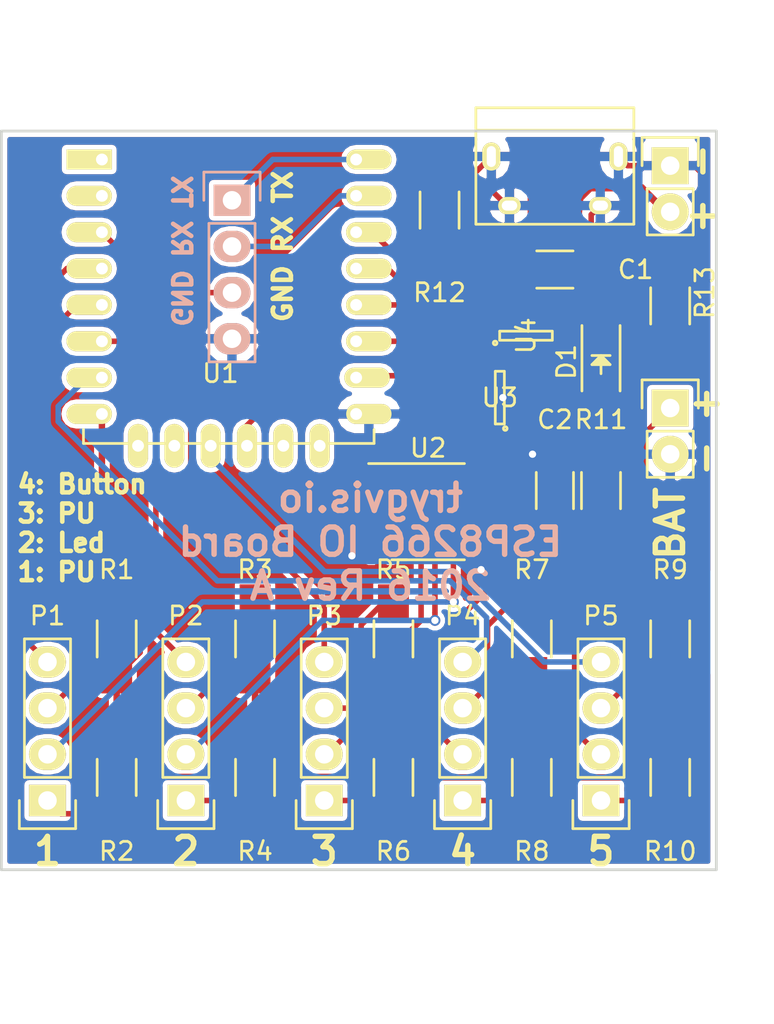
<source format=kicad_pcb>
(kicad_pcb (version 4) (host pcbnew 4.0.2+dfsg1-stable)

  (general
    (links 68)
    (no_connects 0)
    (area 126.924999 76.124999 166.445001 116.915001)
    (thickness 1.6)
    (drawings 16)
    (tracks 289)
    (zones 0)
    (modules 29)
    (nets 38)
  )

  (page A4)
  (layers
    (0 F.Cu signal)
    (31 B.Cu signal)
    (32 B.Adhes user)
    (33 F.Adhes user)
    (34 B.Paste user)
    (35 F.Paste user)
    (36 B.SilkS user)
    (37 F.SilkS user)
    (38 B.Mask user)
    (39 F.Mask user)
    (40 Dwgs.User user)
    (41 Cmts.User user)
    (42 Eco1.User user)
    (43 Eco2.User user)
    (44 Edge.Cuts user)
    (45 Margin user)
    (46 B.CrtYd user)
    (47 F.CrtYd user)
    (48 B.Fab user)
    (49 F.Fab user)
  )

  (setup
    (last_trace_width 0.3048)
    (trace_clearance 0.2032)
    (zone_clearance 0.254)
    (zone_45_only no)
    (trace_min 0.2032)
    (segment_width 0.2)
    (edge_width 0.15)
    (via_size 0.6)
    (via_drill 0.4)
    (via_min_size 0.6)
    (via_min_drill 0.3)
    (uvia_size 0.3)
    (uvia_drill 0.1)
    (uvias_allowed no)
    (uvia_min_size 0)
    (uvia_min_drill 0)
    (pcb_text_width 0.3)
    (pcb_text_size 1.5 1.5)
    (mod_edge_width 0.15)
    (mod_text_size 1 1)
    (mod_text_width 0.15)
    (pad_size 2.4 1.1)
    (pad_drill 0.65)
    (pad_to_mask_clearance 0.2)
    (aux_axis_origin 0 0)
    (visible_elements FFFFFF7F)
    (pcbplotparams
      (layerselection 0x00030_80000001)
      (usegerberextensions true)
      (excludeedgelayer true)
      (linewidth 0.100000)
      (plotframeref false)
      (viasonmask false)
      (mode 1)
      (useauxorigin false)
      (hpglpennumber 1)
      (hpglpenspeed 20)
      (hpglpendiameter 15)
      (hpglpenoverlay 2)
      (psnegative false)
      (psa4output false)
      (plotreference true)
      (plotvalue true)
      (plotinvisibletext false)
      (padsonsilk false)
      (subtractmaskfromsilk false)
      (outputformat 1)
      (mirror false)
      (drillshape 0)
      (scaleselection 1)
      (outputdirectory gerber-x/))
  )

  (net 0 "")
  (net 1 /RX)
  (net 2 /TX)
  (net 3 GND)
  (net 4 /LED_5)
  (net 5 /LED_4)
  (net 6 /LED_3)
  (net 7 /LED_2)
  (net 8 /LED_1)
  (net 9 /BTN_1)
  (net 10 +3V3)
  (net 11 /LED_1_OUT)
  (net 12 "Net-(P1-Pad1)")
  (net 13 "Net-(P2-Pad1)")
  (net 14 /LED_2_OUT)
  (net 15 /BTN_2)
  (net 16 "Net-(P3-Pad1)")
  (net 17 /LED_3_OUT)
  (net 18 /BTN_3)
  (net 19 "Net-(P4-Pad1)")
  (net 20 /LED_4_OUT)
  (net 21 /BTN_4)
  (net 22 "Net-(P5-Pad1)")
  (net 23 /LED_5_OUT)
  (net 24 /BTN_5)
  (net 25 "Net-(C1-Pad1)")
  (net 26 "Net-(C2-Pad1)")
  (net 27 "Net-(D1-Pad2)")
  (net 28 /~CGH)
  (net 29 /BATTERY)
  (net 30 /TS)
  (net 31 "Net-(R13-Pad2)")
  (net 32 "Net-(P1-Pad3)")
  (net 33 "Net-(P2-Pad3)")
  (net 34 "Net-(P3-Pad3)")
  (net 35 "Net-(P4-Pad3)")
  (net 36 "Net-(P5-Pad3)")
  (net 37 /CH_PD)

  (net_class Default "This is the default net class."
    (clearance 0.2032)
    (trace_width 0.3048)
    (via_dia 0.6)
    (via_drill 0.4)
    (uvia_dia 0.3)
    (uvia_drill 0.1)
    (add_net /BATTERY)
    (add_net /BTN_1)
    (add_net /BTN_2)
    (add_net /BTN_3)
    (add_net /BTN_4)
    (add_net /BTN_5)
    (add_net /CH_PD)
    (add_net /LED_1)
    (add_net /LED_1_OUT)
    (add_net /LED_2)
    (add_net /LED_2_OUT)
    (add_net /LED_3)
    (add_net /LED_3_OUT)
    (add_net /LED_4)
    (add_net /LED_4_OUT)
    (add_net /LED_5)
    (add_net /LED_5_OUT)
    (add_net /RX)
    (add_net /TS)
    (add_net /TX)
    (add_net /~CGH)
    (add_net GND)
    (add_net "Net-(C2-Pad1)")
    (add_net "Net-(D1-Pad2)")
    (add_net "Net-(P1-Pad1)")
    (add_net "Net-(P1-Pad3)")
    (add_net "Net-(P2-Pad1)")
    (add_net "Net-(P2-Pad3)")
    (add_net "Net-(P3-Pad1)")
    (add_net "Net-(P3-Pad3)")
    (add_net "Net-(P4-Pad1)")
    (add_net "Net-(P4-Pad3)")
    (add_net "Net-(P5-Pad1)")
    (add_net "Net-(P5-Pad3)")
    (add_net "Net-(R13-Pad2)")
  )

  (net_class Power ""
    (clearance 0.2032)
    (trace_width 0.3556)
    (via_dia 0.6)
    (via_drill 0.4)
    (uvia_dia 0.3)
    (uvia_drill 0.1)
    (add_net +3V3)
    (add_net "Net-(C1-Pad1)")
  )

  (module Connect:USB_Micro-B (layer F.Cu) (tedit 57D93192) (tstamp 57D96E1A)
    (at 157.479 78.74 180)
    (descr "Micro USB Type B Receptacle")
    (tags "USB USB_B USB_micro USB_OTG")
    (path /57D92157)
    (attr smd)
    (fp_text reference P6 (at 5.08 1.27 270) (layer F.SilkS) hide
      (effects (font (size 1 1) (thickness 0.15)))
    )
    (fp_text value USB_OTG (at 0 4.8 180) (layer F.Fab)
      (effects (font (size 1 1) (thickness 0.15)))
    )
    (fp_line (start -4.6 -2.8) (end 4.6 -2.8) (layer F.CrtYd) (width 0.05))
    (fp_line (start 4.6 -2.8) (end 4.6 4.05) (layer F.CrtYd) (width 0.05))
    (fp_line (start 4.6 4.05) (end -4.6 4.05) (layer F.CrtYd) (width 0.05))
    (fp_line (start -4.6 4.05) (end -4.6 -2.8) (layer F.CrtYd) (width 0.05))
    (fp_line (start -4.3509 3.81746) (end 4.3491 3.81746) (layer F.SilkS) (width 0.15))
    (fp_line (start -4.3509 -2.58754) (end 4.3491 -2.58754) (layer F.SilkS) (width 0.15))
    (fp_line (start 4.3491 -2.58754) (end 4.3491 3.81746) (layer F.SilkS) (width 0.15))
    (fp_line (start 4.3491 2.58746) (end -4.3509 2.58746) (layer F.SilkS) (width 0.15))
    (fp_line (start -4.3509 3.81746) (end -4.3509 -2.58754) (layer F.SilkS) (width 0.15))
    (pad 1 smd rect (at -1.3009 -1.56254 270) (size 1.35 0.4) (layers F.Cu F.Paste F.Mask)
      (net 25 "Net-(C1-Pad1)"))
    (pad 2 smd rect (at -0.6509 -1.56254 270) (size 1.35 0.4) (layers F.Cu F.Paste F.Mask))
    (pad 3 smd rect (at -0.0009 -1.56254 270) (size 1.35 0.4) (layers F.Cu F.Paste F.Mask))
    (pad 4 smd rect (at 0.6491 -1.56254 270) (size 1.35 0.4) (layers F.Cu F.Paste F.Mask))
    (pad 5 smd rect (at 1.2991 -1.56254 270) (size 1.35 0.4) (layers F.Cu F.Paste F.Mask)
      (net 3 GND))
    (pad 6 thru_hole oval (at -2.5009 -1.56254 270) (size 0.95 1.25) (drill oval 0.55 0.85) (layers *.Cu *.Mask F.SilkS)
      (net 3 GND))
    (pad 6 thru_hole oval (at 2.4991 -1.56254 270) (size 0.95 1.25) (drill oval 0.55 0.85) (layers *.Cu *.Mask F.SilkS)
      (net 3 GND))
    (pad 6 thru_hole oval (at -3.5009 1.13746 270) (size 1.55 1) (drill oval 1.15 0.5) (layers *.Cu *.Mask F.SilkS)
      (net 3 GND))
    (pad 6 thru_hole oval (at 3.4991 1.13746 270) (size 1.55 1) (drill oval 1.15 0.5) (layers *.Cu *.Mask F.SilkS)
      (net 3 GND))
  )

  (module Housings_SSOP:SSOP-16_3.9x4.9mm_Pitch0.635mm (layer F.Cu) (tedit 54130A77) (tstamp 57D86B1E)
    (at 150.499 97.1418)
    (descr "SSOP16: plastic shrink small outline package; 16 leads; body width 3.9 mm; lead pitch 0.635; (see NXP SSOP-TSSOP-VSO-REFLOW.pdf and sot519-1_po.pdf)")
    (tags "SSOP 0.635")
    (path /57D865D5)
    (attr smd)
    (fp_text reference U2 (at 0 -3.5) (layer F.SilkS)
      (effects (font (size 1 1) (thickness 0.15)))
    )
    (fp_text value ULN2003 (at 0 3.5) (layer F.Fab)
      (effects (font (size 1 1) (thickness 0.15)))
    )
    (fp_line (start -3.45 -2.75) (end -3.45 2.75) (layer F.CrtYd) (width 0.05))
    (fp_line (start 3.45 -2.75) (end 3.45 2.75) (layer F.CrtYd) (width 0.05))
    (fp_line (start -3.45 -2.75) (end 3.45 -2.75) (layer F.CrtYd) (width 0.05))
    (fp_line (start -3.45 2.75) (end 3.45 2.75) (layer F.CrtYd) (width 0.05))
    (fp_line (start -2 2.6475) (end 2 2.6475) (layer F.SilkS) (width 0.15))
    (fp_line (start -3.275 -2.6475) (end 2 -2.6475) (layer F.SilkS) (width 0.15))
    (pad 1 smd rect (at -2.6 -2.2225) (size 1.2 0.4) (layers F.Cu F.Paste F.Mask)
      (net 4 /LED_5))
    (pad 2 smd rect (at -2.6 -1.5875) (size 1.2 0.4) (layers F.Cu F.Paste F.Mask)
      (net 5 /LED_4))
    (pad 3 smd rect (at -2.6 -0.9525) (size 1.2 0.4) (layers F.Cu F.Paste F.Mask)
      (net 6 /LED_3))
    (pad 4 smd rect (at -2.6 -0.3175) (size 1.2 0.4) (layers F.Cu F.Paste F.Mask)
      (net 7 /LED_2))
    (pad 5 smd rect (at -2.6 0.3175) (size 1.2 0.4) (layers F.Cu F.Paste F.Mask)
      (net 8 /LED_1))
    (pad 6 smd rect (at -2.6 0.9525) (size 1.2 0.4) (layers F.Cu F.Paste F.Mask))
    (pad 7 smd rect (at -2.6 1.5875) (size 1.2 0.4) (layers F.Cu F.Paste F.Mask))
    (pad 8 smd rect (at -2.6 2.2225) (size 1.2 0.4) (layers F.Cu F.Paste F.Mask)
      (net 3 GND))
    (pad 9 smd rect (at 2.6 2.2225) (size 1.2 0.4) (layers F.Cu F.Paste F.Mask)
      (net 3 GND))
    (pad 10 smd rect (at 2.6 1.5875) (size 1.2 0.4) (layers F.Cu F.Paste F.Mask))
    (pad 11 smd rect (at 2.6 0.9525) (size 1.2 0.4) (layers F.Cu F.Paste F.Mask))
    (pad 12 smd rect (at 2.6 0.3175) (size 1.2 0.4) (layers F.Cu F.Paste F.Mask)
      (net 11 /LED_1_OUT))
    (pad 13 smd rect (at 2.6 -0.3175) (size 1.2 0.4) (layers F.Cu F.Paste F.Mask)
      (net 14 /LED_2_OUT))
    (pad 14 smd rect (at 2.6 -0.9525) (size 1.2 0.4) (layers F.Cu F.Paste F.Mask)
      (net 17 /LED_3_OUT))
    (pad 15 smd rect (at 2.6 -1.5875) (size 1.2 0.4) (layers F.Cu F.Paste F.Mask)
      (net 20 /LED_4_OUT))
    (pad 16 smd rect (at 2.6 -2.2225) (size 1.2 0.4) (layers F.Cu F.Paste F.Mask)
      (net 23 /LED_5_OUT))
    (model Housings_SSOP.3dshapes/SSOP-16_3.9x4.9mm_Pitch0.635mm.wrl
      (at (xyz 0 0 0))
      (scale (xyz 1 1 1))
      (rotate (xyz 0 0 0))
    )
  )

  (module Pin_Headers:Pin_Header_Straight_1x04 (layer F.Cu) (tedit 57D8ED05) (tstamp 57D8EC89)
    (at 144.78 113.03 180)
    (descr "Through hole pin header")
    (tags "pin header")
    (path /57D8F8F6)
    (fp_text reference P3 (at 0 10.16 180) (layer F.SilkS)
      (effects (font (size 1 1) (thickness 0.15)))
    )
    (fp_text value "Button 3" (at 0 -8.89 270) (layer F.Fab)
      (effects (font (size 1 1) (thickness 0.15)))
    )
    (fp_line (start -1.75 -1.75) (end -1.75 9.4) (layer F.CrtYd) (width 0.05))
    (fp_line (start 1.75 -1.75) (end 1.75 9.4) (layer F.CrtYd) (width 0.05))
    (fp_line (start -1.75 -1.75) (end 1.75 -1.75) (layer F.CrtYd) (width 0.05))
    (fp_line (start -1.75 9.4) (end 1.75 9.4) (layer F.CrtYd) (width 0.05))
    (fp_line (start -1.27 1.27) (end -1.27 8.89) (layer F.SilkS) (width 0.15))
    (fp_line (start 1.27 1.27) (end 1.27 8.89) (layer F.SilkS) (width 0.15))
    (fp_line (start 1.55 -1.55) (end 1.55 0) (layer F.SilkS) (width 0.15))
    (fp_line (start -1.27 8.89) (end 1.27 8.89) (layer F.SilkS) (width 0.15))
    (fp_line (start 1.27 1.27) (end -1.27 1.27) (layer F.SilkS) (width 0.15))
    (fp_line (start -1.55 0) (end -1.55 -1.55) (layer F.SilkS) (width 0.15))
    (fp_line (start -1.55 -1.55) (end 1.55 -1.55) (layer F.SilkS) (width 0.15))
    (pad 1 thru_hole rect (at 0 0 180) (size 2.032 1.7272) (drill 1.016) (layers *.Cu *.Mask F.SilkS)
      (net 16 "Net-(P3-Pad1)"))
    (pad 2 thru_hole oval (at 0 2.54 180) (size 2.032 1.7272) (drill 1.016) (layers *.Cu *.Mask F.SilkS)
      (net 17 /LED_3_OUT))
    (pad 3 thru_hole oval (at 0 5.08 180) (size 2.032 1.7272) (drill 1.016) (layers *.Cu *.Mask F.SilkS)
      (net 34 "Net-(P3-Pad3)"))
    (pad 4 thru_hole oval (at 0 7.62 180) (size 2.032 1.7272) (drill 1.016) (layers *.Cu *.Mask F.SilkS)
      (net 18 /BTN_3))
    (model Pin_Headers.3dshapes/Pin_Header_Straight_1x04.wrl
      (at (xyz 0 -0.15 0))
      (scale (xyz 1 1 1))
      (rotate (xyz 0 0 90))
    )
  )

  (module Pin_Headers:Pin_Header_Straight_1x04 (layer F.Cu) (tedit 57D8ED0D) (tstamp 57D8EC81)
    (at 137.16 113.03 180)
    (descr "Through hole pin header")
    (tags "pin header")
    (path /57D8F552)
    (fp_text reference P2 (at 0 10.16 180) (layer F.SilkS)
      (effects (font (size 1 1) (thickness 0.15)))
    )
    (fp_text value "Button 2" (at 0 -8.89 270) (layer F.Fab)
      (effects (font (size 1 1) (thickness 0.15)))
    )
    (fp_line (start -1.75 -1.75) (end -1.75 9.4) (layer F.CrtYd) (width 0.05))
    (fp_line (start 1.75 -1.75) (end 1.75 9.4) (layer F.CrtYd) (width 0.05))
    (fp_line (start -1.75 -1.75) (end 1.75 -1.75) (layer F.CrtYd) (width 0.05))
    (fp_line (start -1.75 9.4) (end 1.75 9.4) (layer F.CrtYd) (width 0.05))
    (fp_line (start -1.27 1.27) (end -1.27 8.89) (layer F.SilkS) (width 0.15))
    (fp_line (start 1.27 1.27) (end 1.27 8.89) (layer F.SilkS) (width 0.15))
    (fp_line (start 1.55 -1.55) (end 1.55 0) (layer F.SilkS) (width 0.15))
    (fp_line (start -1.27 8.89) (end 1.27 8.89) (layer F.SilkS) (width 0.15))
    (fp_line (start 1.27 1.27) (end -1.27 1.27) (layer F.SilkS) (width 0.15))
    (fp_line (start -1.55 0) (end -1.55 -1.55) (layer F.SilkS) (width 0.15))
    (fp_line (start -1.55 -1.55) (end 1.55 -1.55) (layer F.SilkS) (width 0.15))
    (pad 1 thru_hole rect (at 0 0 180) (size 2.032 1.7272) (drill 1.016) (layers *.Cu *.Mask F.SilkS)
      (net 13 "Net-(P2-Pad1)"))
    (pad 2 thru_hole oval (at 0 2.54 180) (size 2.032 1.7272) (drill 1.016) (layers *.Cu *.Mask F.SilkS)
      (net 14 /LED_2_OUT))
    (pad 3 thru_hole oval (at 0 5.08 180) (size 2.032 1.7272) (drill 1.016) (layers *.Cu *.Mask F.SilkS)
      (net 33 "Net-(P2-Pad3)"))
    (pad 4 thru_hole oval (at 0 7.62 180) (size 2.032 1.7272) (drill 1.016) (layers *.Cu *.Mask F.SilkS)
      (net 15 /BTN_2))
    (model Pin_Headers.3dshapes/Pin_Header_Straight_1x04.wrl
      (at (xyz 0 -0.15 0))
      (scale (xyz 1 1 1))
      (rotate (xyz 0 0 90))
    )
  )

  (module Pin_Headers:Pin_Header_Straight_1x04 (layer F.Cu) (tedit 57D8ED0F) (tstamp 57D86DA0)
    (at 129.54 113.03 180)
    (descr "Through hole pin header")
    (tags "pin header")
    (path /57D87560)
    (fp_text reference P1 (at 0 10.16 180) (layer F.SilkS)
      (effects (font (size 1 1) (thickness 0.15)))
    )
    (fp_text value "Button 1" (at 0 -8.89 450) (layer F.Fab)
      (effects (font (size 1 1) (thickness 0.15)))
    )
    (fp_line (start -1.75 -1.75) (end -1.75 9.4) (layer F.CrtYd) (width 0.05))
    (fp_line (start 1.75 -1.75) (end 1.75 9.4) (layer F.CrtYd) (width 0.05))
    (fp_line (start -1.75 -1.75) (end 1.75 -1.75) (layer F.CrtYd) (width 0.05))
    (fp_line (start -1.75 9.4) (end 1.75 9.4) (layer F.CrtYd) (width 0.05))
    (fp_line (start -1.27 1.27) (end -1.27 8.89) (layer F.SilkS) (width 0.15))
    (fp_line (start 1.27 1.27) (end 1.27 8.89) (layer F.SilkS) (width 0.15))
    (fp_line (start 1.55 -1.55) (end 1.55 0) (layer F.SilkS) (width 0.15))
    (fp_line (start -1.27 8.89) (end 1.27 8.89) (layer F.SilkS) (width 0.15))
    (fp_line (start 1.27 1.27) (end -1.27 1.27) (layer F.SilkS) (width 0.15))
    (fp_line (start -1.55 0) (end -1.55 -1.55) (layer F.SilkS) (width 0.15))
    (fp_line (start -1.55 -1.55) (end 1.55 -1.55) (layer F.SilkS) (width 0.15))
    (pad 1 thru_hole rect (at 0 0 180) (size 2.032 1.7272) (drill 1.016) (layers *.Cu *.Mask F.SilkS)
      (net 12 "Net-(P1-Pad1)"))
    (pad 2 thru_hole oval (at 0 2.54 180) (size 2.032 1.7272) (drill 1.016) (layers *.Cu *.Mask F.SilkS)
      (net 11 /LED_1_OUT))
    (pad 3 thru_hole oval (at 0 5.08 180) (size 2.032 1.7272) (drill 1.016) (layers *.Cu *.Mask F.SilkS)
      (net 32 "Net-(P1-Pad3)"))
    (pad 4 thru_hole oval (at 0 7.62 180) (size 2.032 1.7272) (drill 1.016) (layers *.Cu *.Mask F.SilkS)
      (net 9 /BTN_1))
    (model Pin_Headers.3dshapes/Pin_Header_Straight_1x04.wrl
      (at (xyz 0 -0.15 0))
      (scale (xyz 1 1 1))
      (rotate (xyz 0 0 90))
    )
  )

  (module Resistors_SMD:R_1206_HandSoldering (layer F.Cu) (tedit 57D8EE8D) (tstamp 57D86DA6)
    (at 133.35 104.14 90)
    (descr "Resistor SMD 1206, hand soldering")
    (tags "resistor 1206")
    (path /57D87ECC)
    (attr smd)
    (fp_text reference R1 (at 3.81 0 180) (layer F.SilkS)
      (effects (font (size 1 1) (thickness 0.15)))
    )
    (fp_text value 100 (at 0 0 90) (layer F.Fab)
      (effects (font (size 1 1) (thickness 0.15)))
    )
    (fp_line (start -3.3 -1.2) (end 3.3 -1.2) (layer F.CrtYd) (width 0.05))
    (fp_line (start -3.3 1.2) (end 3.3 1.2) (layer F.CrtYd) (width 0.05))
    (fp_line (start -3.3 -1.2) (end -3.3 1.2) (layer F.CrtYd) (width 0.05))
    (fp_line (start 3.3 -1.2) (end 3.3 1.2) (layer F.CrtYd) (width 0.05))
    (fp_line (start 1 1.075) (end -1 1.075) (layer F.SilkS) (width 0.15))
    (fp_line (start -1 -1.075) (end 1 -1.075) (layer F.SilkS) (width 0.15))
    (pad 1 smd rect (at -2 0 90) (size 2 1.7) (layers F.Cu F.Paste F.Mask)
      (net 10 +3V3))
    (pad 2 smd rect (at 2 0 90) (size 2 1.7) (layers F.Cu F.Paste F.Mask)
      (net 32 "Net-(P1-Pad3)"))
    (model Resistors_SMD.3dshapes/R_1206_HandSoldering.wrl
      (at (xyz 0 0 0))
      (scale (xyz 1 1 1))
      (rotate (xyz 0 0 0))
    )
  )

  (module Resistors_SMD:R_1206_HandSoldering (layer F.Cu) (tedit 57D8EE84) (tstamp 57D86DAC)
    (at 133.35 111.76 270)
    (descr "Resistor SMD 1206, hand soldering")
    (tags "resistor 1206")
    (path /57D8789B)
    (attr smd)
    (fp_text reference R2 (at 4.064 0 360) (layer F.SilkS)
      (effects (font (size 1 1) (thickness 0.15)))
    )
    (fp_text value 100 (at 0 0 270) (layer F.Fab)
      (effects (font (size 1 1) (thickness 0.15)))
    )
    (fp_line (start -3.3 -1.2) (end 3.3 -1.2) (layer F.CrtYd) (width 0.05))
    (fp_line (start -3.3 1.2) (end 3.3 1.2) (layer F.CrtYd) (width 0.05))
    (fp_line (start -3.3 -1.2) (end -3.3 1.2) (layer F.CrtYd) (width 0.05))
    (fp_line (start 3.3 -1.2) (end 3.3 1.2) (layer F.CrtYd) (width 0.05))
    (fp_line (start 1 1.075) (end -1 1.075) (layer F.SilkS) (width 0.15))
    (fp_line (start -1 -1.075) (end 1 -1.075) (layer F.SilkS) (width 0.15))
    (pad 1 smd rect (at -2 0 270) (size 2 1.7) (layers F.Cu F.Paste F.Mask)
      (net 10 +3V3))
    (pad 2 smd rect (at 2 0 270) (size 2 1.7) (layers F.Cu F.Paste F.Mask)
      (net 12 "Net-(P1-Pad1)"))
    (model Resistors_SMD.3dshapes/R_1206_HandSoldering.wrl
      (at (xyz 0 0 0))
      (scale (xyz 1 1 1))
      (rotate (xyz 0 0 0))
    )
  )

  (module Pin_Headers:Pin_Header_Straight_1x04 (layer F.Cu) (tedit 57D8EE3D) (tstamp 57D8EC91)
    (at 152.4 113.03 180)
    (descr "Through hole pin header")
    (tags "pin header")
    (path /57D8F9C3)
    (fp_text reference P4 (at 0 10.16 180) (layer F.SilkS)
      (effects (font (size 1 1) (thickness 0.15)))
    )
    (fp_text value "Button 4" (at 0 -8.89 270) (layer F.Fab)
      (effects (font (size 1 1) (thickness 0.15)))
    )
    (fp_line (start -1.75 -1.75) (end -1.75 9.4) (layer F.CrtYd) (width 0.05))
    (fp_line (start 1.75 -1.75) (end 1.75 9.4) (layer F.CrtYd) (width 0.05))
    (fp_line (start -1.75 -1.75) (end 1.75 -1.75) (layer F.CrtYd) (width 0.05))
    (fp_line (start -1.75 9.4) (end 1.75 9.4) (layer F.CrtYd) (width 0.05))
    (fp_line (start -1.27 1.27) (end -1.27 8.89) (layer F.SilkS) (width 0.15))
    (fp_line (start 1.27 1.27) (end 1.27 8.89) (layer F.SilkS) (width 0.15))
    (fp_line (start 1.55 -1.55) (end 1.55 0) (layer F.SilkS) (width 0.15))
    (fp_line (start -1.27 8.89) (end 1.27 8.89) (layer F.SilkS) (width 0.15))
    (fp_line (start 1.27 1.27) (end -1.27 1.27) (layer F.SilkS) (width 0.15))
    (fp_line (start -1.55 0) (end -1.55 -1.55) (layer F.SilkS) (width 0.15))
    (fp_line (start -1.55 -1.55) (end 1.55 -1.55) (layer F.SilkS) (width 0.15))
    (pad 1 thru_hole rect (at 0 0 180) (size 2.032 1.7272) (drill 1.016) (layers *.Cu *.Mask F.SilkS)
      (net 19 "Net-(P4-Pad1)"))
    (pad 2 thru_hole oval (at 0 2.54 180) (size 2.032 1.7272) (drill 1.016) (layers *.Cu *.Mask F.SilkS)
      (net 20 /LED_4_OUT))
    (pad 3 thru_hole oval (at 0 5.08 180) (size 2.032 1.7272) (drill 1.016) (layers *.Cu *.Mask F.SilkS)
      (net 35 "Net-(P4-Pad3)"))
    (pad 4 thru_hole oval (at 0 7.62 180) (size 2.032 1.7272) (drill 1.016) (layers *.Cu *.Mask F.SilkS)
      (net 21 /BTN_4))
    (model Pin_Headers.3dshapes/Pin_Header_Straight_1x04.wrl
      (at (xyz 0 -0.15 0))
      (scale (xyz 1 1 1))
      (rotate (xyz 0 0 90))
    )
  )

  (module Pin_Headers:Pin_Header_Straight_1x04 (layer F.Cu) (tedit 57D8EE41) (tstamp 57D8EC99)
    (at 160.02 113.03 180)
    (descr "Through hole pin header")
    (tags "pin header")
    (path /57D8FE92)
    (fp_text reference P5 (at 0 10.16 180) (layer F.SilkS)
      (effects (font (size 1 1) (thickness 0.15)))
    )
    (fp_text value "Button 5" (at 0 -8.89 270) (layer F.Fab)
      (effects (font (size 1 1) (thickness 0.15)))
    )
    (fp_line (start -1.75 -1.75) (end -1.75 9.4) (layer F.CrtYd) (width 0.05))
    (fp_line (start 1.75 -1.75) (end 1.75 9.4) (layer F.CrtYd) (width 0.05))
    (fp_line (start -1.75 -1.75) (end 1.75 -1.75) (layer F.CrtYd) (width 0.05))
    (fp_line (start -1.75 9.4) (end 1.75 9.4) (layer F.CrtYd) (width 0.05))
    (fp_line (start -1.27 1.27) (end -1.27 8.89) (layer F.SilkS) (width 0.15))
    (fp_line (start 1.27 1.27) (end 1.27 8.89) (layer F.SilkS) (width 0.15))
    (fp_line (start 1.55 -1.55) (end 1.55 0) (layer F.SilkS) (width 0.15))
    (fp_line (start -1.27 8.89) (end 1.27 8.89) (layer F.SilkS) (width 0.15))
    (fp_line (start 1.27 1.27) (end -1.27 1.27) (layer F.SilkS) (width 0.15))
    (fp_line (start -1.55 0) (end -1.55 -1.55) (layer F.SilkS) (width 0.15))
    (fp_line (start -1.55 -1.55) (end 1.55 -1.55) (layer F.SilkS) (width 0.15))
    (pad 1 thru_hole rect (at 0 0 180) (size 2.032 1.7272) (drill 1.016) (layers *.Cu *.Mask F.SilkS)
      (net 22 "Net-(P5-Pad1)"))
    (pad 2 thru_hole oval (at 0 2.54 180) (size 2.032 1.7272) (drill 1.016) (layers *.Cu *.Mask F.SilkS)
      (net 23 /LED_5_OUT))
    (pad 3 thru_hole oval (at 0 5.08 180) (size 2.032 1.7272) (drill 1.016) (layers *.Cu *.Mask F.SilkS)
      (net 36 "Net-(P5-Pad3)"))
    (pad 4 thru_hole oval (at 0 7.62 180) (size 2.032 1.7272) (drill 1.016) (layers *.Cu *.Mask F.SilkS)
      (net 24 /BTN_5))
    (model Pin_Headers.3dshapes/Pin_Header_Straight_1x04.wrl
      (at (xyz 0 -0.15 0))
      (scale (xyz 1 1 1))
      (rotate (xyz 0 0 90))
    )
  )

  (module Resistors_SMD:R_1206_HandSoldering (layer F.Cu) (tedit 57D8EEB3) (tstamp 57D8EC9F)
    (at 140.97 104.14 90)
    (descr "Resistor SMD 1206, hand soldering")
    (tags "resistor 1206")
    (path /57D8F56B)
    (attr smd)
    (fp_text reference R3 (at 3.81 0 180) (layer F.SilkS)
      (effects (font (size 1 1) (thickness 0.15)))
    )
    (fp_text value 100 (at 0 0 90) (layer F.Fab)
      (effects (font (size 1 1) (thickness 0.15)))
    )
    (fp_line (start -3.3 -1.2) (end 3.3 -1.2) (layer F.CrtYd) (width 0.05))
    (fp_line (start -3.3 1.2) (end 3.3 1.2) (layer F.CrtYd) (width 0.05))
    (fp_line (start -3.3 -1.2) (end -3.3 1.2) (layer F.CrtYd) (width 0.05))
    (fp_line (start 3.3 -1.2) (end 3.3 1.2) (layer F.CrtYd) (width 0.05))
    (fp_line (start 1 1.075) (end -1 1.075) (layer F.SilkS) (width 0.15))
    (fp_line (start -1 -1.075) (end 1 -1.075) (layer F.SilkS) (width 0.15))
    (pad 1 smd rect (at -2 0 90) (size 2 1.7) (layers F.Cu F.Paste F.Mask)
      (net 10 +3V3))
    (pad 2 smd rect (at 2 0 90) (size 2 1.7) (layers F.Cu F.Paste F.Mask)
      (net 33 "Net-(P2-Pad3)"))
    (model Resistors_SMD.3dshapes/R_1206_HandSoldering.wrl
      (at (xyz 0 0 0))
      (scale (xyz 1 1 1))
      (rotate (xyz 0 0 0))
    )
  )

  (module Resistors_SMD:R_1206_HandSoldering (layer F.Cu) (tedit 57D8EEB2) (tstamp 57D8ECA5)
    (at 140.97 111.76 270)
    (descr "Resistor SMD 1206, hand soldering")
    (tags "resistor 1206")
    (path /57D8F55F)
    (attr smd)
    (fp_text reference R4 (at 4.064 0 360) (layer F.SilkS)
      (effects (font (size 1 1) (thickness 0.15)))
    )
    (fp_text value 100 (at 0 0 270) (layer F.Fab)
      (effects (font (size 1 1) (thickness 0.15)))
    )
    (fp_line (start -3.3 -1.2) (end 3.3 -1.2) (layer F.CrtYd) (width 0.05))
    (fp_line (start -3.3 1.2) (end 3.3 1.2) (layer F.CrtYd) (width 0.05))
    (fp_line (start -3.3 -1.2) (end -3.3 1.2) (layer F.CrtYd) (width 0.05))
    (fp_line (start 3.3 -1.2) (end 3.3 1.2) (layer F.CrtYd) (width 0.05))
    (fp_line (start 1 1.075) (end -1 1.075) (layer F.SilkS) (width 0.15))
    (fp_line (start -1 -1.075) (end 1 -1.075) (layer F.SilkS) (width 0.15))
    (pad 1 smd rect (at -2 0 270) (size 2 1.7) (layers F.Cu F.Paste F.Mask)
      (net 10 +3V3))
    (pad 2 smd rect (at 2 0 270) (size 2 1.7) (layers F.Cu F.Paste F.Mask)
      (net 13 "Net-(P2-Pad1)"))
    (model Resistors_SMD.3dshapes/R_1206_HandSoldering.wrl
      (at (xyz 0 0 0))
      (scale (xyz 1 1 1))
      (rotate (xyz 0 0 0))
    )
  )

  (module Resistors_SMD:R_1206_HandSoldering (layer F.Cu) (tedit 57D8EEB6) (tstamp 57D8ECAB)
    (at 148.59 104.14 90)
    (descr "Resistor SMD 1206, hand soldering")
    (tags "resistor 1206")
    (path /57D8F90F)
    (attr smd)
    (fp_text reference R5 (at 3.81 0 180) (layer F.SilkS)
      (effects (font (size 1 1) (thickness 0.15)))
    )
    (fp_text value 100 (at 0 0 90) (layer F.Fab)
      (effects (font (size 1 1) (thickness 0.15)))
    )
    (fp_line (start -3.3 -1.2) (end 3.3 -1.2) (layer F.CrtYd) (width 0.05))
    (fp_line (start -3.3 1.2) (end 3.3 1.2) (layer F.CrtYd) (width 0.05))
    (fp_line (start -3.3 -1.2) (end -3.3 1.2) (layer F.CrtYd) (width 0.05))
    (fp_line (start 3.3 -1.2) (end 3.3 1.2) (layer F.CrtYd) (width 0.05))
    (fp_line (start 1 1.075) (end -1 1.075) (layer F.SilkS) (width 0.15))
    (fp_line (start -1 -1.075) (end 1 -1.075) (layer F.SilkS) (width 0.15))
    (pad 1 smd rect (at -2 0 90) (size 2 1.7) (layers F.Cu F.Paste F.Mask)
      (net 10 +3V3))
    (pad 2 smd rect (at 2 0 90) (size 2 1.7) (layers F.Cu F.Paste F.Mask)
      (net 34 "Net-(P3-Pad3)"))
    (model Resistors_SMD.3dshapes/R_1206_HandSoldering.wrl
      (at (xyz 0 0 0))
      (scale (xyz 1 1 1))
      (rotate (xyz 0 0 0))
    )
  )

  (module Resistors_SMD:R_1206_HandSoldering (layer F.Cu) (tedit 57D8EEB8) (tstamp 57D8ECB1)
    (at 148.59 111.76 270)
    (descr "Resistor SMD 1206, hand soldering")
    (tags "resistor 1206")
    (path /57D8F903)
    (attr smd)
    (fp_text reference R6 (at 4.064 0 360) (layer F.SilkS)
      (effects (font (size 1 1) (thickness 0.15)))
    )
    (fp_text value 100 (at 0 0 270) (layer F.Fab)
      (effects (font (size 1 1) (thickness 0.15)))
    )
    (fp_line (start -3.3 -1.2) (end 3.3 -1.2) (layer F.CrtYd) (width 0.05))
    (fp_line (start -3.3 1.2) (end 3.3 1.2) (layer F.CrtYd) (width 0.05))
    (fp_line (start -3.3 -1.2) (end -3.3 1.2) (layer F.CrtYd) (width 0.05))
    (fp_line (start 3.3 -1.2) (end 3.3 1.2) (layer F.CrtYd) (width 0.05))
    (fp_line (start 1 1.075) (end -1 1.075) (layer F.SilkS) (width 0.15))
    (fp_line (start -1 -1.075) (end 1 -1.075) (layer F.SilkS) (width 0.15))
    (pad 1 smd rect (at -2 0 270) (size 2 1.7) (layers F.Cu F.Paste F.Mask)
      (net 10 +3V3))
    (pad 2 smd rect (at 2 0 270) (size 2 1.7) (layers F.Cu F.Paste F.Mask)
      (net 16 "Net-(P3-Pad1)"))
    (model Resistors_SMD.3dshapes/R_1206_HandSoldering.wrl
      (at (xyz 0 0 0))
      (scale (xyz 1 1 1))
      (rotate (xyz 0 0 0))
    )
  )

  (module Resistors_SMD:R_1206_HandSoldering (layer F.Cu) (tedit 57D8EEBB) (tstamp 57D8ECB7)
    (at 156.21 104.14 90)
    (descr "Resistor SMD 1206, hand soldering")
    (tags "resistor 1206")
    (path /57D8F9DC)
    (attr smd)
    (fp_text reference R7 (at 3.81 0 180) (layer F.SilkS)
      (effects (font (size 1 1) (thickness 0.15)))
    )
    (fp_text value 100 (at 0 0 90) (layer F.Fab)
      (effects (font (size 1 1) (thickness 0.15)))
    )
    (fp_line (start -3.3 -1.2) (end 3.3 -1.2) (layer F.CrtYd) (width 0.05))
    (fp_line (start -3.3 1.2) (end 3.3 1.2) (layer F.CrtYd) (width 0.05))
    (fp_line (start -3.3 -1.2) (end -3.3 1.2) (layer F.CrtYd) (width 0.05))
    (fp_line (start 3.3 -1.2) (end 3.3 1.2) (layer F.CrtYd) (width 0.05))
    (fp_line (start 1 1.075) (end -1 1.075) (layer F.SilkS) (width 0.15))
    (fp_line (start -1 -1.075) (end 1 -1.075) (layer F.SilkS) (width 0.15))
    (pad 1 smd rect (at -2 0 90) (size 2 1.7) (layers F.Cu F.Paste F.Mask)
      (net 10 +3V3))
    (pad 2 smd rect (at 2 0 90) (size 2 1.7) (layers F.Cu F.Paste F.Mask)
      (net 35 "Net-(P4-Pad3)"))
    (model Resistors_SMD.3dshapes/R_1206_HandSoldering.wrl
      (at (xyz 0 0 0))
      (scale (xyz 1 1 1))
      (rotate (xyz 0 0 0))
    )
  )

  (module Resistors_SMD:R_1206_HandSoldering (layer F.Cu) (tedit 57D8EEBA) (tstamp 57D8ECBD)
    (at 156.21 111.76 270)
    (descr "Resistor SMD 1206, hand soldering")
    (tags "resistor 1206")
    (path /57D8F9D0)
    (attr smd)
    (fp_text reference R8 (at 4.064 0 360) (layer F.SilkS)
      (effects (font (size 1 1) (thickness 0.15)))
    )
    (fp_text value 100 (at 0 0 270) (layer F.Fab)
      (effects (font (size 1 1) (thickness 0.15)))
    )
    (fp_line (start -3.3 -1.2) (end 3.3 -1.2) (layer F.CrtYd) (width 0.05))
    (fp_line (start -3.3 1.2) (end 3.3 1.2) (layer F.CrtYd) (width 0.05))
    (fp_line (start -3.3 -1.2) (end -3.3 1.2) (layer F.CrtYd) (width 0.05))
    (fp_line (start 3.3 -1.2) (end 3.3 1.2) (layer F.CrtYd) (width 0.05))
    (fp_line (start 1 1.075) (end -1 1.075) (layer F.SilkS) (width 0.15))
    (fp_line (start -1 -1.075) (end 1 -1.075) (layer F.SilkS) (width 0.15))
    (pad 1 smd rect (at -2 0 270) (size 2 1.7) (layers F.Cu F.Paste F.Mask)
      (net 10 +3V3))
    (pad 2 smd rect (at 2 0 270) (size 2 1.7) (layers F.Cu F.Paste F.Mask)
      (net 19 "Net-(P4-Pad1)"))
    (model Resistors_SMD.3dshapes/R_1206_HandSoldering.wrl
      (at (xyz 0 0 0))
      (scale (xyz 1 1 1))
      (rotate (xyz 0 0 0))
    )
  )

  (module Resistors_SMD:R_1206_HandSoldering (layer F.Cu) (tedit 57D8EFC4) (tstamp 57D8ECC3)
    (at 163.83 104.14 90)
    (descr "Resistor SMD 1206, hand soldering")
    (tags "resistor 1206")
    (path /57D8FEAB)
    (attr smd)
    (fp_text reference R9 (at 3.81 0 180) (layer F.SilkS)
      (effects (font (size 1 1) (thickness 0.15)))
    )
    (fp_text value 100 (at 0 0 90) (layer F.Fab)
      (effects (font (size 1 1) (thickness 0.15)))
    )
    (fp_line (start -3.3 -1.2) (end 3.3 -1.2) (layer F.CrtYd) (width 0.05))
    (fp_line (start -3.3 1.2) (end 3.3 1.2) (layer F.CrtYd) (width 0.05))
    (fp_line (start -3.3 -1.2) (end -3.3 1.2) (layer F.CrtYd) (width 0.05))
    (fp_line (start 3.3 -1.2) (end 3.3 1.2) (layer F.CrtYd) (width 0.05))
    (fp_line (start 1 1.075) (end -1 1.075) (layer F.SilkS) (width 0.15))
    (fp_line (start -1 -1.075) (end 1 -1.075) (layer F.SilkS) (width 0.15))
    (pad 1 smd rect (at -2 0 90) (size 2 1.7) (layers F.Cu F.Paste F.Mask)
      (net 10 +3V3))
    (pad 2 smd rect (at 2 0 90) (size 2 1.7) (layers F.Cu F.Paste F.Mask)
      (net 36 "Net-(P5-Pad3)"))
    (model Resistors_SMD.3dshapes/R_1206_HandSoldering.wrl
      (at (xyz 0 0 0))
      (scale (xyz 1 1 1))
      (rotate (xyz 0 0 0))
    )
  )

  (module Resistors_SMD:R_1206_HandSoldering (layer F.Cu) (tedit 57D8EEBF) (tstamp 57D8ECC9)
    (at 163.83 111.76 270)
    (descr "Resistor SMD 1206, hand soldering")
    (tags "resistor 1206")
    (path /57D8FE9F)
    (attr smd)
    (fp_text reference R10 (at 4.064 0 360) (layer F.SilkS)
      (effects (font (size 1 1) (thickness 0.15)))
    )
    (fp_text value 100 (at 0 0 270) (layer F.Fab)
      (effects (font (size 1 1) (thickness 0.15)))
    )
    (fp_line (start -3.3 -1.2) (end 3.3 -1.2) (layer F.CrtYd) (width 0.05))
    (fp_line (start -3.3 1.2) (end 3.3 1.2) (layer F.CrtYd) (width 0.05))
    (fp_line (start -3.3 -1.2) (end -3.3 1.2) (layer F.CrtYd) (width 0.05))
    (fp_line (start 3.3 -1.2) (end 3.3 1.2) (layer F.CrtYd) (width 0.05))
    (fp_line (start 1 1.075) (end -1 1.075) (layer F.SilkS) (width 0.15))
    (fp_line (start -1 -1.075) (end 1 -1.075) (layer F.SilkS) (width 0.15))
    (pad 1 smd rect (at -2 0 270) (size 2 1.7) (layers F.Cu F.Paste F.Mask)
      (net 10 +3V3))
    (pad 2 smd rect (at 2 0 270) (size 2 1.7) (layers F.Cu F.Paste F.Mask)
      (net 22 "Net-(P5-Pad1)"))
    (model Resistors_SMD.3dshapes/R_1206_HandSoldering.wrl
      (at (xyz 0 0 0))
      (scale (xyz 1 1 1))
      (rotate (xyz 0 0 0))
    )
  )

  (module Capacitors_SMD:C_1206_HandSoldering (layer F.Cu) (tedit 541A9C03) (tstamp 57D96E0D)
    (at 157.48 83.82)
    (descr "Capacitor SMD 1206, hand soldering")
    (tags "capacitor 1206")
    (path /57D944B9)
    (attr smd)
    (fp_text reference C1 (at 4.445 0 180) (layer F.SilkS)
      (effects (font (size 1 1) (thickness 0.15)))
    )
    (fp_text value 100uF (at 0 2.3) (layer F.Fab)
      (effects (font (size 1 1) (thickness 0.15)))
    )
    (fp_line (start -3.3 -1.15) (end 3.3 -1.15) (layer F.CrtYd) (width 0.05))
    (fp_line (start -3.3 1.15) (end 3.3 1.15) (layer F.CrtYd) (width 0.05))
    (fp_line (start -3.3 -1.15) (end -3.3 1.15) (layer F.CrtYd) (width 0.05))
    (fp_line (start 3.3 -1.15) (end 3.3 1.15) (layer F.CrtYd) (width 0.05))
    (fp_line (start 1 -1.025) (end -1 -1.025) (layer F.SilkS) (width 0.15))
    (fp_line (start -1 1.025) (end 1 1.025) (layer F.SilkS) (width 0.15))
    (pad 1 smd rect (at -2 0) (size 2 1.6) (layers F.Cu F.Paste F.Mask)
      (net 25 "Net-(C1-Pad1)"))
    (pad 2 smd rect (at 2 0) (size 2 1.6) (layers F.Cu F.Paste F.Mask)
      (net 3 GND))
    (model Capacitors_SMD.3dshapes/C_1206_HandSoldering.wrl
      (at (xyz 0 0 0))
      (scale (xyz 1 1 1))
      (rotate (xyz 0 0 0))
    )
  )

  (module TO_SOT_Packages_SMD:SOT-23-5 (layer F.Cu) (tedit 55360473) (tstamp 57D96E2C)
    (at 154.448 90.8667 180)
    (descr "5-pin SOT23 package")
    (tags SOT-23-5)
    (path /57D91F8B)
    (attr smd)
    (fp_text reference U3 (at 0 0 180) (layer F.SilkS)
      (effects (font (size 1 1) (thickness 0.15)))
    )
    (fp_text value REG101-3.3 (at -0.05 2.35 180) (layer F.Fab)
      (effects (font (size 1 1) (thickness 0.15)))
    )
    (fp_line (start -1.8 -1.6) (end 1.8 -1.6) (layer F.CrtYd) (width 0.05))
    (fp_line (start 1.8 -1.6) (end 1.8 1.6) (layer F.CrtYd) (width 0.05))
    (fp_line (start 1.8 1.6) (end -1.8 1.6) (layer F.CrtYd) (width 0.05))
    (fp_line (start -1.8 1.6) (end -1.8 -1.6) (layer F.CrtYd) (width 0.05))
    (fp_circle (center -0.3 -1.7) (end -0.2 -1.7) (layer F.SilkS) (width 0.15))
    (fp_line (start 0.25 -1.45) (end -0.25 -1.45) (layer F.SilkS) (width 0.15))
    (fp_line (start 0.25 1.45) (end 0.25 -1.45) (layer F.SilkS) (width 0.15))
    (fp_line (start -0.25 1.45) (end 0.25 1.45) (layer F.SilkS) (width 0.15))
    (fp_line (start -0.25 -1.45) (end -0.25 1.45) (layer F.SilkS) (width 0.15))
    (pad 1 smd rect (at -1.1 -0.95 180) (size 1.06 0.65) (layers F.Cu F.Paste F.Mask)
      (net 29 /BATTERY))
    (pad 2 smd rect (at -1.1 0 180) (size 1.06 0.65) (layers F.Cu F.Paste F.Mask)
      (net 3 GND))
    (pad 3 smd rect (at -1.1 0.95 180) (size 1.06 0.65) (layers F.Cu F.Paste F.Mask)
      (net 29 /BATTERY))
    (pad 4 smd rect (at 1.1 0.95 180) (size 1.06 0.65) (layers F.Cu F.Paste F.Mask)
      (net 26 "Net-(C2-Pad1)"))
    (pad 5 smd rect (at 1.1 -0.95 180) (size 1.06 0.65) (layers F.Cu F.Paste F.Mask)
      (net 10 +3V3))
    (model TO_SOT_Packages_SMD.3dshapes/SOT-23-5.wrl
      (at (xyz 0 0 0))
      (scale (xyz 1 1 1))
      (rotate (xyz 0 0 0))
    )
  )

  (module Pin_Headers:Pin_Header_Straight_1x02 (layer F.Cu) (tedit 57D9318E) (tstamp 57D995EB)
    (at 163.83 78.105)
    (descr "Through hole pin header")
    (tags "pin header")
    (path /57D93A05)
    (fp_text reference P7 (at 0 -5.1) (layer F.SilkS) hide
      (effects (font (size 1 1) (thickness 0.15)))
    )
    (fp_text value "External power" (at 0 -3.1) (layer F.Fab)
      (effects (font (size 1 1) (thickness 0.15)))
    )
    (fp_line (start 1.27 1.27) (end 1.27 3.81) (layer F.SilkS) (width 0.15))
    (fp_line (start 1.55 -1.55) (end 1.55 0) (layer F.SilkS) (width 0.15))
    (fp_line (start -1.75 -1.75) (end -1.75 4.3) (layer F.CrtYd) (width 0.05))
    (fp_line (start 1.75 -1.75) (end 1.75 4.3) (layer F.CrtYd) (width 0.05))
    (fp_line (start -1.75 -1.75) (end 1.75 -1.75) (layer F.CrtYd) (width 0.05))
    (fp_line (start -1.75 4.3) (end 1.75 4.3) (layer F.CrtYd) (width 0.05))
    (fp_line (start 1.27 1.27) (end -1.27 1.27) (layer F.SilkS) (width 0.15))
    (fp_line (start -1.55 0) (end -1.55 -1.55) (layer F.SilkS) (width 0.15))
    (fp_line (start -1.55 -1.55) (end 1.55 -1.55) (layer F.SilkS) (width 0.15))
    (fp_line (start -1.27 1.27) (end -1.27 3.81) (layer F.SilkS) (width 0.15))
    (fp_line (start -1.27 3.81) (end 1.27 3.81) (layer F.SilkS) (width 0.15))
    (pad 1 thru_hole rect (at 0 0) (size 2.032 2.032) (drill 1.016) (layers *.Cu *.Mask F.SilkS)
      (net 3 GND))
    (pad 2 thru_hole oval (at 0 2.54) (size 2.032 2.032) (drill 1.016) (layers *.Cu *.Mask F.SilkS)
      (net 25 "Net-(C1-Pad1)"))
    (model Pin_Headers.3dshapes/Pin_Header_Straight_1x02.wrl
      (at (xyz 0 -0.05 0))
      (scale (xyz 1 1 1))
      (rotate (xyz 0 0 90))
    )
  )

  (module Capacitors_SMD:C_1206_HandSoldering (layer F.Cu) (tedit 541A9C03) (tstamp 57D9C427)
    (at 157.48 95.98 90)
    (descr "Capacitor SMD 1206, hand soldering")
    (tags "capacitor 1206")
    (path /57D92EED)
    (attr smd)
    (fp_text reference C2 (at 3.905 0 180) (layer F.SilkS)
      (effects (font (size 1 1) (thickness 0.15)))
    )
    (fp_text value 10nF (at 0 2.3 90) (layer F.Fab)
      (effects (font (size 1 1) (thickness 0.15)))
    )
    (fp_line (start -3.3 -1.15) (end 3.3 -1.15) (layer F.CrtYd) (width 0.05))
    (fp_line (start -3.3 1.15) (end 3.3 1.15) (layer F.CrtYd) (width 0.05))
    (fp_line (start -3.3 -1.15) (end -3.3 1.15) (layer F.CrtYd) (width 0.05))
    (fp_line (start 3.3 -1.15) (end 3.3 1.15) (layer F.CrtYd) (width 0.05))
    (fp_line (start 1 -1.025) (end -1 -1.025) (layer F.SilkS) (width 0.15))
    (fp_line (start -1 1.025) (end 1 1.025) (layer F.SilkS) (width 0.15))
    (pad 1 smd rect (at -2 0 90) (size 2 1.6) (layers F.Cu F.Paste F.Mask)
      (net 26 "Net-(C2-Pad1)"))
    (pad 2 smd rect (at 2 0 90) (size 2 1.6) (layers F.Cu F.Paste F.Mask)
      (net 3 GND))
    (model Capacitors_SMD.3dshapes/C_1206_HandSoldering.wrl
      (at (xyz 0 0 0))
      (scale (xyz 1 1 1))
      (rotate (xyz 0 0 0))
    )
  )

  (module LEDs:LED_1206 (layer F.Cu) (tedit 55BDE2E8) (tstamp 57D9C42D)
    (at 160.02 89.0499 270)
    (descr "LED 1206 smd package")
    (tags "LED1206 SMD")
    (path /57D94ECD)
    (attr smd)
    (fp_text reference D1 (at -0.1499 1.905 270) (layer F.SilkS)
      (effects (font (size 1 1) (thickness 0.15)))
    )
    (fp_text value LED (at 0 2 270) (layer F.Fab)
      (effects (font (size 1 1) (thickness 0.15)))
    )
    (fp_line (start -2.15 1.05) (end 1.45 1.05) (layer F.SilkS) (width 0.15))
    (fp_line (start -2.15 -1.05) (end 1.45 -1.05) (layer F.SilkS) (width 0.15))
    (fp_line (start -0.1 -0.3) (end -0.1 0.3) (layer F.SilkS) (width 0.15))
    (fp_line (start -0.1 0.3) (end -0.4 0) (layer F.SilkS) (width 0.15))
    (fp_line (start -0.4 0) (end -0.2 -0.2) (layer F.SilkS) (width 0.15))
    (fp_line (start -0.2 -0.2) (end -0.2 0.05) (layer F.SilkS) (width 0.15))
    (fp_line (start -0.2 0.05) (end -0.25 0) (layer F.SilkS) (width 0.15))
    (fp_line (start -0.5 -0.5) (end -0.5 0.5) (layer F.SilkS) (width 0.15))
    (fp_line (start 0 0) (end 0.5 0) (layer F.SilkS) (width 0.15))
    (fp_line (start -0.5 0) (end 0 -0.5) (layer F.SilkS) (width 0.15))
    (fp_line (start 0 -0.5) (end 0 0.5) (layer F.SilkS) (width 0.15))
    (fp_line (start 0 0.5) (end -0.5 0) (layer F.SilkS) (width 0.15))
    (fp_line (start 2.5 -1.25) (end -2.5 -1.25) (layer F.CrtYd) (width 0.05))
    (fp_line (start -2.5 -1.25) (end -2.5 1.25) (layer F.CrtYd) (width 0.05))
    (fp_line (start -2.5 1.25) (end 2.5 1.25) (layer F.CrtYd) (width 0.05))
    (fp_line (start 2.5 1.25) (end 2.5 -1.25) (layer F.CrtYd) (width 0.05))
    (pad 2 smd rect (at 1.41986 0 90) (size 1.59766 1.80086) (layers F.Cu F.Paste F.Mask)
      (net 27 "Net-(D1-Pad2)"))
    (pad 1 smd rect (at -1.41986 0 90) (size 1.59766 1.80086) (layers F.Cu F.Paste F.Mask)
      (net 28 /~CGH))
    (model LEDs.3dshapes/LED_1206.wrl
      (at (xyz 0 0 0))
      (scale (xyz 1 1 1))
      (rotate (xyz 0 0 180))
    )
  )

  (module Resistors_SMD:R_1206_HandSoldering (layer F.Cu) (tedit 5418A20D) (tstamp 57D9C43A)
    (at 160.02 95.98 90)
    (descr "Resistor SMD 1206, hand soldering")
    (tags "resistor 1206")
    (path /57D94E7C)
    (attr smd)
    (fp_text reference R11 (at 3.905 0 180) (layer F.SilkS)
      (effects (font (size 1 1) (thickness 0.15)))
    )
    (fp_text value 860 (at 0 2.3 90) (layer F.Fab)
      (effects (font (size 1 1) (thickness 0.15)))
    )
    (fp_line (start -3.3 -1.2) (end 3.3 -1.2) (layer F.CrtYd) (width 0.05))
    (fp_line (start -3.3 1.2) (end 3.3 1.2) (layer F.CrtYd) (width 0.05))
    (fp_line (start -3.3 -1.2) (end -3.3 1.2) (layer F.CrtYd) (width 0.05))
    (fp_line (start 3.3 -1.2) (end 3.3 1.2) (layer F.CrtYd) (width 0.05))
    (fp_line (start 1 1.075) (end -1 1.075) (layer F.SilkS) (width 0.15))
    (fp_line (start -1 -1.075) (end 1 -1.075) (layer F.SilkS) (width 0.15))
    (pad 1 smd rect (at -2 0 90) (size 2 1.7) (layers F.Cu F.Paste F.Mask)
      (net 29 /BATTERY))
    (pad 2 smd rect (at 2 0 90) (size 2 1.7) (layers F.Cu F.Paste F.Mask)
      (net 27 "Net-(D1-Pad2)"))
    (model Resistors_SMD.3dshapes/R_1206_HandSoldering.wrl
      (at (xyz 0 0 0))
      (scale (xyz 1 1 1))
      (rotate (xyz 0 0 0))
    )
  )

  (module TO_SOT_Packages_SMD:SOT-23-6 (layer F.Cu) (tedit 53DE8DE3) (tstamp 57D9C449)
    (at 155.89 87.46 90)
    (descr "6-pin SOT-23 package")
    (tags SOT-23-6)
    (path /57D943EB)
    (attr smd)
    (fp_text reference U4 (at 0 0 90) (layer F.SilkS)
      (effects (font (size 1 1) (thickness 0.15)))
    )
    (fp_text value BQ21040 (at 0 2.9 90) (layer F.Fab)
      (effects (font (size 1 1) (thickness 0.15)))
    )
    (fp_circle (center -0.4 -1.7) (end -0.3 -1.7) (layer F.SilkS) (width 0.15))
    (fp_line (start 0.25 -1.45) (end -0.25 -1.45) (layer F.SilkS) (width 0.15))
    (fp_line (start 0.25 1.45) (end 0.25 -1.45) (layer F.SilkS) (width 0.15))
    (fp_line (start -0.25 1.45) (end 0.25 1.45) (layer F.SilkS) (width 0.15))
    (fp_line (start -0.25 -1.45) (end -0.25 1.45) (layer F.SilkS) (width 0.15))
    (pad 1 smd rect (at -1.1 -0.95 90) (size 1.06 0.65) (layers F.Cu F.Paste F.Mask)
      (net 30 /TS))
    (pad 2 smd rect (at -1.1 0 90) (size 1.06 0.65) (layers F.Cu F.Paste F.Mask)
      (net 29 /BATTERY))
    (pad 3 smd rect (at -1.1 0.95 90) (size 1.06 0.65) (layers F.Cu F.Paste F.Mask)
      (net 28 /~CGH))
    (pad 4 smd rect (at 1.1 0.95 90) (size 1.06 0.65) (layers F.Cu F.Paste F.Mask)
      (net 31 "Net-(R13-Pad2)"))
    (pad 6 smd rect (at 1.1 -0.95 90) (size 1.06 0.65) (layers F.Cu F.Paste F.Mask)
      (net 25 "Net-(C1-Pad1)"))
    (pad 5 smd rect (at 1.1 0 90) (size 1.06 0.65) (layers F.Cu F.Paste F.Mask)
      (net 3 GND))
    (model TO_SOT_Packages_SMD.3dshapes/SOT-23-6.wrl
      (at (xyz 0 0 0))
      (scale (xyz 1 1 1))
      (rotate (xyz 0 0 0))
    )
  )

  (module Resistors_SMD:R_1206_HandSoldering (layer F.Cu) (tedit 5418A20D) (tstamp 57D9EF1C)
    (at 151.13 80.55 270)
    (descr "Resistor SMD 1206, hand soldering")
    (tags "resistor 1206")
    (path /57D97C24)
    (attr smd)
    (fp_text reference R12 (at 4.54 0 540) (layer F.SilkS)
      (effects (font (size 1 1) (thickness 0.15)))
    )
    (fp_text value 10k (at 0 2.3 270) (layer F.Fab)
      (effects (font (size 1 1) (thickness 0.15)))
    )
    (fp_line (start -3.3 -1.2) (end 3.3 -1.2) (layer F.CrtYd) (width 0.05))
    (fp_line (start -3.3 1.2) (end 3.3 1.2) (layer F.CrtYd) (width 0.05))
    (fp_line (start -3.3 -1.2) (end -3.3 1.2) (layer F.CrtYd) (width 0.05))
    (fp_line (start 3.3 -1.2) (end 3.3 1.2) (layer F.CrtYd) (width 0.05))
    (fp_line (start 1 1.075) (end -1 1.075) (layer F.SilkS) (width 0.15))
    (fp_line (start -1 -1.075) (end 1 -1.075) (layer F.SilkS) (width 0.15))
    (pad 1 smd rect (at -2 0 270) (size 2 1.7) (layers F.Cu F.Paste F.Mask)
      (net 3 GND))
    (pad 2 smd rect (at 2 0 270) (size 2 1.7) (layers F.Cu F.Paste F.Mask)
      (net 30 /TS))
    (model Resistors_SMD.3dshapes/R_1206_HandSoldering.wrl
      (at (xyz 0 0 0))
      (scale (xyz 1 1 1))
      (rotate (xyz 0 0 0))
    )
  )

  (module Resistors_SMD:R_1206_HandSoldering (layer F.Cu) (tedit 5418A20D) (tstamp 57DA16EC)
    (at 163.83 85.82 270)
    (descr "Resistor SMD 1206, hand soldering")
    (tags "resistor 1206")
    (path /57D9899A)
    (attr smd)
    (fp_text reference R13 (at -0.73 -1.905 270) (layer F.SilkS)
      (effects (font (size 1 1) (thickness 0.15)))
    )
    (fp_text value ?? (at 0 2.3 270) (layer F.Fab)
      (effects (font (size 1 1) (thickness 0.15)))
    )
    (fp_line (start -3.3 -1.2) (end 3.3 -1.2) (layer F.CrtYd) (width 0.05))
    (fp_line (start -3.3 1.2) (end 3.3 1.2) (layer F.CrtYd) (width 0.05))
    (fp_line (start -3.3 -1.2) (end -3.3 1.2) (layer F.CrtYd) (width 0.05))
    (fp_line (start 3.3 -1.2) (end 3.3 1.2) (layer F.CrtYd) (width 0.05))
    (fp_line (start 1 1.075) (end -1 1.075) (layer F.SilkS) (width 0.15))
    (fp_line (start -1 -1.075) (end 1 -1.075) (layer F.SilkS) (width 0.15))
    (pad 1 smd rect (at -2 0 270) (size 2 1.7) (layers F.Cu F.Paste F.Mask)
      (net 3 GND))
    (pad 2 smd rect (at 2 0 270) (size 2 1.7) (layers F.Cu F.Paste F.Mask)
      (net 31 "Net-(R13-Pad2)"))
    (model Resistors_SMD.3dshapes/R_1206_HandSoldering.wrl
      (at (xyz 0 0 0))
      (scale (xyz 1 1 1))
      (rotate (xyz 0 0 0))
    )
  )

  (module ESP8266:ESP-12E (layer F.Cu) (tedit 57D94662) (tstamp 57D86B0A)
    (at 132.537 77.7663)
    (descr "Module, ESP-8266, ESP-12, 16 pad, SMD")
    (tags "Module ESP-8266 ESP8266")
    (path /57D85F22)
    (fp_text reference U1 (at 6.528 11.7687) (layer F.SilkS)
      (effects (font (size 1 1) (thickness 0.15)))
    )
    (fp_text value ESP-12E (at 8 1) (layer F.Fab)
      (effects (font (size 1 1) (thickness 0.15)))
    )
    (fp_line (start -2.25 -0.5) (end -2.25 -8.75) (layer F.CrtYd) (width 0.05))
    (fp_line (start -2.25 -8.75) (end 15.25 -8.75) (layer F.CrtYd) (width 0.05))
    (fp_line (start 15.25 -8.75) (end 16.25 -8.75) (layer F.CrtYd) (width 0.05))
    (fp_line (start 16.25 -8.75) (end 16.25 16) (layer F.CrtYd) (width 0.05))
    (fp_line (start 16.25 16) (end -2.25 16) (layer F.CrtYd) (width 0.05))
    (fp_line (start -2.25 16) (end -2.25 -0.5) (layer F.CrtYd) (width 0.05))
    (fp_line (start -1.016 -8.382) (end 14.986 -8.382) (layer F.CrtYd) (width 0.1524))
    (fp_line (start 14.986 -8.382) (end 14.986 -0.889) (layer F.CrtYd) (width 0.1524))
    (fp_line (start -1.016 -8.382) (end -1.016 -1.016) (layer F.CrtYd) (width 0.1524))
    (fp_line (start -1.016 14.859) (end -1.016 15.621) (layer F.SilkS) (width 0.1524))
    (fp_line (start -1.016 15.621) (end 14.986 15.621) (layer F.SilkS) (width 0.1524))
    (fp_line (start 14.986 15.621) (end 14.986 14.859) (layer F.SilkS) (width 0.1524))
    (fp_line (start 14.992 -8.4) (end -1.008 -2.6) (layer F.CrtYd) (width 0.1524))
    (fp_line (start -1.008 -8.4) (end 14.992 -2.6) (layer F.CrtYd) (width 0.1524))
    (fp_text user "No Copper" (at 6.892 -5.4) (layer F.CrtYd)
      (effects (font (size 1 1) (thickness 0.15)))
    )
    (fp_line (start -1.008 -2.6) (end 14.992 -2.6) (layer F.CrtYd) (width 0.1524))
    (fp_line (start 15 -8.4) (end 15 15.6) (layer F.Fab) (width 0.05))
    (fp_line (start 14.992 15.6) (end -1.008 15.6) (layer F.Fab) (width 0.05))
    (fp_line (start -1.008 15.6) (end -1.008 -8.4) (layer F.Fab) (width 0.05))
    (fp_line (start -1.008 -8.4) (end 14.992 -8.4) (layer F.Fab) (width 0.05))
    (pad 1 thru_hole rect (at 0 0) (size 2.5 1.1) (drill 0.65 (offset -0.7 0)) (layers *.Cu *.Mask F.SilkS))
    (pad 2 thru_hole oval (at 0 2) (size 2.5 1.1) (drill 0.65 (offset -0.7 0)) (layers *.Cu *.Mask F.SilkS))
    (pad 3 thru_hole oval (at 0 4) (size 2.5 1.1) (drill 0.65 (offset -0.7 0)) (layers *.Cu *.Mask F.SilkS)
      (net 37 /CH_PD))
    (pad 4 thru_hole oval (at 0 6) (size 2.5 1.1) (drill 0.65 (offset -0.7 0)) (layers *.Cu *.Mask F.SilkS)
      (net 9 /BTN_1))
    (pad 5 thru_hole oval (at 0 8) (size 2.5 1.1) (drill 0.65 (offset -0.7 0)) (layers *.Cu *.Mask F.SilkS)
      (net 15 /BTN_2))
    (pad 6 thru_hole oval (at 0 10) (size 2.5 1.1) (drill 0.65 (offset -0.7 0)) (layers *.Cu *.Mask F.SilkS)
      (net 18 /BTN_3))
    (pad 7 thru_hole oval (at 0 12) (size 2.5 1.1) (drill 0.65 (offset -0.7 0)) (layers *.Cu *.Mask F.SilkS)
      (net 21 /BTN_4))
    (pad 8 thru_hole oval (at 0 14) (size 2.5 1.1) (drill 0.65 (offset -0.7 0)) (layers *.Cu *.Mask F.SilkS)
      (net 10 +3V3))
    (pad 9 thru_hole oval (at 1.99 15.75 90) (size 2.4 1.1) (drill 0.65) (layers *.Cu *.Mask F.SilkS))
    (pad 10 thru_hole oval (at 3.99 15.75 90) (size 2.4 1.1) (drill 0.65) (layers *.Cu *.Mask F.SilkS))
    (pad 11 thru_hole oval (at 5.99 15.75 90) (size 2.4 1.1) (drill 0.65) (layers *.Cu *.Mask F.SilkS)
      (net 24 /BTN_5))
    (pad 12 thru_hole oval (at 7.99 15.75 90) (size 2.4 1.1) (drill 0.65) (layers *.Cu *.Mask F.SilkS)
      (net 28 /~CGH))
    (pad 13 thru_hole oval (at 9.99 15.75 90) (size 2.4 1.1) (drill 0.65) (layers *.Cu *.Mask F.SilkS))
    (pad 14 thru_hole oval (at 11.99 15.75 90) (size 2.4 1.1) (drill 0.65) (layers *.Cu *.Mask F.SilkS))
    (pad 15 thru_hole oval (at 14 14) (size 2.5 1.1) (drill 0.65 (offset 0.7 0)) (layers *.Cu *.Mask F.SilkS)
      (net 3 GND))
    (pad 16 thru_hole oval (at 14 12) (size 2.5 1.1) (drill 0.65 (offset 0.6 0)) (layers *.Cu *.Mask F.SilkS)
      (net 4 /LED_5))
    (pad 17 thru_hole oval (at 14 10) (size 2.5 1.1) (drill 0.65 (offset 0.7 0)) (layers *.Cu *.Mask F.SilkS)
      (net 5 /LED_4))
    (pad 18 thru_hole oval (at 14 8) (size 2.5 1.1) (drill 0.65 (offset 0.7 0)) (layers *.Cu *.Mask F.SilkS)
      (net 6 /LED_3))
    (pad 19 thru_hole oval (at 14 6) (size 2.5 1.1) (drill 0.65 (offset 0.7 0)) (layers *.Cu *.Mask F.SilkS)
      (net 7 /LED_2))
    (pad 20 thru_hole oval (at 14 4) (size 2.5 1.1) (drill 0.65 (offset 0.7 0)) (layers *.Cu *.Mask F.SilkS)
      (net 8 /LED_1))
    (pad 21 thru_hole oval (at 14 2) (size 2.5 1.1) (drill 0.65 (offset 0.7 0)) (layers *.Cu *.Mask F.SilkS)
      (net 1 /RX))
    (pad 22 thru_hole oval (at 14 0) (size 2.5 1.1) (drill 0.65 (offset 0.7 0)) (layers *.Cu *.Mask F.SilkS)
      (net 2 /TX))
    (model ${ESPLIB}/ESP8266.3dshapes/ESP-12.wrl
      (at (xyz 0.04 0 0))
      (scale (xyz 0.3937 0.3937 0.3937))
      (rotate (xyz 0 0 0))
    )
  )

  (module Pin_Headers:Pin_Header_Straight_1x02 (layer F.Cu) (tedit 57D96F47) (tstamp 57D95E6B)
    (at 163.83 91.44)
    (descr "Through hole pin header")
    (tags "pin header")
    (path /57D9536B)
    (fp_text reference P8 (at 4.445 -1.905) (layer F.SilkS) hide
      (effects (font (size 1 1) (thickness 0.15)))
    )
    (fp_text value BATTERY (at 0 -3.1) (layer F.Fab)
      (effects (font (size 1 1) (thickness 0.15)))
    )
    (fp_line (start 1.27 1.27) (end 1.27 3.81) (layer F.SilkS) (width 0.15))
    (fp_line (start 1.55 -1.55) (end 1.55 0) (layer F.SilkS) (width 0.15))
    (fp_line (start -1.75 -1.75) (end -1.75 4.3) (layer F.CrtYd) (width 0.05))
    (fp_line (start 1.75 -1.75) (end 1.75 4.3) (layer F.CrtYd) (width 0.05))
    (fp_line (start -1.75 -1.75) (end 1.75 -1.75) (layer F.CrtYd) (width 0.05))
    (fp_line (start -1.75 4.3) (end 1.75 4.3) (layer F.CrtYd) (width 0.05))
    (fp_line (start 1.27 1.27) (end -1.27 1.27) (layer F.SilkS) (width 0.15))
    (fp_line (start -1.55 0) (end -1.55 -1.55) (layer F.SilkS) (width 0.15))
    (fp_line (start -1.55 -1.55) (end 1.55 -1.55) (layer F.SilkS) (width 0.15))
    (fp_line (start -1.27 1.27) (end -1.27 3.81) (layer F.SilkS) (width 0.15))
    (fp_line (start -1.27 3.81) (end 1.27 3.81) (layer F.SilkS) (width 0.15))
    (pad 1 thru_hole rect (at 0 0) (size 2.032 2.032) (drill 1.016) (layers *.Cu *.Mask F.SilkS)
      (net 29 /BATTERY))
    (pad 2 thru_hole oval (at 0 2.54) (size 2.032 2.032) (drill 1.016) (layers *.Cu *.Mask F.SilkS)
      (net 3 GND))
    (model Pin_Headers.3dshapes/Pin_Header_Straight_1x02.wrl
      (at (xyz 0 -0.05 0))
      (scale (xyz 1 1 1))
      (rotate (xyz 0 0 90))
    )
  )

  (module Pin_Headers:Pin_Header_Straight_1x04 (layer B.Cu) (tedit 57DA3D27) (tstamp 57DA3D64)
    (at 139.7 80.01 180)
    (descr "Through hole pin header")
    (tags "pin header")
    (path /57D866E9)
    (fp_text reference P10 (at 0 5.1 180) (layer B.SilkS) hide
      (effects (font (size 1 1) (thickness 0.15)) (justify mirror))
    )
    (fp_text value Serial (at 0 3.1 180) (layer B.Fab)
      (effects (font (size 1 1) (thickness 0.15)) (justify mirror))
    )
    (fp_line (start -1.75 1.75) (end -1.75 -9.4) (layer B.CrtYd) (width 0.05))
    (fp_line (start 1.75 1.75) (end 1.75 -9.4) (layer B.CrtYd) (width 0.05))
    (fp_line (start -1.75 1.75) (end 1.75 1.75) (layer B.CrtYd) (width 0.05))
    (fp_line (start -1.75 -9.4) (end 1.75 -9.4) (layer B.CrtYd) (width 0.05))
    (fp_line (start -1.27 -1.27) (end -1.27 -8.89) (layer B.SilkS) (width 0.15))
    (fp_line (start 1.27 -1.27) (end 1.27 -8.89) (layer B.SilkS) (width 0.15))
    (fp_line (start 1.55 1.55) (end 1.55 0) (layer B.SilkS) (width 0.15))
    (fp_line (start -1.27 -8.89) (end 1.27 -8.89) (layer B.SilkS) (width 0.15))
    (fp_line (start 1.27 -1.27) (end -1.27 -1.27) (layer B.SilkS) (width 0.15))
    (fp_line (start -1.55 0) (end -1.55 1.55) (layer B.SilkS) (width 0.15))
    (fp_line (start -1.55 1.55) (end 1.55 1.55) (layer B.SilkS) (width 0.15))
    (pad 1 thru_hole rect (at 0 0 180) (size 2.032 1.7272) (drill 1.016) (layers *.Cu *.Mask B.SilkS)
      (net 2 /TX))
    (pad 2 thru_hole oval (at 0 -2.54 180) (size 2.032 1.7272) (drill 1.016) (layers *.Cu *.Mask B.SilkS)
      (net 1 /RX))
    (pad 3 thru_hole oval (at 0 -5.08 180) (size 2.032 1.7272) (drill 1.016) (layers *.Cu *.Mask B.SilkS)
      (net 37 /CH_PD))
    (pad 4 thru_hole oval (at 0 -7.62 180) (size 2.032 1.7272) (drill 1.016) (layers *.Cu *.Mask B.SilkS)
      (net 3 GND))
  )

  (gr_text "GND RX TX" (at 136.906 82.804 270) (layer B.SilkS) (tstamp 57DA39A0)
    (effects (font (size 1 1) (thickness 0.25)) (justify mirror))
  )
  (gr_text "4: Button\n3: PU\n2: Led\n1: PU" (at 127.762 98.044) (layer F.SilkS)
    (effects (font (size 1 1) (thickness 0.25)) (justify left))
  )
  (gr_text "GND RX TX" (at 142.494 82.55 90) (layer F.SilkS) (tstamp 57D95F27)
    (effects (font (size 1 1) (thickness 0.25)))
  )
  (gr_text "- +" (at 165.735 79.375 270) (layer F.SilkS) (tstamp 57D95EAF)
    (effects (font (size 1.5 1.5) (thickness 0.3)))
  )
  (gr_text BAT (at 163.83 97.79 90) (layer F.SilkS)
    (effects (font (size 1.5 1.5) (thickness 0.3)))
  )
  (gr_text "- +" (at 165.735 92.71 90) (layer F.SilkS)
    (effects (font (size 1.5 1.5) (thickness 0.3)))
  )
  (gr_text "trygvis.io\nESP8266 IO Board\n2016 Rev A" (at 147.32 98.806) (layer B.SilkS)
    (effects (font (size 1.5 1.5) (thickness 0.3)) (justify mirror))
  )
  (gr_text 5 (at 160.02 115.824) (layer F.SilkS)
    (effects (font (size 1.5 1.5) (thickness 0.3)))
  )
  (gr_text 4 (at 152.4 115.824) (layer F.SilkS)
    (effects (font (size 1.5 1.5) (thickness 0.3)))
  )
  (gr_text 3 (at 144.78 115.824) (layer F.SilkS)
    (effects (font (size 1.5 1.5) (thickness 0.3)))
  )
  (gr_text 2 (at 137.16 115.824) (layer F.SilkS)
    (effects (font (size 1.5 1.5) (thickness 0.3)))
  )
  (gr_text 1 (at 129.54 115.824) (layer F.SilkS)
    (effects (font (size 1.5 1.5) (thickness 0.3)))
  )
  (gr_line (start 166.37 116.84) (end 166.37 76.2) (layer Edge.Cuts) (width 0.15))
  (gr_line (start 127 116.84) (end 166.37 116.84) (layer Edge.Cuts) (width 0.15))
  (gr_line (start 127 116.84) (end 127 76.2) (layer Edge.Cuts) (width 0.15))
  (gr_line (start 127 76.2) (end 166.37 76.2) (layer Edge.Cuts) (width 0.15))

  (segment (start 142.898 82.55) (end 139.7 82.55) (width 0.3048) (layer B.Cu) (net 1))
  (segment (start 145.682 79.7663) (end 142.898 82.55) (width 0.3048) (layer B.Cu) (net 1))
  (segment (start 146.537 79.7663) (end 145.682 79.7663) (width 0.3048) (layer B.Cu) (net 1))
  (segment (start 141.944 77.7663) (end 139.7 80.01) (width 0.3048) (layer B.Cu) (net 2))
  (segment (start 146.537 77.7663) (end 141.944 77.7663) (width 0.3048) (layer B.Cu) (net 2))
  (segment (start 153.099 100.012994) (end 153.116001 100.029995) (width 0.3048) (layer F.Cu) (net 3))
  (segment (start 153.099 99.3643) (end 153.099 100.012994) (width 0.3048) (layer F.Cu) (net 3))
  (via (at 153.416 100.329994) (size 0.6) (drill 0.4) (layers F.Cu B.Cu) (net 3))
  (segment (start 153.116001 100.029995) (end 153.416 100.329994) (width 0.3048) (layer F.Cu) (net 3))
  (segment (start 146.507694 99.3643) (end 146.303994 99.568) (width 0.3048) (layer F.Cu) (net 3))
  (segment (start 147.899 99.3643) (end 146.507694 99.3643) (width 0.3048) (layer F.Cu) (net 3))
  (via (at 146.303994 99.568) (size 0.6) (drill 0.4) (layers F.Cu B.Cu) (net 3))
  (segment (start 159.28 83.82) (end 159.004 83.82) (width 0.3048) (layer F.Cu) (net 3))
  (segment (start 159.004 83.82) (end 157.48 85.344) (width 0.3048) (layer F.Cu) (net 3))
  (segment (start 157.48 85.344) (end 155.956 85.344) (width 0.3048) (layer F.Cu) (net 3))
  (segment (start 155.956 85.344) (end 155.89 85.41) (width 0.3048) (layer F.Cu) (net 3))
  (segment (start 155.89 85.41) (end 155.89 86.36) (width 0.3048) (layer F.Cu) (net 3))
  (segment (start 165.862 78.8162) (end 165.862 81.638) (width 0.3048) (layer F.Cu) (net 3))
  (segment (start 165.862 81.638) (end 163.83 83.67) (width 0.3048) (layer F.Cu) (net 3))
  (segment (start 163.83 83.67) (end 163.83 83.82) (width 0.3048) (layer F.Cu) (net 3))
  (segment (start 163.83 78.105) (end 165.1508 78.105) (width 0.3048) (layer F.Cu) (net 3))
  (segment (start 165.1508 78.105) (end 165.862 78.8162) (width 0.3048) (layer F.Cu) (net 3))
  (segment (start 153.9799 77.60254) (end 160.9799 77.60254) (width 0.3048) (layer F.Cu) (net 3))
  (segment (start 153.9799 77.60254) (end 153.9799 79.45254) (width 0.3048) (layer F.Cu) (net 3))
  (segment (start 153.9799 79.45254) (end 154.8299 80.30254) (width 0.3048) (layer F.Cu) (net 3))
  (segment (start 154.8299 80.30254) (end 154.9799 80.30254) (width 0.3048) (layer F.Cu) (net 3))
  (segment (start 163.83 78.105) (end 161.48236 78.105) (width 0.3048) (layer F.Cu) (net 3))
  (segment (start 161.48236 78.105) (end 160.9799 77.60254) (width 0.3048) (layer F.Cu) (net 3))
  (via (at 156.248 93.98) (size 0.6) (layers F.Cu B.Cu) (net 3))
  (via (at 154.616 90.8667) (size 0.6) (layers F.Cu B.Cu) (net 3))
  (segment (start 159.28 83.82) (end 159.48 83.82) (width 0.4064) (layer F.Cu) (net 3))
  (segment (start 159.48 83.82) (end 163.83 83.82) (width 0.3048) (layer F.Cu) (net 3))
  (segment (start 159.48 80.8024) (end 159.98 80.3025) (width 0.3048) (layer F.Cu) (net 3))
  (segment (start 159.48 83.82) (end 159.48 80.8024) (width 0.3048) (layer F.Cu) (net 3))
  (segment (start 153.032 78.55) (end 151.13 78.55) (width 0.3048) (layer F.Cu) (net 3))
  (segment (start 153.98 77.6025) (end 153.032 78.55) (width 0.3048) (layer F.Cu) (net 3))
  (segment (start 156.248 93.98) (end 157.48 93.98) (width 0.3048) (layer F.Cu) (net 3))
  (segment (start 155.548 90.8667) (end 154.616 90.8667) (width 0.3048) (layer F.Cu) (net 3))
  (segment (start 154.98 80.3025) (end 156.1799 80.3025) (width 0.3048) (layer F.Cu) (net 3))
  (segment (start 156.1799 80.3025) (end 156.18 80.3025) (width 0.3048) (layer F.Cu) (net 3))
  (segment (start 147.899 94.9193) (end 148.5397 94.9193) (width 0.3048) (layer F.Cu) (net 4))
  (segment (start 148.5397 94.9193) (end 149.479 93.98) (width 0.3048) (layer F.Cu) (net 4))
  (segment (start 149.479 93.98) (end 149.479 90.17) (width 0.3048) (layer F.Cu) (net 4))
  (segment (start 149.479 90.17) (end 148.971 89.662) (width 0.3048) (layer F.Cu) (net 4))
  (segment (start 148.971 89.662) (end 146.6413 89.662) (width 0.3048) (layer F.Cu) (net 4))
  (segment (start 146.6413 89.662) (end 146.537 89.7663) (width 0.3048) (layer F.Cu) (net 4))
  (segment (start 146.537 87.7663) (end 149.1073 87.7663) (width 0.3048) (layer F.Cu) (net 5))
  (segment (start 149.987011 88.646011) (end 149.987011 94.190425) (width 0.3048) (layer F.Cu) (net 5))
  (segment (start 148.623136 95.5543) (end 147.899 95.5543) (width 0.3048) (layer F.Cu) (net 5))
  (segment (start 149.1073 87.7663) (end 149.987011 88.646011) (width 0.3048) (layer F.Cu) (net 5))
  (segment (start 149.987011 94.190425) (end 148.623136 95.5543) (width 0.3048) (layer F.Cu) (net 5))
  (segment (start 146.537 85.7663) (end 149.1393 85.7663) (width 0.3048) (layer F.Cu) (net 6))
  (segment (start 149.1393 85.7663) (end 150.495021 87.122021) (width 0.3048) (layer F.Cu) (net 6))
  (segment (start 150.495021 87.122021) (end 150.495021 94.400851) (width 0.3048) (layer F.Cu) (net 6))
  (segment (start 150.495021 94.400851) (end 148.706572 96.1893) (width 0.3048) (layer F.Cu) (net 6))
  (segment (start 148.706572 96.1893) (end 147.899 96.1893) (width 0.3048) (layer F.Cu) (net 6))
  (segment (start 146.537 83.7663) (end 148.2823 83.7663) (width 0.3048) (layer F.Cu) (net 7))
  (segment (start 148.2823 83.7663) (end 151.003032 86.487032) (width 0.3048) (layer F.Cu) (net 7))
  (segment (start 151.003032 86.487032) (end 151.003032 94.625068) (width 0.3048) (layer F.Cu) (net 7))
  (segment (start 151.003032 94.625068) (end 148.8038 96.8243) (width 0.3048) (layer F.Cu) (net 7))
  (segment (start 148.8038 96.8243) (end 147.899 96.8243) (width 0.3048) (layer F.Cu) (net 7))
  (segment (start 146.537 81.7663) (end 147.427866 81.7663) (width 0.3048) (layer F.Cu) (net 8))
  (segment (start 148.8038 97.4593) (end 147.899 97.4593) (width 0.3048) (layer F.Cu) (net 8))
  (segment (start 147.427866 81.7663) (end 151.511042 85.849476) (width 0.3048) (layer F.Cu) (net 8))
  (segment (start 151.511042 85.849476) (end 151.511042 94.835492) (width 0.3048) (layer F.Cu) (net 8))
  (segment (start 151.511042 94.835492) (end 148.887234 97.4593) (width 0.3048) (layer F.Cu) (net 8))
  (segment (start 148.887234 97.4593) (end 148.8038 97.4593) (width 0.3048) (layer F.Cu) (net 8))
  (segment (start 132.537 83.7663) (end 130.6097 83.7663) (width 0.3048) (layer F.Cu) (net 9))
  (segment (start 130.6097 83.7663) (end 128.524 85.852) (width 0.3048) (layer F.Cu) (net 9))
  (segment (start 128.524 85.852) (end 128.524 104.394) (width 0.3048) (layer F.Cu) (net 9))
  (segment (start 128.524 104.394) (end 129.54 105.41) (width 0.3048) (layer F.Cu) (net 9))
  (segment (start 163.83 109.76) (end 161.83 111.76) (width 0.3556) (layer F.Cu) (net 10))
  (segment (start 161.83 111.76) (end 158.21 111.76) (width 0.3556) (layer F.Cu) (net 10))
  (segment (start 158.21 111.76) (end 156.21 109.76) (width 0.3556) (layer F.Cu) (net 10))
  (segment (start 148.59 109.76) (end 148.622 109.76) (width 0.3556) (layer F.Cu) (net 10))
  (segment (start 148.622 109.76) (end 150.622 111.76) (width 0.3556) (layer F.Cu) (net 10))
  (segment (start 150.622 111.76) (end 154.21 111.76) (width 0.3556) (layer F.Cu) (net 10))
  (segment (start 154.21 111.76) (end 156.21 109.76) (width 0.3556) (layer F.Cu) (net 10))
  (segment (start 140.97 109.76) (end 141.002 109.76) (width 0.3556) (layer F.Cu) (net 10))
  (segment (start 141.002 109.76) (end 142.97661 111.73461) (width 0.3556) (layer F.Cu) (net 10))
  (segment (start 142.97661 111.73461) (end 146.76539 111.73461) (width 0.3556) (layer F.Cu) (net 10))
  (segment (start 146.76539 111.73461) (end 148.59 109.91) (width 0.3556) (layer F.Cu) (net 10))
  (segment (start 148.59 109.91) (end 148.59 109.76) (width 0.3556) (layer F.Cu) (net 10))
  (segment (start 140.97 109.76) (end 140.97 109.728) (width 0.3556) (layer F.Cu) (net 10))
  (segment (start 140.97 109.728) (end 138.96339 111.73461) (width 0.3556) (layer F.Cu) (net 10))
  (segment (start 135.32461 111.73461) (end 133.35 109.76) (width 0.3556) (layer F.Cu) (net 10))
  (segment (start 138.96339 111.73461) (end 135.32461 111.73461) (width 0.3556) (layer F.Cu) (net 10))
  (segment (start 163.83 106.14) (end 165.0864 106.14) (width 0.3556) (layer F.Cu) (net 10))
  (segment (start 158.352914 96.138512) (end 156.938412 96.138512) (width 0.3556) (layer F.Cu) (net 10))
  (segment (start 165.0864 106.14) (end 165.608 105.6184) (width 0.3556) (layer F.Cu) (net 10))
  (segment (start 156.938412 96.138512) (end 153.348 92.5481) (width 0.3556) (layer F.Cu) (net 10))
  (segment (start 165.608 105.6184) (end 165.608 100.838) (width 0.3556) (layer F.Cu) (net 10))
  (segment (start 158.725 96.510598) (end 158.352914 96.138512) (width 0.3556) (layer F.Cu) (net 10))
  (segment (start 165.608 100.838) (end 164.719 99.949) (width 0.3556) (layer F.Cu) (net 10))
  (segment (start 164.719 99.949) (end 159.131 99.949) (width 0.3556) (layer F.Cu) (net 10))
  (segment (start 159.131 99.949) (end 158.725 99.543) (width 0.3556) (layer F.Cu) (net 10))
  (segment (start 158.725 99.543) (end 158.725 96.510598) (width 0.3556) (layer F.Cu) (net 10))
  (segment (start 153.348 92.5481) (end 153.348 91.8167) (width 0.3556) (layer F.Cu) (net 10))
  (segment (start 156.21 109.76) (end 156.21 106.14) (width 0.3556) (layer F.Cu) (net 10))
  (segment (start 148.59 106.14) (end 148.59 109.76) (width 0.3556) (layer F.Cu) (net 10))
  (segment (start 140.97 109.76) (end 140.97 106.14) (width 0.3556) (layer F.Cu) (net 10))
  (segment (start 163.83 106.14) (end 163.83 109.76) (width 0.3556) (layer F.Cu) (net 10))
  (segment (start 133.35 106.14) (end 133.35 109.76) (width 0.3556) (layer F.Cu) (net 10))
  (segment (start 134.617 104.873) (end 133.35 106.14) (width 0.3556) (layer F.Cu) (net 10))
  (segment (start 134.617 99.7102) (end 134.617 104.873) (width 0.3556) (layer F.Cu) (net 10))
  (segment (start 132.537 97.6299) (end 134.617 99.7102) (width 0.3556) (layer F.Cu) (net 10))
  (segment (start 132.537 91.7663) (end 132.537 97.6299) (width 0.3556) (layer F.Cu) (net 10))
  (segment (start 138.0744 102.108) (end 138.43 102.108) (width 0.3048) (layer B.Cu) (net 11))
  (segment (start 138.43 102.108) (end 151.467742 102.108) (width 0.3048) (layer B.Cu) (net 11))
  (segment (start 129.54 110.49) (end 129.6924 110.49) (width 0.3048) (layer B.Cu) (net 11))
  (segment (start 129.6924 110.49) (end 138.0744 102.108) (width 0.3048) (layer B.Cu) (net 11))
  (segment (start 151.892006 97.861212) (end 151.892006 101.683736) (width 0.3048) (layer F.Cu) (net 11))
  (segment (start 153.099 97.4593) (end 152.293918 97.4593) (width 0.3048) (layer F.Cu) (net 11))
  (segment (start 152.293918 97.4593) (end 151.892006 97.861212) (width 0.3048) (layer F.Cu) (net 11))
  (segment (start 151.467742 102.108) (end 151.892006 102.108) (width 0.3048) (layer B.Cu) (net 11))
  (segment (start 151.892006 101.683736) (end 151.892006 102.108) (width 0.3048) (layer F.Cu) (net 11))
  (via (at 151.892006 102.108) (size 0.6) (drill 0.4) (layers F.Cu B.Cu) (net 11))
  (segment (start 130.27 113.76) (end 129.54 113.03) (width 0.3048) (layer F.Cu) (net 12))
  (segment (start 133.35 113.76) (end 130.27 113.76) (width 0.3048) (layer F.Cu) (net 12))
  (segment (start 140.24 113.03) (end 140.97 113.76) (width 0.3048) (layer F.Cu) (net 13))
  (segment (start 137.16 113.03) (end 140.24 113.03) (width 0.3048) (layer F.Cu) (net 13))
  (segment (start 150.876 102.699736) (end 150.876 103.124) (width 0.3048) (layer F.Cu) (net 14))
  (segment (start 150.876 98.158782) (end 150.876 102.699736) (width 0.3048) (layer F.Cu) (net 14))
  (segment (start 152.210482 96.8243) (end 150.876 98.158782) (width 0.3048) (layer F.Cu) (net 14))
  (segment (start 153.099 96.8243) (end 152.210482 96.8243) (width 0.3048) (layer F.Cu) (net 14))
  (segment (start 144.78 103.124) (end 150.451736 103.124) (width 0.3048) (layer B.Cu) (net 14))
  (segment (start 137.3124 110.49) (end 144.6784 103.124) (width 0.3048) (layer B.Cu) (net 14))
  (segment (start 137.16 110.49) (end 137.3124 110.49) (width 0.3048) (layer B.Cu) (net 14))
  (segment (start 144.6784 103.124) (end 144.78 103.124) (width 0.3048) (layer B.Cu) (net 14))
  (segment (start 150.451736 103.124) (end 150.876 103.124) (width 0.3048) (layer B.Cu) (net 14))
  (via (at 150.876 103.124) (size 0.6) (drill 0.4) (layers F.Cu B.Cu) (net 14))
  (segment (start 137.16 105.41) (end 135.509 103.759) (width 0.3048) (layer F.Cu) (net 15))
  (segment (start 129.794 87.122) (end 131.1497 85.7663) (width 0.3048) (layer F.Cu) (net 15))
  (segment (start 135.509 103.759) (end 135.509 90.424) (width 0.3048) (layer F.Cu) (net 15))
  (segment (start 135.509 90.424) (end 133.858 88.773) (width 0.3048) (layer F.Cu) (net 15))
  (segment (start 129.794 88.138) (end 129.794 87.122) (width 0.3048) (layer F.Cu) (net 15))
  (segment (start 133.858 88.773) (end 130.429 88.773) (width 0.3048) (layer F.Cu) (net 15))
  (segment (start 130.429 88.773) (end 129.794 88.138) (width 0.3048) (layer F.Cu) (net 15))
  (segment (start 131.1497 85.7663) (end 132.537 85.7663) (width 0.3048) (layer F.Cu) (net 15))
  (segment (start 147.86 113.03) (end 148.59 113.76) (width 0.3048) (layer F.Cu) (net 16))
  (segment (start 144.78 113.03) (end 147.86 113.03) (width 0.3048) (layer F.Cu) (net 16))
  (segment (start 147.32001 104.919908) (end 147.32001 108.10239) (width 0.3048) (layer F.Cu) (net 17))
  (segment (start 153.099 96.1893) (end 152.127046 96.1893) (width 0.3048) (layer F.Cu) (net 17))
  (segment (start 147.455519 104.784399) (end 147.32001 104.919908) (width 0.3048) (layer F.Cu) (net 17))
  (segment (start 152.127046 96.1893) (end 150.114 98.202346) (width 0.3048) (layer F.Cu) (net 17))
  (segment (start 147.32001 108.10239) (end 144.9324 110.49) (width 0.3048) (layer F.Cu) (net 17))
  (segment (start 150.114 98.202346) (end 150.114 103.124) (width 0.3048) (layer F.Cu) (net 17))
  (segment (start 150.114 103.124) (end 149.813519 103.424481) (width 0.3048) (layer F.Cu) (net 17))
  (segment (start 149.813519 103.424481) (end 149.795601 103.424481) (width 0.3048) (layer F.Cu) (net 17))
  (segment (start 149.795601 103.424481) (end 148.435683 104.784399) (width 0.3048) (layer F.Cu) (net 17))
  (segment (start 148.435683 104.784399) (end 147.455519 104.784399) (width 0.3048) (layer F.Cu) (net 17))
  (segment (start 144.9324 110.49) (end 144.78 110.49) (width 0.3048) (layer F.Cu) (net 17))
  (segment (start 133.696736 87.7663) (end 132.537 87.7663) (width 0.3048) (layer F.Cu) (net 18))
  (segment (start 144.78 105.41) (end 144.78 102.257) (width 0.3048) (layer F.Cu) (net 18))
  (segment (start 137.43261 91.502174) (end 133.696736 87.7663) (width 0.3048) (layer F.Cu) (net 18))
  (segment (start 144.78 102.257) (end 137.43261 94.90961) (width 0.3048) (layer F.Cu) (net 18))
  (segment (start 137.43261 94.90961) (end 137.43261 91.502174) (width 0.3048) (layer F.Cu) (net 18))
  (segment (start 155.48 113.03) (end 152.4 113.03) (width 0.3048) (layer F.Cu) (net 19))
  (segment (start 156.21 113.76) (end 155.48 113.03) (width 0.3048) (layer F.Cu) (net 19))
  (segment (start 152.4 110.49) (end 152.2476 110.49) (width 0.3048) (layer F.Cu) (net 20))
  (segment (start 151.02839 109.27079) (end 151.02839 104.195902) (width 0.3048) (layer F.Cu) (net 20))
  (segment (start 152.2476 110.49) (end 151.02839 109.27079) (width 0.3048) (layer F.Cu) (net 20))
  (segment (start 154.305 95.885) (end 153.9743 95.5543) (width 0.3048) (layer F.Cu) (net 20))
  (segment (start 151.02839 104.195902) (end 154.305 100.919292) (width 0.3048) (layer F.Cu) (net 20))
  (segment (start 154.305 100.919292) (end 154.305 95.885) (width 0.3048) (layer F.Cu) (net 20))
  (segment (start 153.9743 95.5543) (end 153.099 95.5543) (width 0.3048) (layer F.Cu) (net 20))
  (segment (start 152.4 110.49) (end 152.5524 110.49) (width 0.3048) (layer F.Cu) (net 20))
  (segment (start 152.5524 105.41) (end 152.4 105.41) (width 0.3048) (layer B.Cu) (net 21))
  (segment (start 130.12979 92.1835) (end 138.890678 100.944388) (width 0.3048) (layer B.Cu) (net 21))
  (segment (start 138.890678 100.944388) (end 151.69868 100.944388) (width 0.3048) (layer B.Cu) (net 21))
  (segment (start 153.7208 102.966508) (end 153.7208 104.2416) (width 0.3048) (layer B.Cu) (net 21))
  (segment (start 132.537 89.7663) (end 131.71259 89.7663) (width 0.3048) (layer B.Cu) (net 21))
  (segment (start 131.71259 89.7663) (end 130.12979 91.3491) (width 0.3048) (layer B.Cu) (net 21))
  (segment (start 153.7208 104.2416) (end 152.5524 105.41) (width 0.3048) (layer B.Cu) (net 21))
  (segment (start 130.12979 91.3491) (end 130.12979 92.1835) (width 0.3048) (layer B.Cu) (net 21))
  (segment (start 151.69868 100.944388) (end 153.7208 102.966508) (width 0.3048) (layer B.Cu) (net 21))
  (segment (start 163.1 113.03) (end 163.83 113.76) (width 0.3048) (layer F.Cu) (net 22))
  (segment (start 160.02 113.03) (end 163.1 113.03) (width 0.3048) (layer F.Cu) (net 22))
  (segment (start 158.572 101.549) (end 158.572 104.14) (width 0.3048) (layer F.Cu) (net 23))
  (segment (start 158.572 104.14) (end 158.572 106.6544) (width 0.3048) (layer F.Cu) (net 23))
  (segment (start 160.02 110.49) (end 159.8676 110.49) (width 0.3048) (layer F.Cu) (net 23))
  (segment (start 159.8676 110.49) (end 158.572 109.1944) (width 0.3048) (layer F.Cu) (net 23))
  (segment (start 158.572 109.1944) (end 158.572 104.14) (width 0.3048) (layer F.Cu) (net 23))
  (segment (start 153.099 94.9193) (end 154.057736 94.9193) (width 0.3048) (layer F.Cu) (net 23))
  (segment (start 154.057736 94.9193) (end 154.813011 95.674575) (width 0.3048) (layer F.Cu) (net 23))
  (segment (start 154.813011 97.790011) (end 158.572 101.549) (width 0.3048) (layer F.Cu) (net 23))
  (segment (start 154.813011 95.674575) (end 154.813011 97.790011) (width 0.3048) (layer F.Cu) (net 23))
  (segment (start 138.527 93.5163) (end 138.527 94.1663) (width 0.3048) (layer B.Cu) (net 24))
  (segment (start 158.6992 105.41) (end 160.02 105.41) (width 0.3048) (layer B.Cu) (net 24))
  (segment (start 156.882728 105.41) (end 158.6992 105.41) (width 0.3048) (layer B.Cu) (net 24))
  (segment (start 151.909105 100.436377) (end 156.882728 105.41) (width 0.3048) (layer B.Cu) (net 24))
  (segment (start 138.527 94.1663) (end 144.797077 100.436377) (width 0.3048) (layer B.Cu) (net 24))
  (segment (start 144.797077 100.436377) (end 151.909105 100.436377) (width 0.3048) (layer B.Cu) (net 24))
  (segment (start 155.48 83.82) (end 156.8356 83.82) (width 0.3556) (layer F.Cu) (net 25))
  (segment (start 158.7799 81.33314) (end 158.7799 80.30254) (width 0.3556) (layer F.Cu) (net 25))
  (segment (start 158.7799 81.8757) (end 158.7799 81.33314) (width 0.3556) (layer F.Cu) (net 25))
  (segment (start 156.8356 83.82) (end 158.7799 81.8757) (width 0.3556) (layer F.Cu) (net 25))
  (segment (start 163.576 80.645) (end 162.25053 79.31953) (width 0.4064) (layer F.Cu) (net 25))
  (segment (start 162.25053 79.31953) (end 159.422724 79.31953) (width 0.4064) (layer F.Cu) (net 25))
  (segment (start 159.422724 79.31953) (end 158.837901 79.904353) (width 0.4064) (layer F.Cu) (net 25))
  (segment (start 158.837901 79.904353) (end 158.837901 80.30254) (width 0.4064) (layer F.Cu) (net 25))
  (segment (start 163.83 80.645) (end 163.576 80.645) (width 0.4064) (layer F.Cu) (net 25))
  (segment (start 154.94 84.36) (end 155.48 83.82) (width 0.4064) (layer F.Cu) (net 25))
  (segment (start 154.94 86.36) (end 154.94 84.36) (width 0.4064) (layer F.Cu) (net 25))
  (segment (start 155.48 83.82) (end 155.951 83.82) (width 0.4064) (layer F.Cu) (net 25))
  (segment (start 158.78 80.5879) (end 158.78 80.1841) (width 0.4064) (layer F.Cu) (net 25))
  (segment (start 158.7799 80.5878) (end 158.7799 80.3025) (width 0.4064) (layer F.Cu) (net 25))
  (segment (start 158.78 80.5879) (end 158.7799 80.5878) (width 0.4064) (layer F.Cu) (net 25))
  (segment (start 153.143 89.9167) (end 153.348 89.9167) (width 0.3048) (layer F.Cu) (net 26))
  (segment (start 157.48 97.98) (end 157.48 97.78) (width 0.3048) (layer F.Cu) (net 26))
  (segment (start 152.273 90.7867) (end 153.143 89.9167) (width 0.3048) (layer F.Cu) (net 26))
  (segment (start 156.3752 96.6752) (end 156.3752 96.518328) (width 0.3048) (layer F.Cu) (net 26))
  (segment (start 156.3752 96.518328) (end 152.273 92.416128) (width 0.3048) (layer F.Cu) (net 26))
  (segment (start 152.273 92.416128) (end 152.273 90.7867) (width 0.3048) (layer F.Cu) (net 26))
  (segment (start 157.48 97.78) (end 156.3752 96.6752) (width 0.3048) (layer F.Cu) (net 26))
  (segment (start 160.02 90.4698) (end 160.02 93.98) (width 0.3048) (layer F.Cu) (net 27))
  (segment (start 156.84 87.7252) (end 156.768 87.6534) (width 0.3048) (layer F.Cu) (net 28))
  (segment (start 156.768 87.6534) (end 155.009 87.6534) (width 0.3048) (layer F.Cu) (net 28))
  (segment (start 155.009 87.6534) (end 154.702776 87.347201) (width 0.3048) (layer F.Cu) (net 28))
  (segment (start 145.542 80.772) (end 142.875 83.439) (width 0.3048) (layer F.Cu) (net 28))
  (segment (start 154.702776 87.347201) (end 154.249239 87.347201) (width 0.3048) (layer F.Cu) (net 28))
  (segment (start 154.249239 87.347201) (end 154.157799 87.255761) (width 0.3048) (layer F.Cu) (net 28))
  (segment (start 153.819 82.8263) (end 151.7647 80.772) (width 0.3048) (layer F.Cu) (net 28))
  (segment (start 154.157799 87.255761) (end 154.157799 86.802271) (width 0.3048) (layer F.Cu) (net 28))
  (segment (start 154.157799 86.802271) (end 153.819 86.4635) (width 0.3048) (layer F.Cu) (net 28))
  (segment (start 153.819 86.4635) (end 153.819 82.8263) (width 0.3048) (layer F.Cu) (net 28))
  (segment (start 151.7647 80.772) (end 145.542 80.772) (width 0.3048) (layer F.Cu) (net 28))
  (segment (start 142.875 83.439) (end 142.875 90.0494) (width 0.3048) (layer F.Cu) (net 28))
  (segment (start 142.875 90.0494) (end 140.527 92.3974) (width 0.3048) (layer F.Cu) (net 28))
  (segment (start 140.527 92.3974) (end 140.527 93.5163) (width 0.3048) (layer F.Cu) (net 28))
  (segment (start 156.935 87.63) (end 156.84 87.7252) (width 0.3048) (layer F.Cu) (net 28))
  (segment (start 160.02 87.63) (end 156.935 87.63) (width 0.3048) (layer F.Cu) (net 28))
  (segment (start 156.84 88.56) (end 156.84 87.7252) (width 0.3048) (layer F.Cu) (net 28))
  (segment (start 157.014 91.3418) (end 157.6358 91.3418) (width 0.3048) (layer F.Cu) (net 29))
  (segment (start 157.6358 91.3418) (end 158.75 92.456) (width 0.3048) (layer F.Cu) (net 29))
  (segment (start 158.75 92.456) (end 158.75 95.47112) (width 0.3048) (layer F.Cu) (net 29))
  (segment (start 158.75 95.47112) (end 159.54488 96.266) (width 0.3048) (layer F.Cu) (net 29))
  (segment (start 159.54488 96.266) (end 160.02 96.266) (width 0.3048) (layer F.Cu) (net 29))
  (segment (start 160.02 96.266) (end 160.02 97.98) (width 0.3048) (layer F.Cu) (net 29))
  (segment (start 160.0638 96.266) (end 161.036 96.266) (width 0.3048) (layer F.Cu) (net 29))
  (segment (start 161.036 96.266) (end 162.406 94.896) (width 0.3048) (layer F.Cu) (net 29))
  (segment (start 162.406 94.896) (end 162.406 92.8638) (width 0.3048) (layer F.Cu) (net 29))
  (segment (start 162.406 92.8638) (end 163.83 91.44) (width 0.3048) (layer F.Cu) (net 29))
  (segment (start 156.3871 91.821) (end 156.5348 91.821) (width 0.3048) (layer F.Cu) (net 29))
  (segment (start 156.5348 91.821) (end 157.014 91.3418) (width 0.3048) (layer F.Cu) (net 29))
  (segment (start 155.548 91.8167) (end 156.3828 91.8167) (width 0.3048) (layer F.Cu) (net 29))
  (segment (start 156.3828 91.8167) (end 156.3871 91.821) (width 0.3048) (layer F.Cu) (net 29))
  (segment (start 155.548 89.9167) (end 156.3828 89.9167) (width 0.3048) (layer F.Cu) (net 29))
  (segment (start 156.3828 89.9167) (end 157.014 90.5479) (width 0.3048) (layer F.Cu) (net 29))
  (segment (start 157.014 90.5479) (end 157.014 91.3418) (width 0.3048) (layer F.Cu) (net 29))
  (segment (start 155.89 89.5747) (end 155.719 89.7457) (width 0.3048) (layer F.Cu) (net 29))
  (segment (start 155.89 88.56) (end 155.89 89.5747) (width 0.3048) (layer F.Cu) (net 29))
  (segment (start 155.719 89.7457) (end 155.548 89.9167) (width 0.3048) (layer F.Cu) (net 29))
  (segment (start 151.13 84.75) (end 153.649788 87.269788) (width 0.3048) (layer F.Cu) (net 30))
  (segment (start 151.13 82.55) (end 151.13 84.75) (width 0.3048) (layer F.Cu) (net 30))
  (segment (start 154.3102 88.56) (end 154.94 88.56) (width 0.3048) (layer F.Cu) (net 30))
  (segment (start 153.649788 87.899588) (end 154.3102 88.56) (width 0.3048) (layer F.Cu) (net 30))
  (segment (start 153.649788 87.269788) (end 153.649788 87.899588) (width 0.3048) (layer F.Cu) (net 30))
  (segment (start 162.37 86.36) (end 156.84 86.36) (width 0.3048) (layer F.Cu) (net 31))
  (segment (start 163.83 87.82) (end 162.37 86.36) (width 0.3048) (layer F.Cu) (net 31))
  (segment (start 129.54 107.95) (end 129.6924 107.95) (width 0.3048) (layer F.Cu) (net 32))
  (segment (start 131.572 106.0704) (end 131.572 103.918) (width 0.3048) (layer F.Cu) (net 32))
  (segment (start 129.6924 107.95) (end 131.572 106.0704) (width 0.3048) (layer F.Cu) (net 32))
  (segment (start 129.54 107.95) (end 129.6924 107.95) (width 0.3048) (layer B.Cu) (net 32))
  (segment (start 131.572 103.918) (end 133.35 102.14) (width 0.3048) (layer F.Cu) (net 32))
  (segment (start 137.16 107.95) (end 137.3124 107.95) (width 0.3048) (layer F.Cu) (net 33))
  (segment (start 137.3124 107.95) (end 138.868 106.3944) (width 0.3048) (layer F.Cu) (net 33))
  (segment (start 138.868 106.3944) (end 138.868 104.242) (width 0.3048) (layer F.Cu) (net 33))
  (segment (start 137.16 107.95) (end 137.3124 107.95) (width 0.3048) (layer B.Cu) (net 33))
  (segment (start 140.97 102.14) (end 138.868 104.242) (width 0.3048) (layer F.Cu) (net 33))
  (segment (start 148.59 102.14) (end 148.05 102.14) (width 0.3048) (layer F.Cu) (net 34))
  (segment (start 148.05 102.14) (end 146.812 103.378) (width 0.3048) (layer F.Cu) (net 34))
  (segment (start 146.812 103.378) (end 146.812 107.2388) (width 0.3048) (layer F.Cu) (net 34))
  (segment (start 146.812 107.2388) (end 146.1008 107.95) (width 0.3048) (layer F.Cu) (net 34))
  (segment (start 146.1008 107.95) (end 144.78 107.95) (width 0.3048) (layer F.Cu) (net 34))
  (segment (start 144.78 107.95) (end 144.9324 107.95) (width 0.3048) (layer F.Cu) (net 34))
  (segment (start 156.21 102.14) (end 155.0552 102.14) (width 0.3048) (layer F.Cu) (net 35))
  (segment (start 155.0552 102.14) (end 153.77161 103.42359) (width 0.3048) (layer F.Cu) (net 35))
  (segment (start 153.77161 103.42359) (end 153.77161 106.73079) (width 0.3048) (layer F.Cu) (net 35))
  (segment (start 153.77161 106.73079) (end 152.5524 107.95) (width 0.3048) (layer F.Cu) (net 35))
  (segment (start 152.5524 107.95) (end 152.4 107.95) (width 0.3048) (layer F.Cu) (net 35))
  (segment (start 161.696 105.41) (end 161.696 104.274) (width 0.3048) (layer F.Cu) (net 36))
  (segment (start 160.02 107.95) (end 160.1724 107.95) (width 0.3048) (layer F.Cu) (net 36))
  (segment (start 160.1724 107.95) (end 161.696 106.4264) (width 0.3048) (layer F.Cu) (net 36))
  (segment (start 161.696 106.4264) (end 161.696 105.41) (width 0.3048) (layer F.Cu) (net 36))
  (segment (start 159.8676 107.95) (end 160.02 107.95) (width 0.3048) (layer F.Cu) (net 36))
  (segment (start 161.696 104.274) (end 163.83 102.14) (width 0.3048) (layer F.Cu) (net 36))
  (segment (start 132.537 81.7663) (end 135.8607 85.09) (width 0.3048) (layer F.Cu) (net 37))
  (segment (start 135.8607 85.09) (end 139.7 85.09) (width 0.3048) (layer F.Cu) (net 37))

  (zone (net 3) (net_name GND) (layer F.Cu) (tstamp 0) (hatch edge 0.508)
    (connect_pads (clearance 0.254))
    (min_thickness 0.254)
    (fill yes (arc_segments 16) (thermal_gap 0.508) (thermal_bridge_width 0.508))
    (polygon
      (pts
        (xy 166.37 76.2) (xy 166.37 116.84) (xy 127 116.84) (xy 127 76.2)
      )
    )
    (filled_polygon
      (pts
        (xy 152.979898 76.775862) (xy 152.8449 77.20054) (xy 152.8449 77.47554) (xy 153.8529 77.47554) (xy 153.8529 77.45554)
        (xy 154.1069 77.45554) (xy 154.1069 77.47554) (xy 155.1149 77.47554) (xy 155.1149 77.20054) (xy 154.979902 76.775862)
        (xy 154.878845 76.656) (xy 160.080955 76.656) (xy 159.979898 76.775862) (xy 159.8449 77.20054) (xy 159.8449 77.47554)
        (xy 160.8529 77.47554) (xy 160.8529 77.45554) (xy 161.1069 77.45554) (xy 161.1069 77.47554) (xy 162.1149 77.47554)
        (xy 162.1149 77.20054) (xy 161.979902 76.775862) (xy 161.878845 76.656) (xy 162.348974 76.656) (xy 162.275673 76.729301)
        (xy 162.179 76.96269) (xy 162.179 77.81925) (xy 162.33775 77.978) (xy 163.703 77.978) (xy 163.703 77.958)
        (xy 163.957 77.958) (xy 163.957 77.978) (xy 165.32225 77.978) (xy 165.481 77.81925) (xy 165.481 76.96269)
        (xy 165.384327 76.729301) (xy 165.311026 76.656) (xy 165.914 76.656) (xy 165.914 100.353738) (xy 165.114131 99.553869)
        (xy 164.932844 99.432736) (xy 164.719 99.3902) (xy 159.362462 99.3902) (xy 159.340726 99.368464) (xy 160.87 99.368464)
        (xy 161.01119 99.341897) (xy 161.140865 99.258454) (xy 161.227859 99.131134) (xy 161.258464 98.98) (xy 161.258464 96.98)
        (xy 161.231897 96.83881) (xy 161.187186 96.769327) (xy 161.240123 96.758797) (xy 161.413171 96.643171) (xy 162.783168 95.273173)
        (xy 162.783171 95.273171) (xy 162.798933 95.249582) (xy 162.861621 95.317188) (xy 163.447054 95.585983) (xy 163.703 95.467367)
        (xy 163.703 94.107) (xy 163.957 94.107) (xy 163.957 95.467367) (xy 164.212946 95.585983) (xy 164.798379 95.317188)
        (xy 165.236385 94.844818) (xy 165.435975 94.362944) (xy 165.316836 94.107) (xy 163.957 94.107) (xy 163.703 94.107)
        (xy 163.683 94.107) (xy 163.683 93.853) (xy 163.703 93.853) (xy 163.703 93.833) (xy 163.957 93.833)
        (xy 163.957 93.853) (xy 165.316836 93.853) (xy 165.435975 93.597056) (xy 165.236385 93.115182) (xy 164.964658 92.822137)
        (xy 164.98719 92.817897) (xy 165.116865 92.734454) (xy 165.203859 92.607134) (xy 165.234464 92.456) (xy 165.234464 90.424)
        (xy 165.207897 90.28281) (xy 165.124454 90.153135) (xy 164.997134 90.066141) (xy 164.846 90.035536) (xy 162.814 90.035536)
        (xy 162.67281 90.062103) (xy 162.543135 90.145546) (xy 162.456141 90.272866) (xy 162.425536 90.424) (xy 162.425536 92.089979)
        (xy 162.028856 92.486603) (xy 162.028846 92.486617) (xy 162.028829 92.486629) (xy 161.970302 92.574221) (xy 161.913217 92.659642)
        (xy 161.913213 92.659662) (xy 161.913203 92.659677) (xy 161.893362 92.759421) (xy 161.8726 92.863763) (xy 161.872604 92.863782)
        (xy 161.8726 92.8638) (xy 161.8726 94.675059) (xy 160.815058 95.7326) (xy 160.0638 95.7326) (xy 160.0419 95.736956)
        (xy 160.02 95.7326) (xy 159.765822 95.7326) (xy 159.401686 95.368464) (xy 160.87 95.368464) (xy 161.01119 95.341897)
        (xy 161.140865 95.258454) (xy 161.227859 95.131134) (xy 161.258464 94.98) (xy 161.258464 92.98) (xy 161.231897 92.83881)
        (xy 161.148454 92.709135) (xy 161.021134 92.622141) (xy 160.87 92.591536) (xy 160.5534 92.591536) (xy 160.5534 91.657054)
        (xy 160.92043 91.657054) (xy 161.06162 91.630487) (xy 161.191295 91.547044) (xy 161.278289 91.419724) (xy 161.308894 91.26859)
        (xy 161.308894 89.67093) (xy 161.282327 89.52974) (xy 161.198884 89.400065) (xy 161.071564 89.313071) (xy 160.92043 89.282466)
        (xy 159.11957 89.282466) (xy 158.97838 89.309033) (xy 158.848705 89.392476) (xy 158.761711 89.519796) (xy 158.731106 89.67093)
        (xy 158.731106 91.26859) (xy 158.757673 91.40978) (xy 158.841116 91.539455) (xy 158.968436 91.626449) (xy 159.11957 91.657054)
        (xy 159.4866 91.657054) (xy 159.4866 92.591536) (xy 159.2834 92.591536) (xy 159.2834 92.456005) (xy 159.283401 92.456)
        (xy 159.242797 92.251877) (xy 159.127171 92.078829) (xy 158.012971 90.964629) (xy 157.839923 90.849003) (xy 157.6358 90.8084)
        (xy 157.5474 90.8084) (xy 157.5474 90.547905) (xy 157.547401 90.5479) (xy 157.506797 90.343777) (xy 157.477346 90.2997)
        (xy 157.391171 90.170729) (xy 157.391168 90.170727) (xy 156.759971 89.539529) (xy 156.66858 89.478464) (xy 157.165 89.478464)
        (xy 157.30619 89.451897) (xy 157.435865 89.368454) (xy 157.522859 89.241134) (xy 157.553464 89.09) (xy 157.553464 88.1634)
        (xy 158.731106 88.1634) (xy 158.731106 88.42887) (xy 158.757673 88.57006) (xy 158.841116 88.699735) (xy 158.968436 88.786729)
        (xy 159.11957 88.817334) (xy 160.92043 88.817334) (xy 161.06162 88.790767) (xy 161.191295 88.707324) (xy 161.278289 88.580004)
        (xy 161.308894 88.42887) (xy 161.308894 86.8934) (xy 162.149058 86.8934) (xy 162.591536 87.335878) (xy 162.591536 88.82)
        (xy 162.618103 88.96119) (xy 162.701546 89.090865) (xy 162.828866 89.177859) (xy 162.98 89.208464) (xy 164.68 89.208464)
        (xy 164.82119 89.181897) (xy 164.950865 89.098454) (xy 165.037859 88.971134) (xy 165.068464 88.82) (xy 165.068464 86.82)
        (xy 165.041897 86.67881) (xy 164.958454 86.549135) (xy 164.831134 86.462141) (xy 164.68 86.431536) (xy 163.195878 86.431536)
        (xy 162.747171 85.982829) (xy 162.574123 85.867203) (xy 162.37 85.8266) (xy 157.552824 85.8266) (xy 157.526897 85.68881)
        (xy 157.443454 85.559135) (xy 157.316134 85.472141) (xy 157.165 85.441536) (xy 156.724561 85.441536) (xy 156.574699 85.291673)
        (xy 156.34131 85.195) (xy 156.17575 85.195) (xy 156.017 85.35375) (xy 156.017 86.233) (xy 156.037 86.233)
        (xy 156.037 86.487) (xy 156.017 86.487) (xy 156.017 86.507) (xy 155.763 86.507) (xy 155.763 86.487)
        (xy 155.743 86.487) (xy 155.743 86.233) (xy 155.763 86.233) (xy 155.763 85.35375) (xy 155.60425 85.195)
        (xy 155.5242 85.195) (xy 155.5242 85.008464) (xy 156.48 85.008464) (xy 156.62119 84.981897) (xy 156.750865 84.898454)
        (xy 156.837859 84.771134) (xy 156.868464 84.62) (xy 156.868464 84.372263) (xy 157.049444 84.336264) (xy 157.230731 84.215131)
        (xy 157.340112 84.10575) (xy 157.845 84.10575) (xy 157.845 84.74631) (xy 157.941673 84.979699) (xy 158.120302 85.158327)
        (xy 158.353691 85.255) (xy 159.19425 85.255) (xy 159.353 85.09625) (xy 159.353 83.947) (xy 159.607 83.947)
        (xy 159.607 85.09625) (xy 159.76575 85.255) (xy 160.606309 85.255) (xy 160.839698 85.158327) (xy 161.018327 84.979699)
        (xy 161.115 84.74631) (xy 161.115 84.10575) (xy 162.345 84.10575) (xy 162.345 84.946309) (xy 162.441673 85.179698)
        (xy 162.620301 85.358327) (xy 162.85369 85.455) (xy 163.54425 85.455) (xy 163.703 85.29625) (xy 163.703 83.947)
        (xy 163.957 83.947) (xy 163.957 85.29625) (xy 164.11575 85.455) (xy 164.80631 85.455) (xy 165.039699 85.358327)
        (xy 165.218327 85.179698) (xy 165.315 84.946309) (xy 165.315 84.10575) (xy 165.15625 83.947) (xy 163.957 83.947)
        (xy 163.703 83.947) (xy 162.50375 83.947) (xy 162.345 84.10575) (xy 161.115 84.10575) (xy 160.95625 83.947)
        (xy 159.607 83.947) (xy 159.353 83.947) (xy 158.00375 83.947) (xy 157.845 84.10575) (xy 157.340112 84.10575)
        (xy 157.878306 83.567556) (xy 158.00375 83.693) (xy 159.353 83.693) (xy 159.353 82.54375) (xy 159.607 82.54375)
        (xy 159.607 83.693) (xy 160.95625 83.693) (xy 161.115 83.53425) (xy 161.115 82.89369) (xy 161.032158 82.693691)
        (xy 162.345 82.693691) (xy 162.345 83.53425) (xy 162.50375 83.693) (xy 163.703 83.693) (xy 163.703 82.34375)
        (xy 163.957 82.34375) (xy 163.957 83.693) (xy 165.15625 83.693) (xy 165.315 83.53425) (xy 165.315 82.693691)
        (xy 165.218327 82.460302) (xy 165.039699 82.281673) (xy 164.80631 82.185) (xy 164.11575 82.185) (xy 163.957 82.34375)
        (xy 163.703 82.34375) (xy 163.54425 82.185) (xy 162.85369 82.185) (xy 162.620301 82.281673) (xy 162.441673 82.460302)
        (xy 162.345 82.693691) (xy 161.032158 82.693691) (xy 161.018327 82.660301) (xy 160.839698 82.481673) (xy 160.606309 82.385)
        (xy 159.76575 82.385) (xy 159.607 82.54375) (xy 159.353 82.54375) (xy 159.19425 82.385) (xy 159.060863 82.385)
        (xy 159.175031 82.270832) (xy 159.296164 82.089544) (xy 159.310673 82.0166) (xy 159.3387 81.8757) (xy 159.3387 81.286247)
        (xy 159.678769 81.403769) (xy 159.8529 81.255103) (xy 159.8529 80.42954) (xy 160.1069 80.42954) (xy 160.1069 81.255103)
        (xy 160.281031 81.403769) (xy 160.690949 81.262108) (xy 161.015452 80.974361) (xy 161.199168 80.600478) (xy 161.072634 80.42954)
        (xy 160.1069 80.42954) (xy 159.8529 80.42954) (xy 159.8329 80.42954) (xy 159.8329 80.17554) (xy 159.8529 80.17554)
        (xy 159.8529 80.15554) (xy 160.1069 80.15554) (xy 160.1069 80.17554) (xy 161.072634 80.17554) (xy 161.199168 80.004602)
        (xy 161.149602 79.90373) (xy 162.008546 79.90373) (xy 162.462735 80.357919) (xy 162.405631 80.645) (xy 162.511971 81.179609)
        (xy 162.814803 81.632828) (xy 163.268022 81.93566) (xy 163.802631 82.042) (xy 163.857369 82.042) (xy 164.391978 81.93566)
        (xy 164.845197 81.632828) (xy 165.148029 81.179609) (xy 165.254369 80.645) (xy 165.148029 80.110391) (xy 164.911232 79.756)
        (xy 164.972309 79.756) (xy 165.205698 79.659327) (xy 165.384327 79.480699) (xy 165.481 79.24731) (xy 165.481 78.39075)
        (xy 165.32225 78.232) (xy 163.957 78.232) (xy 163.957 78.252) (xy 163.703 78.252) (xy 163.703 78.232)
        (xy 162.33775 78.232) (xy 162.179 78.39075) (xy 162.179 78.73533) (xy 161.721816 78.73533) (xy 161.979902 78.429218)
        (xy 162.1149 78.00454) (xy 162.1149 77.72954) (xy 161.1069 77.72954) (xy 161.1069 77.74954) (xy 160.8529 77.74954)
        (xy 160.8529 77.72954) (xy 159.8449 77.72954) (xy 159.8449 78.00454) (xy 159.979898 78.429218) (xy 160.237984 78.73533)
        (xy 159.422729 78.73533) (xy 159.422724 78.735329) (xy 159.199161 78.779799) (xy 159.009632 78.906438) (xy 158.676994 79.239076)
        (xy 158.5799 79.239076) (xy 158.450312 79.26346) (xy 158.3299 79.239076) (xy 157.9299 79.239076) (xy 157.800312 79.26346)
        (xy 157.6799 79.239076) (xy 157.2799 79.239076) (xy 157.150312 79.26346) (xy 157.0299 79.239076) (xy 156.889461 79.239076)
        (xy 156.739599 79.089213) (xy 156.50621 78.99254) (xy 156.43865 78.99254) (xy 156.2799 79.15129) (xy 156.2799 79.464904)
        (xy 156.272041 79.476406) (xy 156.241436 79.62754) (xy 156.241436 80.97754) (xy 156.268003 81.11873) (xy 156.2799 81.137219)
        (xy 156.2799 81.45379) (xy 156.43865 81.61254) (xy 156.50621 81.61254) (xy 156.739599 81.515867) (xy 156.889461 81.366004)
        (xy 157.0299 81.366004) (xy 157.159488 81.34162) (xy 157.2799 81.366004) (xy 157.6799 81.366004) (xy 157.809488 81.34162)
        (xy 157.9299 81.366004) (xy 158.2211 81.366004) (xy 158.2211 81.644237) (xy 156.864802 83.000536) (xy 156.841897 82.87881)
        (xy 156.758454 82.749135) (xy 156.631134 82.662141) (xy 156.48 82.631536) (xy 154.48 82.631536) (xy 154.33881 82.658103)
        (xy 154.321198 82.669436) (xy 154.311797 82.622177) (xy 154.196171 82.449129) (xy 152.34752 80.600478) (xy 153.760632 80.600478)
        (xy 153.944348 80.974361) (xy 154.268851 81.262108) (xy 154.678769 81.403769) (xy 154.8529 81.255103) (xy 154.8529 80.42954)
        (xy 155.1069 80.42954) (xy 155.1069 81.255103) (xy 155.281031 81.403769) (xy 155.449785 81.34545) (xy 155.620201 81.515867)
        (xy 155.85359 81.61254) (xy 155.92115 81.61254) (xy 156.0799 81.45379) (xy 156.0799 80.843202) (xy 156.199168 80.600478)
        (xy 156.0799 80.439356) (xy 156.0799 80.42954) (xy 155.1069 80.42954) (xy 154.8529 80.42954) (xy 153.887166 80.42954)
        (xy 153.760632 80.600478) (xy 152.34752 80.600478) (xy 152.141871 80.394829) (xy 151.968823 80.279203) (xy 151.7647 80.2386)
        (xy 148.751561 80.2386) (xy 148.829085 80.122578) (xy 148.899953 79.7663) (xy 148.829085 79.410022) (xy 148.627269 79.107984)
        (xy 148.325231 78.906168) (xy 147.971216 78.83575) (xy 149.645 78.83575) (xy 149.645 79.676309) (xy 149.741673 79.909698)
        (xy 149.920301 80.088327) (xy 150.15369 80.185) (xy 150.84425 80.185) (xy 151.003 80.02625) (xy 151.003 78.677)
        (xy 151.257 78.677) (xy 151.257 80.02625) (xy 151.41575 80.185) (xy 152.10631 80.185) (xy 152.339699 80.088327)
        (xy 152.423423 80.004602) (xy 153.760632 80.004602) (xy 153.887166 80.17554) (xy 154.8529 80.17554) (xy 154.8529 79.349977)
        (xy 155.1069 79.349977) (xy 155.1069 80.17554) (xy 156.0799 80.17554) (xy 156.0799 80.165724) (xy 156.199168 80.004602)
        (xy 156.0799 79.761878) (xy 156.0799 79.15129) (xy 155.92115 78.99254) (xy 155.85359 78.99254) (xy 155.620201 79.089213)
        (xy 155.449785 79.25963) (xy 155.281031 79.201311) (xy 155.1069 79.349977) (xy 154.8529 79.349977) (xy 154.678769 79.201311)
        (xy 154.268851 79.342972) (xy 153.944348 79.630719) (xy 153.760632 80.004602) (xy 152.423423 80.004602) (xy 152.518327 79.909698)
        (xy 152.615 79.676309) (xy 152.615 78.83575) (xy 152.45625 78.677) (xy 151.257 78.677) (xy 151.003 78.677)
        (xy 149.80375 78.677) (xy 149.645 78.83575) (xy 147.971216 78.83575) (xy 147.968953 78.8353) (xy 146.505047 78.8353)
        (xy 146.148769 78.906168) (xy 145.846731 79.107984) (xy 145.644915 79.410022) (xy 145.574047 79.7663) (xy 145.644915 80.122578)
        (xy 145.722439 80.2386) (xy 145.542005 80.2386) (xy 145.542 80.238599) (xy 145.337877 80.279203) (xy 145.164829 80.394829)
        (xy 145.164827 80.394832) (xy 142.497829 83.061829) (xy 142.382203 83.234877) (xy 142.3416 83.439) (xy 142.3416 89.828459)
        (xy 140.200859 91.969199) (xy 140.170722 91.975194) (xy 139.868684 92.17701) (xy 139.666868 92.479048) (xy 139.596 92.835326)
        (xy 139.596 94.197274) (xy 139.666868 94.553552) (xy 139.868684 94.85559) (xy 140.170722 95.057406) (xy 140.527 95.128274)
        (xy 140.883278 95.057406) (xy 141.185316 94.85559) (xy 141.387132 94.553552) (xy 141.458 94.197274) (xy 141.458 92.835326)
        (xy 141.596 92.835326) (xy 141.596 94.197274) (xy 141.666868 94.553552) (xy 141.868684 94.85559) (xy 142.170722 95.057406)
        (xy 142.527 95.128274) (xy 142.883278 95.057406) (xy 143.185316 94.85559) (xy 143.387132 94.553552) (xy 143.458 94.197274)
        (xy 143.458 92.835326) (xy 143.596 92.835326) (xy 143.596 94.197274) (xy 143.666868 94.553552) (xy 143.868684 94.85559)
        (xy 144.170722 95.057406) (xy 144.527 95.128274) (xy 144.883278 95.057406) (xy 145.185316 94.85559) (xy 145.387132 94.553552)
        (xy 145.458 94.197274) (xy 145.458 92.835326) (xy 145.387132 92.479048) (xy 145.185316 92.17701) (xy 145.034211 92.076044)
        (xy 145.393197 92.076044) (xy 145.393602 92.102446) (xy 145.609276 92.514418) (xy 145.966187 92.812496) (xy 146.41 92.9513)
        (xy 147.11 92.9513) (xy 147.11 91.8933) (xy 145.518639 91.8933) (xy 145.393197 92.076044) (xy 145.034211 92.076044)
        (xy 144.883278 91.975194) (xy 144.527 91.904326) (xy 144.170722 91.975194) (xy 143.868684 92.17701) (xy 143.666868 92.479048)
        (xy 143.596 92.835326) (xy 143.458 92.835326) (xy 143.387132 92.479048) (xy 143.185316 92.17701) (xy 142.883278 91.975194)
        (xy 142.527 91.904326) (xy 142.170722 91.975194) (xy 141.868684 92.17701) (xy 141.666868 92.479048) (xy 141.596 92.835326)
        (xy 141.458 92.835326) (xy 141.387132 92.479048) (xy 141.312055 92.366687) (xy 143.252168 90.426573) (xy 143.252171 90.426571)
        (xy 143.340838 90.293871) (xy 143.367797 90.253524) (xy 143.4084 90.0494) (xy 143.4084 83.659942) (xy 145.641587 81.426754)
        (xy 145.574047 81.7663) (xy 145.644915 82.122578) (xy 145.846731 82.424616) (xy 146.148769 82.626432) (xy 146.505047 82.6973)
        (xy 147.604524 82.6973) (xy 147.742524 82.8353) (xy 146.505047 82.8353) (xy 146.148769 82.906168) (xy 145.846731 83.107984)
        (xy 145.644915 83.410022) (xy 145.574047 83.7663) (xy 145.644915 84.122578) (xy 145.846731 84.424616) (xy 146.148769 84.626432)
        (xy 146.505047 84.6973) (xy 147.968953 84.6973) (xy 148.325231 84.626432) (xy 148.362912 84.601254) (xy 148.994558 85.2329)
        (xy 148.710735 85.2329) (xy 148.627269 85.107984) (xy 148.325231 84.906168) (xy 147.968953 84.8353) (xy 146.505047 84.8353)
        (xy 146.148769 84.906168) (xy 145.846731 85.107984) (xy 145.644915 85.410022) (xy 145.574047 85.7663) (xy 145.644915 86.122578)
        (xy 145.846731 86.424616) (xy 146.148769 86.626432) (xy 146.505047 86.6973) (xy 147.968953 86.6973) (xy 148.325231 86.626432)
        (xy 148.627269 86.424616) (xy 148.710735 86.2997) (xy 148.918358 86.2997) (xy 149.961621 87.342963) (xy 149.961621 87.866279)
        (xy 149.484471 87.389129) (xy 149.311423 87.273503) (xy 149.1073 87.2329) (xy 148.710735 87.2329) (xy 148.627269 87.107984)
        (xy 148.325231 86.906168) (xy 147.968953 86.8353) (xy 146.505047 86.8353) (xy 146.148769 86.906168) (xy 145.846731 87.107984)
        (xy 145.644915 87.410022) (xy 145.574047 87.7663) (xy 145.644915 88.122578) (xy 145.846731 88.424616) (xy 146.148769 88.626432)
        (xy 146.505047 88.6973) (xy 147.968953 88.6973) (xy 148.325231 88.626432) (xy 148.627269 88.424616) (xy 148.710735 88.2997)
        (xy 148.886358 88.2997) (xy 149.453611 88.866953) (xy 149.453611 89.390269) (xy 149.348171 89.284829) (xy 149.175123 89.169203)
        (xy 148.971 89.1286) (xy 148.541044 89.1286) (xy 148.527269 89.107984) (xy 148.225231 88.906168) (xy 147.868953 88.8353)
        (xy 146.405047 88.8353) (xy 146.048769 88.906168) (xy 145.746731 89.107984) (xy 145.544915 89.410022) (xy 145.474047 89.7663)
        (xy 145.544915 90.122578) (xy 145.746731 90.424616) (xy 146.048769 90.626432) (xy 146.181364 90.652807) (xy 145.966187 90.720104)
        (xy 145.609276 91.018182) (xy 145.393602 91.430154) (xy 145.393197 91.456556) (xy 145.518639 91.6393) (xy 147.11 91.6393)
        (xy 147.11 91.6193) (xy 147.364 91.6193) (xy 147.364 91.6393) (xy 147.384 91.6393) (xy 147.384 91.8933)
        (xy 147.364 91.8933) (xy 147.364 92.9513) (xy 148.064 92.9513) (xy 148.507813 92.812496) (xy 148.864724 92.514418)
        (xy 148.9456 92.359932) (xy 148.9456 93.759058) (xy 148.373822 94.330836) (xy 147.299 94.330836) (xy 147.15781 94.357403)
        (xy 147.028135 94.440846) (xy 146.941141 94.568166) (xy 146.910536 94.7193) (xy 146.910536 95.1193) (xy 146.933457 95.241112)
        (xy 146.910536 95.3543) (xy 146.910536 95.7543) (xy 146.933457 95.876112) (xy 146.910536 95.9893) (xy 146.910536 96.3893)
        (xy 146.933457 96.511112) (xy 146.910536 96.6243) (xy 146.910536 97.0243) (xy 146.933457 97.146112) (xy 146.910536 97.2593)
        (xy 146.910536 97.6593) (xy 146.933457 97.781112) (xy 146.910536 97.8943) (xy 146.910536 98.2943) (xy 146.933457 98.416112)
        (xy 146.910536 98.5293) (xy 146.910536 98.654739) (xy 146.760673 98.804601) (xy 146.664 99.03799) (xy 146.664 99.10555)
        (xy 146.82275 99.2643) (xy 147.114411 99.2643) (xy 147.147866 99.287159) (xy 147.299 99.317764) (xy 148.499 99.317764)
        (xy 148.64019 99.291197) (xy 148.681989 99.2643) (xy 148.97525 99.2643) (xy 149.134 99.10555) (xy 149.134 99.03799)
        (xy 149.037327 98.804601) (xy 148.887464 98.654739) (xy 148.887464 98.5293) (xy 148.864543 98.407488) (xy 148.887464 98.2943)
        (xy 148.887464 97.992654) (xy 149.091357 97.952097) (xy 149.264405 97.836471) (xy 151.888213 95.212663) (xy 152.003839 95.039615)
        (xy 152.044442 94.835492) (xy 152.044442 92.941912) (xy 153.433366 94.330836) (xy 152.499 94.330836) (xy 152.35781 94.357403)
        (xy 152.228135 94.440846) (xy 152.141141 94.568166) (xy 152.110536 94.7193) (xy 152.110536 95.1193) (xy 152.133457 95.241112)
        (xy 152.110536 95.3543) (xy 152.110536 95.659184) (xy 151.922923 95.696503) (xy 151.749875 95.812129) (xy 149.736829 97.825175)
        (xy 149.621203 97.998223) (xy 149.5806 98.202346) (xy 149.5806 100.780008) (xy 149.44 100.751536) (xy 147.74 100.751536)
        (xy 147.59881 100.778103) (xy 147.469135 100.861546) (xy 147.382141 100.988866) (xy 147.351536 101.14) (xy 147.351536 102.084123)
        (xy 146.434829 103.000829) (xy 146.319203 103.173877) (xy 146.2786 103.378) (xy 146.2786 107.017858) (xy 145.99472 107.301738)
        (xy 145.839834 107.069935) (xy 145.436057 106.80014) (xy 144.959769 106.7054) (xy 144.600231 106.7054) (xy 144.123943 106.80014)
        (xy 143.720166 107.069935) (xy 143.450371 107.473712) (xy 143.355631 107.95) (xy 143.450371 108.426288) (xy 143.720166 108.830065)
        (xy 144.123943 109.09986) (xy 144.600231 109.1946) (xy 144.959769 109.1946) (xy 145.436057 109.09986) (xy 145.834287 108.833771)
        (xy 145.34586 109.322199) (xy 144.959769 109.2454) (xy 144.600231 109.2454) (xy 144.123943 109.34014) (xy 143.720166 109.609935)
        (xy 143.450371 110.013712) (xy 143.355631 110.49) (xy 143.450371 110.966288) (xy 143.590369 111.17581) (xy 143.208072 111.17581)
        (xy 142.208464 110.176202) (xy 142.208464 108.76) (xy 142.181897 108.61881) (xy 142.098454 108.489135) (xy 141.971134 108.402141)
        (xy 141.82 108.371536) (xy 141.5288 108.371536) (xy 141.5288 107.528464) (xy 141.82 107.528464) (xy 141.96119 107.501897)
        (xy 142.090865 107.418454) (xy 142.177859 107.291134) (xy 142.208464 107.14) (xy 142.208464 105.14) (xy 142.181897 104.99881)
        (xy 142.098454 104.869135) (xy 141.971134 104.782141) (xy 141.82 104.751536) (xy 140.12 104.751536) (xy 139.97881 104.778103)
        (xy 139.849135 104.861546) (xy 139.762141 104.988866) (xy 139.731536 105.14) (xy 139.731536 107.14) (xy 139.758103 107.28119)
        (xy 139.841546 107.410865) (xy 139.968866 107.497859) (xy 140.12 107.528464) (xy 140.4112 107.528464) (xy 140.4112 108.371536)
        (xy 140.12 108.371536) (xy 139.97881 108.398103) (xy 139.849135 108.481546) (xy 139.762141 108.608866) (xy 139.731536 108.76)
        (xy 139.731536 110.176202) (xy 138.731928 111.17581) (xy 138.349631 111.17581) (xy 138.489629 110.966288) (xy 138.584369 110.49)
        (xy 138.489629 110.013712) (xy 138.219834 109.609935) (xy 137.816057 109.34014) (xy 137.339769 109.2454) (xy 136.980231 109.2454)
        (xy 136.503943 109.34014) (xy 136.100166 109.609935) (xy 135.830371 110.013712) (xy 135.735631 110.49) (xy 135.830371 110.966288)
        (xy 135.970369 111.17581) (xy 135.556072 111.17581) (xy 134.588464 110.208202) (xy 134.588464 108.76) (xy 134.561897 108.61881)
        (xy 134.478454 108.489135) (xy 134.351134 108.402141) (xy 134.2 108.371536) (xy 133.9088 108.371536) (xy 133.9088 107.528464)
        (xy 134.2 107.528464) (xy 134.34119 107.501897) (xy 134.470865 107.418454) (xy 134.557859 107.291134) (xy 134.588464 107.14)
        (xy 134.588464 105.691799) (xy 135.012132 105.268131) (xy 135.133265 105.086843) (xy 135.1758 104.873) (xy 135.1758 104.180142)
        (xy 135.870025 104.874366) (xy 135.830371 104.933712) (xy 135.735631 105.41) (xy 135.830371 105.886288) (xy 136.100166 106.290065)
        (xy 136.503943 106.55986) (xy 136.980231 106.6546) (xy 137.339769 106.6546) (xy 137.816057 106.55986) (xy 138.214287 106.293772)
        (xy 137.72586 106.782199) (xy 137.339769 106.7054) (xy 136.980231 106.7054) (xy 136.503943 106.80014) (xy 136.100166 107.069935)
        (xy 135.830371 107.473712) (xy 135.735631 107.95) (xy 135.830371 108.426288) (xy 136.100166 108.830065) (xy 136.503943 109.09986)
        (xy 136.980231 109.1946) (xy 137.339769 109.1946) (xy 137.816057 109.09986) (xy 138.219834 108.830065) (xy 138.489629 108.426288)
        (xy 138.584369 107.95) (xy 138.498489 107.518253) (xy 139.245168 106.771573) (xy 139.245171 106.771571) (xy 139.360797 106.598523)
        (xy 139.373407 106.535131) (xy 139.401401 106.3944) (xy 139.4014 106.394395) (xy 139.4014 104.462942) (xy 140.335878 103.528464)
        (xy 141.82 103.528464) (xy 141.96119 103.501897) (xy 142.090865 103.418454) (xy 142.177859 103.291134) (xy 142.208464 103.14)
        (xy 142.208464 101.14) (xy 142.181897 100.99881) (xy 142.098454 100.869135) (xy 141.971134 100.782141) (xy 141.82 100.751536)
        (xy 140.12 100.751536) (xy 139.97881 100.778103) (xy 139.849135 100.861546) (xy 139.762141 100.988866) (xy 139.731536 101.14)
        (xy 139.731536 102.624122) (xy 138.490829 103.864829) (xy 138.375203 104.037877) (xy 138.3346 104.242) (xy 138.3346 104.701695)
        (xy 138.219834 104.529935) (xy 137.816057 104.26014) (xy 137.339769 104.1654) (xy 136.980231 104.1654) (xy 136.721255 104.216914)
        (xy 136.0424 103.538058) (xy 136.0424 94.971664) (xy 136.170722 95.057406) (xy 136.527 95.128274) (xy 136.883278 95.057406)
        (xy 136.923291 95.03067) (xy 136.939813 95.113733) (xy 137.055439 95.286781) (xy 144.2466 102.477941) (xy 144.2466 104.235742)
        (xy 144.123943 104.26014) (xy 143.720166 104.529935) (xy 143.450371 104.933712) (xy 143.355631 105.41) (xy 143.450371 105.886288)
        (xy 143.720166 106.290065) (xy 144.123943 106.55986) (xy 144.600231 106.6546) (xy 144.959769 106.6546) (xy 145.436057 106.55986)
        (xy 145.839834 106.290065) (xy 146.109629 105.886288) (xy 146.204369 105.41) (xy 146.109629 104.933712) (xy 145.839834 104.529935)
        (xy 145.436057 104.26014) (xy 145.3134 104.235742) (xy 145.3134 102.257005) (xy 145.313401 102.257) (xy 145.272797 102.052877)
        (xy 145.265394 102.041797) (xy 145.157171 101.879829) (xy 145.157168 101.879827) (xy 142.900392 99.62305) (xy 146.664 99.62305)
        (xy 146.664 99.69061) (xy 146.760673 99.923999) (xy 146.939302 100.102627) (xy 147.172691 100.1993) (xy 147.61325 100.1993)
        (xy 147.772 100.04055) (xy 147.772 99.4643) (xy 148.026 99.4643) (xy 148.026 100.04055) (xy 148.18475 100.1993)
        (xy 148.625309 100.1993) (xy 148.858698 100.102627) (xy 149.037327 99.923999) (xy 149.134 99.69061) (xy 149.134 99.62305)
        (xy 148.97525 99.4643) (xy 148.026 99.4643) (xy 147.772 99.4643) (xy 146.82275 99.4643) (xy 146.664 99.62305)
        (xy 142.900392 99.62305) (xy 138.375476 95.098134) (xy 138.527 95.128274) (xy 138.883278 95.057406) (xy 139.185316 94.85559)
        (xy 139.387132 94.553552) (xy 139.458 94.197274) (xy 139.458 92.835326) (xy 139.387132 92.479048) (xy 139.185316 92.17701)
        (xy 138.883278 91.975194) (xy 138.527 91.904326) (xy 138.170722 91.975194) (xy 137.96601 92.111979) (xy 137.96601 91.502179)
        (xy 137.966011 91.502174) (xy 137.925407 91.298051) (xy 137.809781 91.125003) (xy 134.673804 87.989026) (xy 138.092642 87.989026)
        (xy 138.095291 88.004791) (xy 138.349268 88.532036) (xy 138.78568 88.921954) (xy 139.338087 89.115184) (xy 139.573 88.970924)
        (xy 139.573 87.757) (xy 139.827 87.757) (xy 139.827 88.970924) (xy 140.061913 89.115184) (xy 140.61432 88.921954)
        (xy 141.050732 88.532036) (xy 141.304709 88.004791) (xy 141.307358 87.989026) (xy 141.186217 87.757) (xy 139.827 87.757)
        (xy 139.573 87.757) (xy 138.213783 87.757) (xy 138.092642 87.989026) (xy 134.673804 87.989026) (xy 134.073907 87.389129)
        (xy 133.900859 87.273503) (xy 133.696736 87.2329) (xy 133.310735 87.2329) (xy 133.227269 87.107984) (xy 132.925231 86.906168)
        (xy 132.568953 86.8353) (xy 131.105047 86.8353) (xy 130.767999 86.902343) (xy 130.994943 86.675399) (xy 131.105047 86.6973)
        (xy 132.568953 86.6973) (xy 132.925231 86.626432) (xy 133.227269 86.424616) (xy 133.429085 86.122578) (xy 133.499953 85.7663)
        (xy 133.429085 85.410022) (xy 133.227269 85.107984) (xy 132.925231 84.906168) (xy 132.568953 84.8353) (xy 131.105047 84.8353)
        (xy 130.748769 84.906168) (xy 130.446731 85.107984) (xy 130.244915 85.410022) (xy 130.174047 85.7663) (xy 130.210765 85.950893)
        (xy 129.416829 86.744829) (xy 129.301203 86.917877) (xy 129.2606 87.122) (xy 129.2606 88.138) (xy 129.301203 88.342123)
        (xy 129.416829 88.515171) (xy 130.051827 89.150168) (xy 130.051829 89.150171) (xy 130.144811 89.212299) (xy 130.224877 89.265797)
        (xy 130.327627 89.286236) (xy 130.244915 89.410022) (xy 130.174047 89.7663) (xy 130.244915 90.122578) (xy 130.446731 90.424616)
        (xy 130.748769 90.626432) (xy 131.105047 90.6973) (xy 132.568953 90.6973) (xy 132.925231 90.626432) (xy 133.227269 90.424616)
        (xy 133.429085 90.122578) (xy 133.499953 89.7663) (xy 133.429085 89.410022) (xy 133.359847 89.3064) (xy 133.637058 89.3064)
        (xy 134.9756 90.644941) (xy 134.9756 92.036882) (xy 134.883278 91.975194) (xy 134.527 91.904326) (xy 134.170722 91.975194)
        (xy 133.868684 92.17701) (xy 133.666868 92.479048) (xy 133.596 92.835326) (xy 133.596 94.197274) (xy 133.666868 94.553552)
        (xy 133.868684 94.85559) (xy 134.170722 95.057406) (xy 134.527 95.128274) (xy 134.883278 95.057406) (xy 134.9756 94.995718)
        (xy 134.9756 99.278532) (xy 133.0958 97.398461) (xy 133.0958 92.512461) (xy 133.227269 92.424616) (xy 133.429085 92.122578)
        (xy 133.499953 91.7663) (xy 133.429085 91.410022) (xy 133.227269 91.107984) (xy 132.925231 90.906168) (xy 132.568953 90.8353)
        (xy 131.105047 90.8353) (xy 130.748769 90.906168) (xy 130.446731 91.107984) (xy 130.244915 91.410022) (xy 130.174047 91.7663)
        (xy 130.244915 92.122578) (xy 130.446731 92.424616) (xy 130.748769 92.626432) (xy 131.105047 92.6973) (xy 131.9782 92.6973)
        (xy 131.9782 97.6299) (xy 131.998831 97.733621) (xy 132.02072 97.843706) (xy 132.020732 97.843724) (xy 132.020736 97.843744)
        (xy 132.078481 97.930165) (xy 132.14184 98.025003) (xy 134.0582 99.941639) (xy 134.0582 100.751536) (xy 132.5 100.751536)
        (xy 132.35881 100.778103) (xy 132.229135 100.861546) (xy 132.142141 100.988866) (xy 132.111536 101.14) (xy 132.111536 102.624122)
        (xy 131.194829 103.540829) (xy 131.079203 103.713877) (xy 131.0386 103.918) (xy 131.0386 105.849458) (xy 130.603541 106.284517)
        (xy 130.869629 105.886288) (xy 130.964369 105.41) (xy 130.869629 104.933712) (xy 130.599834 104.529935) (xy 130.196057 104.26014)
        (xy 129.719769 104.1654) (xy 129.360231 104.1654) (xy 129.101256 104.216914) (xy 129.0574 104.173058) (xy 129.0574 86.072942)
        (xy 130.601987 84.528355) (xy 130.748769 84.626432) (xy 131.105047 84.6973) (xy 132.568953 84.6973) (xy 132.925231 84.626432)
        (xy 133.227269 84.424616) (xy 133.429085 84.122578) (xy 133.499953 83.7663) (xy 133.429757 83.413398) (xy 135.483527 85.467168)
        (xy 135.483529 85.467171) (xy 135.609806 85.551546) (xy 135.656577 85.582797) (xy 135.8607 85.623401) (xy 135.860705 85.6234)
        (xy 138.408532 85.6234) (xy 138.640166 85.970065) (xy 139.043943 86.23986) (xy 139.058243 86.242704) (xy 138.78568 86.338046)
        (xy 138.349268 86.727964) (xy 138.095291 87.255209) (xy 138.092642 87.270974) (xy 138.213783 87.503) (xy 139.573 87.503)
        (xy 139.573 87.483) (xy 139.827 87.483) (xy 139.827 87.503) (xy 141.186217 87.503) (xy 141.307358 87.270974)
        (xy 141.304709 87.255209) (xy 141.050732 86.727964) (xy 140.61432 86.338046) (xy 140.341757 86.242704) (xy 140.356057 86.23986)
        (xy 140.759834 85.970065) (xy 141.029629 85.566288) (xy 141.124369 85.09) (xy 141.029629 84.613712) (xy 140.759834 84.209935)
        (xy 140.356057 83.94014) (xy 139.879769 83.8454) (xy 139.520231 83.8454) (xy 139.043943 83.94014) (xy 138.640166 84.209935)
        (xy 138.408532 84.5566) (xy 136.081641 84.5566) (xy 134.075042 82.55) (xy 138.275631 82.55) (xy 138.370371 83.026288)
        (xy 138.640166 83.430065) (xy 139.043943 83.69986) (xy 139.520231 83.7946) (xy 139.879769 83.7946) (xy 140.356057 83.69986)
        (xy 140.759834 83.430065) (xy 141.029629 83.026288) (xy 141.124369 82.55) (xy 141.029629 82.073712) (xy 140.759834 81.669935)
        (xy 140.356057 81.40014) (xy 139.879769 81.3054) (xy 139.520231 81.3054) (xy 139.043943 81.40014) (xy 138.640166 81.669935)
        (xy 138.370371 82.073712) (xy 138.275631 82.55) (xy 134.075042 82.55) (xy 133.465342 81.9403) (xy 133.499953 81.7663)
        (xy 133.429085 81.410022) (xy 133.227269 81.107984) (xy 132.925231 80.906168) (xy 132.568953 80.8353) (xy 131.105047 80.8353)
        (xy 130.748769 80.906168) (xy 130.446731 81.107984) (xy 130.244915 81.410022) (xy 130.174047 81.7663) (xy 130.244915 82.122578)
        (xy 130.446731 82.424616) (xy 130.748769 82.626432) (xy 131.105047 82.6973) (xy 132.568953 82.6973) (xy 132.68965 82.673292)
        (xy 132.921855 82.905496) (xy 132.568953 82.8353) (xy 131.105047 82.8353) (xy 130.748769 82.906168) (xy 130.446731 83.107984)
        (xy 130.280125 83.357326) (xy 130.232529 83.389129) (xy 128.146829 85.474829) (xy 128.031203 85.647877) (xy 127.9906 85.852)
        (xy 127.9906 104.394) (xy 128.031203 104.598123) (xy 128.146829 104.771171) (xy 128.250024 104.874366) (xy 128.210371 104.933712)
        (xy 128.115631 105.41) (xy 128.210371 105.886288) (xy 128.480166 106.290065) (xy 128.883943 106.55986) (xy 129.360231 106.6546)
        (xy 129.719769 106.6546) (xy 130.196057 106.55986) (xy 130.594286 106.293772) (xy 130.105859 106.782199) (xy 129.719769 106.7054)
        (xy 129.360231 106.7054) (xy 128.883943 106.80014) (xy 128.480166 107.069935) (xy 128.210371 107.473712) (xy 128.115631 107.95)
        (xy 128.210371 108.426288) (xy 128.480166 108.830065) (xy 128.883943 109.09986) (xy 129.360231 109.1946) (xy 129.719769 109.1946)
        (xy 130.196057 109.09986) (xy 130.599834 108.830065) (xy 130.869629 108.426288) (xy 130.964369 107.95) (xy 130.878489 107.518253)
        (xy 131.949171 106.447571) (xy 132.064797 106.274523) (xy 132.1054 106.0704) (xy 132.1054 104.138942) (xy 132.715878 103.528464)
        (xy 134.0582 103.528464) (xy 134.0582 104.641537) (xy 133.948201 104.751536) (xy 132.5 104.751536) (xy 132.35881 104.778103)
        (xy 132.229135 104.861546) (xy 132.142141 104.988866) (xy 132.111536 105.14) (xy 132.111536 107.14) (xy 132.138103 107.28119)
        (xy 132.221546 107.410865) (xy 132.348866 107.497859) (xy 132.5 107.528464) (xy 132.7912 107.528464) (xy 132.7912 108.371536)
        (xy 132.5 108.371536) (xy 132.35881 108.398103) (xy 132.229135 108.481546) (xy 132.142141 108.608866) (xy 132.111536 108.76)
        (xy 132.111536 110.76) (xy 132.138103 110.90119) (xy 132.221546 111.030865) (xy 132.348866 111.117859) (xy 132.5 111.148464)
        (xy 133.948202 111.148464) (xy 134.929479 112.129741) (xy 135.110766 112.250874) (xy 135.32461 112.29341) (xy 135.755536 112.29341)
        (xy 135.755536 113.8936) (xy 135.782103 114.03479) (xy 135.865546 114.164465) (xy 135.992866 114.251459) (xy 136.144 114.282064)
        (xy 138.176 114.282064) (xy 138.31719 114.255497) (xy 138.446865 114.172054) (xy 138.533859 114.044734) (xy 138.564464 113.8936)
        (xy 138.564464 113.5634) (xy 139.731536 113.5634) (xy 139.731536 114.76) (xy 139.758103 114.90119) (xy 139.841546 115.030865)
        (xy 139.968866 115.117859) (xy 140.12 115.148464) (xy 141.82 115.148464) (xy 141.96119 115.121897) (xy 142.090865 115.038454)
        (xy 142.177859 114.911134) (xy 142.208464 114.76) (xy 142.208464 112.76) (xy 142.181897 112.61881) (xy 142.098454 112.489135)
        (xy 141.971134 112.402141) (xy 141.82 112.371536) (xy 140.12 112.371536) (xy 139.97881 112.398103) (xy 139.849135 112.481546)
        (xy 139.838849 112.4966) (xy 138.564464 112.4966) (xy 138.564464 112.29341) (xy 138.96339 112.29341) (xy 139.177234 112.250874)
        (xy 139.358521 112.129741) (xy 140.339798 111.148464) (xy 141.600202 111.148464) (xy 142.581479 112.129741) (xy 142.762766 112.250874)
        (xy 142.97661 112.29341) (xy 143.375536 112.29341) (xy 143.375536 113.8936) (xy 143.402103 114.03479) (xy 143.485546 114.164465)
        (xy 143.612866 114.251459) (xy 143.764 114.282064) (xy 145.796 114.282064) (xy 145.93719 114.255497) (xy 146.066865 114.172054)
        (xy 146.153859 114.044734) (xy 146.184464 113.8936) (xy 146.184464 113.5634) (xy 147.351536 113.5634) (xy 147.351536 114.76)
        (xy 147.378103 114.90119) (xy 147.461546 115.030865) (xy 147.588866 115.117859) (xy 147.74 115.148464) (xy 149.44 115.148464)
        (xy 149.58119 115.121897) (xy 149.710865 115.038454) (xy 149.797859 114.911134) (xy 149.828464 114.76) (xy 149.828464 112.76)
        (xy 149.801897 112.61881) (xy 149.718454 112.489135) (xy 149.591134 112.402141) (xy 149.44 112.371536) (xy 147.74 112.371536)
        (xy 147.59881 112.398103) (xy 147.469135 112.481546) (xy 147.458849 112.4966) (xy 146.184464 112.4966) (xy 146.184464 112.29341)
        (xy 146.76539 112.29341) (xy 146.979234 112.250874) (xy 147.160521 112.129741) (xy 148.141798 111.148464) (xy 149.220202 111.148464)
        (xy 150.226869 112.155131) (xy 150.408156 112.276264) (xy 150.622 112.3188) (xy 150.995536 112.3188) (xy 150.995536 113.8936)
        (xy 151.022103 114.03479) (xy 151.105546 114.164465) (xy 151.232866 114.251459) (xy 151.384 114.282064) (xy 153.416 114.282064)
        (xy 153.55719 114.255497) (xy 153.686865 114.172054) (xy 153.773859 114.044734) (xy 153.804464 113.8936) (xy 153.804464 113.5634)
        (xy 154.971536 113.5634) (xy 154.971536 114.76) (xy 154.998103 114.90119) (xy 155.081546 115.030865) (xy 155.208866 115.117859)
        (xy 155.36 115.148464) (xy 157.06 115.148464) (xy 157.20119 115.121897) (xy 157.330865 115.038454) (xy 157.417859 114.911134)
        (xy 157.448464 114.76) (xy 157.448464 112.76) (xy 157.421897 112.61881) (xy 157.338454 112.489135) (xy 157.211134 112.402141)
        (xy 157.06 112.371536) (xy 155.36 112.371536) (xy 155.21881 112.398103) (xy 155.089135 112.481546) (xy 155.078849 112.4966)
        (xy 153.804464 112.4966) (xy 153.804464 112.3188) (xy 154.21 112.3188) (xy 154.423844 112.276264) (xy 154.605131 112.155131)
        (xy 155.611798 111.148464) (xy 156.808202 111.148464) (xy 157.814869 112.155131) (xy 157.996156 112.276264) (xy 158.21 112.3188)
        (xy 158.615536 112.3188) (xy 158.615536 113.8936) (xy 158.642103 114.03479) (xy 158.725546 114.164465) (xy 158.852866 114.251459)
        (xy 159.004 114.282064) (xy 161.036 114.282064) (xy 161.17719 114.255497) (xy 161.306865 114.172054) (xy 161.393859 114.044734)
        (xy 161.424464 113.8936) (xy 161.424464 113.5634) (xy 162.591536 113.5634) (xy 162.591536 114.76) (xy 162.618103 114.90119)
        (xy 162.701546 115.030865) (xy 162.828866 115.117859) (xy 162.98 115.148464) (xy 164.68 115.148464) (xy 164.82119 115.121897)
        (xy 164.950865 115.038454) (xy 165.037859 114.911134) (xy 165.068464 114.76) (xy 165.068464 112.76) (xy 165.041897 112.61881)
        (xy 164.958454 112.489135) (xy 164.831134 112.402141) (xy 164.68 112.371536) (xy 162.98 112.371536) (xy 162.83881 112.398103)
        (xy 162.709135 112.481546) (xy 162.698849 112.4966) (xy 161.424464 112.4966) (xy 161.424464 112.3188) (xy 161.83 112.3188)
        (xy 162.043844 112.276264) (xy 162.225131 112.155131) (xy 163.231798 111.148464) (xy 164.68 111.148464) (xy 164.82119 111.121897)
        (xy 164.950865 111.038454) (xy 165.037859 110.911134) (xy 165.068464 110.76) (xy 165.068464 108.76) (xy 165.041897 108.61881)
        (xy 164.958454 108.489135) (xy 164.831134 108.402141) (xy 164.68 108.371536) (xy 164.3888 108.371536) (xy 164.3888 107.528464)
        (xy 164.68 107.528464) (xy 164.82119 107.501897) (xy 164.950865 107.418454) (xy 165.037859 107.291134) (xy 165.068464 107.14)
        (xy 165.068464 106.6988) (xy 165.0864 106.6988) (xy 165.300244 106.656264) (xy 165.481531 106.535131) (xy 165.914 106.102662)
        (xy 165.914 116.384) (xy 127.456 116.384) (xy 127.456 112.1664) (xy 128.135536 112.1664) (xy 128.135536 113.8936)
        (xy 128.162103 114.03479) (xy 128.245546 114.164465) (xy 128.372866 114.251459) (xy 128.524 114.282064) (xy 130.213011 114.282064)
        (xy 130.27 114.2934) (xy 132.111536 114.2934) (xy 132.111536 114.76) (xy 132.138103 114.90119) (xy 132.221546 115.030865)
        (xy 132.348866 115.117859) (xy 132.5 115.148464) (xy 134.2 115.148464) (xy 134.34119 115.121897) (xy 134.470865 115.038454)
        (xy 134.557859 114.911134) (xy 134.588464 114.76) (xy 134.588464 112.76) (xy 134.561897 112.61881) (xy 134.478454 112.489135)
        (xy 134.351134 112.402141) (xy 134.2 112.371536) (xy 132.5 112.371536) (xy 132.35881 112.398103) (xy 132.229135 112.481546)
        (xy 132.142141 112.608866) (xy 132.111536 112.76) (xy 132.111536 113.2266) (xy 130.944464 113.2266) (xy 130.944464 112.1664)
        (xy 130.917897 112.02521) (xy 130.834454 111.895535) (xy 130.707134 111.808541) (xy 130.556 111.777936) (xy 128.524 111.777936)
        (xy 128.38281 111.804503) (xy 128.253135 111.887946) (xy 128.166141 112.015266) (xy 128.135536 112.1664) (xy 127.456 112.1664)
        (xy 127.456 110.49) (xy 128.115631 110.49) (xy 128.210371 110.966288) (xy 128.480166 111.370065) (xy 128.883943 111.63986)
        (xy 129.360231 111.7346) (xy 129.719769 111.7346) (xy 130.196057 111.63986) (xy 130.599834 111.370065) (xy 130.869629 110.966288)
        (xy 130.964369 110.49) (xy 130.869629 110.013712) (xy 130.599834 109.609935) (xy 130.196057 109.34014) (xy 129.719769 109.2454)
        (xy 129.360231 109.2454) (xy 128.883943 109.34014) (xy 128.480166 109.609935) (xy 128.210371 110.013712) (xy 128.115631 110.49)
        (xy 127.456 110.49) (xy 127.456 79.7663) (xy 130.174047 79.7663) (xy 130.244915 80.122578) (xy 130.446731 80.424616)
        (xy 130.748769 80.626432) (xy 131.105047 80.6973) (xy 132.568953 80.6973) (xy 132.925231 80.626432) (xy 133.227269 80.424616)
        (xy 133.429085 80.122578) (xy 133.499953 79.7663) (xy 133.429085 79.410022) (xy 133.252938 79.1464) (xy 138.295536 79.1464)
        (xy 138.295536 80.8736) (xy 138.322103 81.01479) (xy 138.405546 81.144465) (xy 138.532866 81.231459) (xy 138.684 81.262064)
        (xy 140.716 81.262064) (xy 140.85719 81.235497) (xy 140.986865 81.152054) (xy 141.073859 81.024734) (xy 141.104464 80.8736)
        (xy 141.104464 79.1464) (xy 141.077897 79.00521) (xy 140.994454 78.875535) (xy 140.867134 78.788541) (xy 140.716 78.757936)
        (xy 138.684 78.757936) (xy 138.54281 78.784503) (xy 138.413135 78.867946) (xy 138.326141 78.995266) (xy 138.295536 79.1464)
        (xy 133.252938 79.1464) (xy 133.227269 79.107984) (xy 132.925231 78.906168) (xy 132.568953 78.8353) (xy 131.105047 78.8353)
        (xy 130.748769 78.906168) (xy 130.446731 79.107984) (xy 130.244915 79.410022) (xy 130.174047 79.7663) (xy 127.456 79.7663)
        (xy 127.456 77.2163) (xy 130.198536 77.2163) (xy 130.198536 78.3163) (xy 130.225103 78.45749) (xy 130.308546 78.587165)
        (xy 130.435866 78.674159) (xy 130.587 78.704764) (xy 133.087 78.704764) (xy 133.22819 78.678197) (xy 133.357865 78.594754)
        (xy 133.444859 78.467434) (xy 133.475464 78.3163) (xy 133.475464 77.7663) (xy 145.574047 77.7663) (xy 145.644915 78.122578)
        (xy 145.846731 78.424616) (xy 146.148769 78.626432) (xy 146.505047 78.6973) (xy 147.968953 78.6973) (xy 148.325231 78.626432)
        (xy 148.627269 78.424616) (xy 148.829085 78.122578) (xy 148.899953 77.7663) (xy 148.831804 77.423691) (xy 149.645 77.423691)
        (xy 149.645 78.26425) (xy 149.80375 78.423) (xy 151.003 78.423) (xy 151.003 77.07375) (xy 151.257 77.07375)
        (xy 151.257 78.423) (xy 152.45625 78.423) (xy 152.615 78.26425) (xy 152.615 77.72954) (xy 152.8449 77.72954)
        (xy 152.8449 78.00454) (xy 152.979898 78.429218) (xy 153.267137 78.769908) (xy 153.678026 78.971659) (xy 153.8529 78.845494)
        (xy 153.8529 77.72954) (xy 154.1069 77.72954) (xy 154.1069 78.845494) (xy 154.281774 78.971659) (xy 154.692663 78.769908)
        (xy 154.979902 78.429218) (xy 155.1149 78.00454) (xy 155.1149 77.72954) (xy 154.1069 77.72954) (xy 153.8529 77.72954)
        (xy 152.8449 77.72954) (xy 152.615 77.72954) (xy 152.615 77.423691) (xy 152.518327 77.190302) (xy 152.339699 77.011673)
        (xy 152.10631 76.915) (xy 151.41575 76.915) (xy 151.257 77.07375) (xy 151.003 77.07375) (xy 150.84425 76.915)
        (xy 150.15369 76.915) (xy 149.920301 77.011673) (xy 149.741673 77.190302) (xy 149.645 77.423691) (xy 148.831804 77.423691)
        (xy 148.829085 77.410022) (xy 148.627269 77.107984) (xy 148.325231 76.906168) (xy 147.968953 76.8353) (xy 146.505047 76.8353)
        (xy 146.148769 76.906168) (xy 145.846731 77.107984) (xy 145.644915 77.410022) (xy 145.574047 77.7663) (xy 133.475464 77.7663)
        (xy 133.475464 77.2163) (xy 133.448897 77.07511) (xy 133.365454 76.945435) (xy 133.238134 76.858441) (xy 133.087 76.827836)
        (xy 130.587 76.827836) (xy 130.44581 76.854403) (xy 130.316135 76.937846) (xy 130.229141 77.065166) (xy 130.198536 77.2163)
        (xy 127.456 77.2163) (xy 127.456 76.656) (xy 153.080955 76.656)
      )
    )
    (filled_polygon
      (pts
        (xy 153.246 99.4643) (xy 153.226 99.4643) (xy 153.226 100.04055) (xy 153.38475 100.1993) (xy 153.7716 100.1993)
        (xy 153.7716 100.69835) (xy 152.550813 101.919137) (xy 152.469667 101.722748) (xy 152.425406 101.67841) (xy 152.425406 100.1993)
        (xy 152.81325 100.1993) (xy 152.972 100.04055) (xy 152.972 99.4643) (xy 152.952 99.4643) (xy 152.952 99.317764)
        (xy 153.246 99.317764)
      )
    )
    (filled_polygon
      (pts
        (xy 153.116388 87.490729) (xy 153.116388 87.899588) (xy 153.156991 88.103711) (xy 153.272617 88.276759) (xy 153.933027 88.937168)
        (xy 153.933029 88.937171) (xy 154.061755 89.023182) (xy 154.106077 89.052797) (xy 154.226536 89.076759) (xy 154.226536 89.09)
        (xy 154.253103 89.23119) (xy 154.336546 89.360865) (xy 154.463866 89.447859) (xy 154.615 89.478464) (xy 154.652467 89.478464)
        (xy 154.629536 89.5917) (xy 154.629536 90.032139) (xy 154.479673 90.182001) (xy 154.383 90.41539) (xy 154.383 90.58095)
        (xy 154.54175 90.7397) (xy 155.421 90.7397) (xy 155.421 90.7197) (xy 155.675 90.7197) (xy 155.675 90.7397)
        (xy 155.695 90.7397) (xy 155.695 90.9937) (xy 155.675 90.9937) (xy 155.675 91.0137) (xy 155.421 91.0137)
        (xy 155.421 90.9937) (xy 154.54175 90.9937) (xy 154.383 91.15245) (xy 154.383 91.31801) (xy 154.479673 91.551399)
        (xy 154.629536 91.701261) (xy 154.629536 92.1417) (xy 154.656103 92.28289) (xy 154.739546 92.412565) (xy 154.866866 92.499559)
        (xy 155.018 92.530164) (xy 156.078 92.530164) (xy 156.21919 92.503597) (xy 156.348865 92.420154) (xy 156.393793 92.3544)
        (xy 156.530996 92.3544) (xy 156.320301 92.441673) (xy 156.141673 92.620302) (xy 156.045 92.853691) (xy 156.045 93.69425)
        (xy 156.20375 93.853) (xy 157.353 93.853) (xy 157.353 92.50375) (xy 157.19425 92.345) (xy 156.582057 92.345)
        (xy 156.738923 92.313797) (xy 156.911971 92.198171) (xy 157.234942 91.8752) (xy 157.414858 91.8752) (xy 157.884658 92.345)
        (xy 157.76575 92.345) (xy 157.607 92.50375) (xy 157.607 93.853) (xy 157.627 93.853) (xy 157.627 94.107)
        (xy 157.607 94.107) (xy 157.607 94.127) (xy 157.353 94.127) (xy 157.353 94.107) (xy 156.20375 94.107)
        (xy 156.045 94.26575) (xy 156.045 94.454837) (xy 154.064563 92.474401) (xy 154.148865 92.420154) (xy 154.235859 92.292834)
        (xy 154.266464 92.1417) (xy 154.266464 91.4917) (xy 154.239897 91.35051) (xy 154.156454 91.220835) (xy 154.029134 91.133841)
        (xy 153.878 91.103236) (xy 152.818 91.103236) (xy 152.8064 91.105419) (xy 152.8064 91.007642) (xy 153.183878 90.630164)
        (xy 153.878 90.630164) (xy 154.01919 90.603597) (xy 154.148865 90.520154) (xy 154.235859 90.392834) (xy 154.266464 90.2417)
        (xy 154.266464 89.5917) (xy 154.239897 89.45051) (xy 154.156454 89.320835) (xy 154.029134 89.233841) (xy 153.878 89.203236)
        (xy 152.818 89.203236) (xy 152.67681 89.229803) (xy 152.547135 89.313246) (xy 152.460141 89.440566) (xy 152.429536 89.5917)
        (xy 152.429536 89.875822) (xy 152.044442 90.260916) (xy 152.044442 86.418783)
      )
    )
  )
  (zone (net 3) (net_name GND) (layer B.Cu) (tstamp 0) (hatch edge 0.508)
    (connect_pads (clearance 0.254))
    (min_thickness 0.254)
    (fill yes (arc_segments 16) (thermal_gap 0.508) (thermal_bridge_width 0.508))
    (polygon
      (pts
        (xy 166.37 76.2) (xy 166.37 116.84) (xy 127 116.84) (xy 127 76.2)
      )
    )
    (filled_polygon
      (pts
        (xy 152.979898 76.775862) (xy 152.8449 77.20054) (xy 152.8449 77.47554) (xy 153.8529 77.47554) (xy 153.8529 77.45554)
        (xy 154.1069 77.45554) (xy 154.1069 77.47554) (xy 155.1149 77.47554) (xy 155.1149 77.20054) (xy 154.979902 76.775862)
        (xy 154.878845 76.656) (xy 160.080955 76.656) (xy 159.979898 76.775862) (xy 159.8449 77.20054) (xy 159.8449 77.47554)
        (xy 160.8529 77.47554) (xy 160.8529 77.45554) (xy 161.1069 77.45554) (xy 161.1069 77.47554) (xy 162.1149 77.47554)
        (xy 162.1149 77.20054) (xy 161.979902 76.775862) (xy 161.878845 76.656) (xy 162.348974 76.656) (xy 162.275673 76.729301)
        (xy 162.179 76.96269) (xy 162.179 77.81925) (xy 162.33775 77.978) (xy 163.703 77.978) (xy 163.703 77.958)
        (xy 163.957 77.958) (xy 163.957 77.978) (xy 165.32225 77.978) (xy 165.481 77.81925) (xy 165.481 76.96269)
        (xy 165.384327 76.729301) (xy 165.311026 76.656) (xy 165.914 76.656) (xy 165.914 116.384) (xy 127.456 116.384)
        (xy 127.456 112.1664) (xy 128.135536 112.1664) (xy 128.135536 113.8936) (xy 128.162103 114.03479) (xy 128.245546 114.164465)
        (xy 128.372866 114.251459) (xy 128.524 114.282064) (xy 130.556 114.282064) (xy 130.69719 114.255497) (xy 130.826865 114.172054)
        (xy 130.913859 114.044734) (xy 130.944464 113.8936) (xy 130.944464 112.1664) (xy 135.755536 112.1664) (xy 135.755536 113.8936)
        (xy 135.782103 114.03479) (xy 135.865546 114.164465) (xy 135.992866 114.251459) (xy 136.144 114.282064) (xy 138.176 114.282064)
        (xy 138.31719 114.255497) (xy 138.446865 114.172054) (xy 138.533859 114.044734) (xy 138.564464 113.8936) (xy 138.564464 112.1664)
        (xy 143.375536 112.1664) (xy 143.375536 113.8936) (xy 143.402103 114.03479) (xy 143.485546 114.164465) (xy 143.612866 114.251459)
        (xy 143.764 114.282064) (xy 145.796 114.282064) (xy 145.93719 114.255497) (xy 146.066865 114.172054) (xy 146.153859 114.044734)
        (xy 146.184464 113.8936) (xy 146.184464 112.1664) (xy 150.995536 112.1664) (xy 150.995536 113.8936) (xy 151.022103 114.03479)
        (xy 151.105546 114.164465) (xy 151.232866 114.251459) (xy 151.384 114.282064) (xy 153.416 114.282064) (xy 153.55719 114.255497)
        (xy 153.686865 114.172054) (xy 153.773859 114.044734) (xy 153.804464 113.8936) (xy 153.804464 112.1664) (xy 158.615536 112.1664)
        (xy 158.615536 113.8936) (xy 158.642103 114.03479) (xy 158.725546 114.164465) (xy 158.852866 114.251459) (xy 159.004 114.282064)
        (xy 161.036 114.282064) (xy 161.17719 114.255497) (xy 161.306865 114.172054) (xy 161.393859 114.044734) (xy 161.424464 113.8936)
        (xy 161.424464 112.1664) (xy 161.397897 112.02521) (xy 161.314454 111.895535) (xy 161.187134 111.808541) (xy 161.036 111.777936)
        (xy 159.004 111.777936) (xy 158.86281 111.804503) (xy 158.733135 111.887946) (xy 158.646141 112.015266) (xy 158.615536 112.1664)
        (xy 153.804464 112.1664) (xy 153.777897 112.02521) (xy 153.694454 111.895535) (xy 153.567134 111.808541) (xy 153.416 111.777936)
        (xy 151.384 111.777936) (xy 151.24281 111.804503) (xy 151.113135 111.887946) (xy 151.026141 112.015266) (xy 150.995536 112.1664)
        (xy 146.184464 112.1664) (xy 146.157897 112.02521) (xy 146.074454 111.895535) (xy 145.947134 111.808541) (xy 145.796 111.777936)
        (xy 143.764 111.777936) (xy 143.62281 111.804503) (xy 143.493135 111.887946) (xy 143.406141 112.015266) (xy 143.375536 112.1664)
        (xy 138.564464 112.1664) (xy 138.537897 112.02521) (xy 138.454454 111.895535) (xy 138.327134 111.808541) (xy 138.176 111.777936)
        (xy 136.144 111.777936) (xy 136.00281 111.804503) (xy 135.873135 111.887946) (xy 135.786141 112.015266) (xy 135.755536 112.1664)
        (xy 130.944464 112.1664) (xy 130.917897 112.02521) (xy 130.834454 111.895535) (xy 130.707134 111.808541) (xy 130.556 111.777936)
        (xy 128.524 111.777936) (xy 128.38281 111.804503) (xy 128.253135 111.887946) (xy 128.166141 112.015266) (xy 128.135536 112.1664)
        (xy 127.456 112.1664) (xy 127.456 107.95) (xy 128.115631 107.95) (xy 128.210371 108.426288) (xy 128.480166 108.830065)
        (xy 128.883943 109.09986) (xy 129.360231 109.1946) (xy 129.719769 109.1946) (xy 130.196057 109.09986) (xy 130.594286 108.833772)
        (xy 130.105859 109.322199) (xy 129.719769 109.2454) (xy 129.360231 109.2454) (xy 128.883943 109.34014) (xy 128.480166 109.609935)
        (xy 128.210371 110.013712) (xy 128.115631 110.49) (xy 128.210371 110.966288) (xy 128.480166 111.370065) (xy 128.883943 111.63986)
        (xy 129.360231 111.7346) (xy 129.719769 111.7346) (xy 130.196057 111.63986) (xy 130.599834 111.370065) (xy 130.869629 110.966288)
        (xy 130.964369 110.49) (xy 130.878489 110.058253) (xy 135.787499 105.149243) (xy 135.735631 105.41) (xy 135.830371 105.886288)
        (xy 136.100166 106.290065) (xy 136.503943 106.55986) (xy 136.980231 106.6546) (xy 137.339769 106.6546) (xy 137.816057 106.55986)
        (xy 138.219834 106.290065) (xy 138.489629 105.886288) (xy 138.584369 105.41) (xy 138.489629 104.933712) (xy 138.219834 104.529935)
        (xy 137.816057 104.26014) (xy 137.339769 104.1654) (xy 136.980231 104.1654) (xy 136.719474 104.217268) (xy 138.295342 102.6414)
        (xy 144.459016 102.6414) (xy 144.301229 102.746829) (xy 138.223541 108.824517) (xy 138.489629 108.426288) (xy 138.584369 107.95)
        (xy 138.489629 107.473712) (xy 138.219834 107.069935) (xy 137.816057 106.80014) (xy 137.339769 106.7054) (xy 136.980231 106.7054)
        (xy 136.503943 106.80014) (xy 136.100166 107.069935) (xy 135.830371 107.473712) (xy 135.735631 107.95) (xy 135.830371 108.426288)
        (xy 136.100166 108.830065) (xy 136.503943 109.09986) (xy 136.980231 109.1946) (xy 137.339769 109.1946) (xy 137.816057 109.09986)
        (xy 138.214286 108.833772) (xy 137.725859 109.322199) (xy 137.339769 109.2454) (xy 136.980231 109.2454) (xy 136.503943 109.34014)
        (xy 136.100166 109.609935) (xy 135.830371 110.013712) (xy 135.735631 110.49) (xy 135.830371 110.966288) (xy 136.100166 111.370065)
        (xy 136.503943 111.63986) (xy 136.980231 111.7346) (xy 137.339769 111.7346) (xy 137.816057 111.63986) (xy 138.219834 111.370065)
        (xy 138.489629 110.966288) (xy 138.584369 110.49) (xy 143.355631 110.49) (xy 143.450371 110.966288) (xy 143.720166 111.370065)
        (xy 144.123943 111.63986) (xy 144.600231 111.7346) (xy 144.959769 111.7346) (xy 145.436057 111.63986) (xy 145.839834 111.370065)
        (xy 146.109629 110.966288) (xy 146.204369 110.49) (xy 150.975631 110.49) (xy 151.070371 110.966288) (xy 151.340166 111.370065)
        (xy 151.743943 111.63986) (xy 152.220231 111.7346) (xy 152.579769 111.7346) (xy 153.056057 111.63986) (xy 153.459834 111.370065)
        (xy 153.729629 110.966288) (xy 153.824369 110.49) (xy 158.595631 110.49) (xy 158.690371 110.966288) (xy 158.960166 111.370065)
        (xy 159.363943 111.63986) (xy 159.840231 111.7346) (xy 160.199769 111.7346) (xy 160.676057 111.63986) (xy 161.079834 111.370065)
        (xy 161.349629 110.966288) (xy 161.444369 110.49) (xy 161.349629 110.013712) (xy 161.079834 109.609935) (xy 160.676057 109.34014)
        (xy 160.199769 109.2454) (xy 159.840231 109.2454) (xy 159.363943 109.34014) (xy 158.960166 109.609935) (xy 158.690371 110.013712)
        (xy 158.595631 110.49) (xy 153.824369 110.49) (xy 153.729629 110.013712) (xy 153.459834 109.609935) (xy 153.056057 109.34014)
        (xy 152.579769 109.2454) (xy 152.220231 109.2454) (xy 151.743943 109.34014) (xy 151.340166 109.609935) (xy 151.070371 110.013712)
        (xy 150.975631 110.49) (xy 146.204369 110.49) (xy 146.109629 110.013712) (xy 145.839834 109.609935) (xy 145.436057 109.34014)
        (xy 144.959769 109.2454) (xy 144.600231 109.2454) (xy 144.123943 109.34014) (xy 143.720166 109.609935) (xy 143.450371 110.013712)
        (xy 143.355631 110.49) (xy 138.584369 110.49) (xy 138.498489 110.058253) (xy 140.606742 107.95) (xy 143.355631 107.95)
        (xy 143.450371 108.426288) (xy 143.720166 108.830065) (xy 144.123943 109.09986) (xy 144.600231 109.1946) (xy 144.959769 109.1946)
        (xy 145.436057 109.09986) (xy 145.839834 108.830065) (xy 146.109629 108.426288) (xy 146.204369 107.95) (xy 150.975631 107.95)
        (xy 151.070371 108.426288) (xy 151.340166 108.830065) (xy 151.743943 109.09986) (xy 152.220231 109.1946) (xy 152.579769 109.1946)
        (xy 153.056057 109.09986) (xy 153.459834 108.830065) (xy 153.729629 108.426288) (xy 153.824369 107.95) (xy 158.595631 107.95)
        (xy 158.690371 108.426288) (xy 158.960166 108.830065) (xy 159.363943 109.09986) (xy 159.840231 109.1946) (xy 160.199769 109.1946)
        (xy 160.676057 109.09986) (xy 161.079834 108.830065) (xy 161.349629 108.426288) (xy 161.444369 107.95) (xy 161.349629 107.473712)
        (xy 161.079834 107.069935) (xy 160.676057 106.80014) (xy 160.199769 106.7054) (xy 159.840231 106.7054) (xy 159.363943 106.80014)
        (xy 158.960166 107.069935) (xy 158.690371 107.473712) (xy 158.595631 107.95) (xy 153.824369 107.95) (xy 153.729629 107.473712)
        (xy 153.459834 107.069935) (xy 153.056057 106.80014) (xy 152.579769 106.7054) (xy 152.220231 106.7054) (xy 151.743943 106.80014)
        (xy 151.340166 107.069935) (xy 151.070371 107.473712) (xy 150.975631 107.95) (xy 146.204369 107.95) (xy 146.109629 107.473712)
        (xy 145.839834 107.069935) (xy 145.436057 106.80014) (xy 144.959769 106.7054) (xy 144.600231 106.7054) (xy 144.123943 106.80014)
        (xy 143.720166 107.069935) (xy 143.450371 107.473712) (xy 143.355631 107.95) (xy 140.606742 107.95) (xy 143.407499 105.149243)
        (xy 143.355631 105.41) (xy 143.450371 105.886288) (xy 143.720166 106.290065) (xy 144.123943 106.55986) (xy 144.600231 106.6546)
        (xy 144.959769 106.6546) (xy 145.436057 106.55986) (xy 145.839834 106.290065) (xy 146.109629 105.886288) (xy 146.204369 105.41)
        (xy 146.109629 104.933712) (xy 145.839834 104.529935) (xy 145.436057 104.26014) (xy 144.959769 104.1654) (xy 144.600231 104.1654)
        (xy 144.339474 104.217268) (xy 144.899342 103.6574) (xy 150.44623 103.6574) (xy 150.489741 103.700987) (xy 150.739946 103.804882)
        (xy 151.010865 103.805118) (xy 151.261252 103.701661) (xy 151.452987 103.510259) (xy 151.556882 103.260054) (xy 151.557118 102.989135)
        (xy 151.453661 102.738748) (xy 151.356482 102.6414) (xy 151.462236 102.6414) (xy 151.505747 102.684987) (xy 151.755952 102.788882)
        (xy 152.026871 102.789118) (xy 152.277258 102.685661) (xy 152.468993 102.494259) (xy 152.476392 102.476441) (xy 153.1874 103.187449)
        (xy 153.1874 104.020658) (xy 152.965859 104.242199) (xy 152.579769 104.1654) (xy 152.220231 104.1654) (xy 151.743943 104.26014)
        (xy 151.340166 104.529935) (xy 151.070371 104.933712) (xy 150.975631 105.41) (xy 151.070371 105.886288) (xy 151.340166 106.290065)
        (xy 151.743943 106.55986) (xy 152.220231 106.6546) (xy 152.579769 106.6546) (xy 153.056057 106.55986) (xy 153.459834 106.290065)
        (xy 153.729629 105.886288) (xy 153.824369 105.41) (xy 153.738489 104.978253) (xy 154.097971 104.618771) (xy 154.213597 104.445723)
        (xy 154.2542 104.2416) (xy 154.2542 103.535814) (xy 156.505557 105.787171) (xy 156.678605 105.902797) (xy 156.882728 105.9434)
        (xy 158.728532 105.9434) (xy 158.960166 106.290065) (xy 159.363943 106.55986) (xy 159.840231 106.6546) (xy 160.199769 106.6546)
        (xy 160.676057 106.55986) (xy 161.079834 106.290065) (xy 161.349629 105.886288) (xy 161.444369 105.41) (xy 161.349629 104.933712)
        (xy 161.079834 104.529935) (xy 160.676057 104.26014) (xy 160.199769 104.1654) (xy 159.840231 104.1654) (xy 159.363943 104.26014)
        (xy 158.960166 104.529935) (xy 158.728532 104.8766) (xy 157.10367 104.8766) (xy 152.286276 100.059206) (xy 152.113228 99.94358)
        (xy 151.909105 99.902977) (xy 145.018019 99.902977) (xy 140.172877 95.057835) (xy 140.527 95.128274) (xy 140.883278 95.057406)
        (xy 141.185316 94.85559) (xy 141.387132 94.553552) (xy 141.458 94.197274) (xy 141.458 92.835326) (xy 141.596 92.835326)
        (xy 141.596 94.197274) (xy 141.666868 94.553552) (xy 141.868684 94.85559) (xy 142.170722 95.057406) (xy 142.527 95.128274)
        (xy 142.883278 95.057406) (xy 143.185316 94.85559) (xy 143.387132 94.553552) (xy 143.458 94.197274) (xy 143.458 92.835326)
        (xy 143.596 92.835326) (xy 143.596 94.197274) (xy 143.666868 94.553552) (xy 143.868684 94.85559) (xy 144.170722 95.057406)
        (xy 144.527 95.128274) (xy 144.883278 95.057406) (xy 145.185316 94.85559) (xy 145.387132 94.553552) (xy 145.425046 94.362944)
        (xy 162.224025 94.362944) (xy 162.423615 94.844818) (xy 162.861621 95.317188) (xy 163.447054 95.585983) (xy 163.703 95.467367)
        (xy 163.703 94.107) (xy 163.957 94.107) (xy 163.957 95.467367) (xy 164.212946 95.585983) (xy 164.798379 95.317188)
        (xy 165.236385 94.844818) (xy 165.435975 94.362944) (xy 165.316836 94.107) (xy 163.957 94.107) (xy 163.703 94.107)
        (xy 162.343164 94.107) (xy 162.224025 94.362944) (xy 145.425046 94.362944) (xy 145.458 94.197274) (xy 145.458 93.597056)
        (xy 162.224025 93.597056) (xy 162.343164 93.853) (xy 163.703 93.853) (xy 163.703 93.833) (xy 163.957 93.833)
        (xy 163.957 93.853) (xy 165.316836 93.853) (xy 165.435975 93.597056) (xy 165.236385 93.115182) (xy 164.964658 92.822137)
        (xy 164.98719 92.817897) (xy 165.116865 92.734454) (xy 165.203859 92.607134) (xy 165.234464 92.456) (xy 165.234464 90.424)
        (xy 165.207897 90.28281) (xy 165.124454 90.153135) (xy 164.997134 90.066141) (xy 164.846 90.035536) (xy 162.814 90.035536)
        (xy 162.67281 90.062103) (xy 162.543135 90.145546) (xy 162.456141 90.272866) (xy 162.425536 90.424) (xy 162.425536 92.456)
        (xy 162.452103 92.59719) (xy 162.535546 92.726865) (xy 162.662866 92.813859) (xy 162.69667 92.820704) (xy 162.423615 93.115182)
        (xy 162.224025 93.597056) (xy 145.458 93.597056) (xy 145.458 92.835326) (xy 145.387132 92.479048) (xy 145.185316 92.17701)
        (xy 145.034211 92.076044) (xy 145.393197 92.076044) (xy 145.393602 92.102446) (xy 145.609276 92.514418) (xy 145.966187 92.812496)
        (xy 146.41 92.9513) (xy 147.11 92.9513) (xy 147.11 91.8933) (xy 147.364 91.8933) (xy 147.364 92.9513)
        (xy 148.064 92.9513) (xy 148.507813 92.812496) (xy 148.864724 92.514418) (xy 149.080398 92.102446) (xy 149.080803 92.076044)
        (xy 148.955361 91.8933) (xy 147.364 91.8933) (xy 147.11 91.8933) (xy 145.518639 91.8933) (xy 145.393197 92.076044)
        (xy 145.034211 92.076044) (xy 144.883278 91.975194) (xy 144.527 91.904326) (xy 144.170722 91.975194) (xy 143.868684 92.17701)
        (xy 143.666868 92.479048) (xy 143.596 92.835326) (xy 143.458 92.835326) (xy 143.387132 92.479048) (xy 143.185316 92.17701)
        (xy 142.883278 91.975194) (xy 142.527 91.904326) (xy 142.170722 91.975194) (xy 141.868684 92.17701) (xy 141.666868 92.479048)
        (xy 141.596 92.835326) (xy 141.458 92.835326) (xy 141.387132 92.479048) (xy 141.185316 92.17701) (xy 140.883278 91.975194)
        (xy 140.527 91.904326) (xy 140.170722 91.975194) (xy 139.868684 92.17701) (xy 139.666868 92.479048) (xy 139.596 92.835326)
        (xy 139.596 94.197274) (xy 139.666439 94.551397) (xy 139.433829 94.318787) (xy 139.458 94.197274) (xy 139.458 92.835326)
        (xy 139.387132 92.479048) (xy 139.185316 92.17701) (xy 138.883278 91.975194) (xy 138.527 91.904326) (xy 138.170722 91.975194)
        (xy 137.868684 92.17701) (xy 137.666868 92.479048) (xy 137.596 92.835326) (xy 137.596 94.197274) (xy 137.666868 94.553552)
        (xy 137.868684 94.85559) (xy 138.170722 95.057406) (xy 138.527 95.128274) (xy 138.700184 95.093826) (xy 144.017346 100.410988)
        (xy 139.111619 100.410988) (xy 131.535958 92.835326) (xy 133.596 92.835326) (xy 133.596 94.197274) (xy 133.666868 94.553552)
        (xy 133.868684 94.85559) (xy 134.170722 95.057406) (xy 134.527 95.128274) (xy 134.883278 95.057406) (xy 135.185316 94.85559)
        (xy 135.387132 94.553552) (xy 135.458 94.197274) (xy 135.458 92.835326) (xy 135.596 92.835326) (xy 135.596 94.197274)
        (xy 135.666868 94.553552) (xy 135.868684 94.85559) (xy 136.170722 95.057406) (xy 136.527 95.128274) (xy 136.883278 95.057406)
        (xy 137.185316 94.85559) (xy 137.387132 94.553552) (xy 137.458 94.197274) (xy 137.458 92.835326) (xy 137.387132 92.479048)
        (xy 137.185316 92.17701) (xy 136.883278 91.975194) (xy 136.527 91.904326) (xy 136.170722 91.975194) (xy 135.868684 92.17701)
        (xy 135.666868 92.479048) (xy 135.596 92.835326) (xy 135.458 92.835326) (xy 135.387132 92.479048) (xy 135.185316 92.17701)
        (xy 134.883278 91.975194) (xy 134.527 91.904326) (xy 134.170722 91.975194) (xy 133.868684 92.17701) (xy 133.666868 92.479048)
        (xy 133.596 92.835326) (xy 131.535958 92.835326) (xy 131.397932 92.6973) (xy 132.568953 92.6973) (xy 132.925231 92.626432)
        (xy 133.227269 92.424616) (xy 133.429085 92.122578) (xy 133.499953 91.7663) (xy 133.438342 91.456556) (xy 145.393197 91.456556)
        (xy 145.518639 91.6393) (xy 147.11 91.6393) (xy 147.11 91.6193) (xy 147.364 91.6193) (xy 147.364 91.6393)
        (xy 148.955361 91.6393) (xy 149.080803 91.456556) (xy 149.080398 91.430154) (xy 148.864724 91.018182) (xy 148.507813 90.720104)
        (xy 148.214885 90.62849) (xy 148.225231 90.626432) (xy 148.527269 90.424616) (xy 148.729085 90.122578) (xy 148.799953 89.7663)
        (xy 148.729085 89.410022) (xy 148.527269 89.107984) (xy 148.225231 88.906168) (xy 147.868953 88.8353) (xy 146.405047 88.8353)
        (xy 146.048769 88.906168) (xy 145.746731 89.107984) (xy 145.544915 89.410022) (xy 145.474047 89.7663) (xy 145.544915 90.122578)
        (xy 145.746731 90.424616) (xy 146.048769 90.626432) (xy 146.181364 90.652807) (xy 145.966187 90.720104) (xy 145.609276 91.018182)
        (xy 145.393602 91.430154) (xy 145.393197 91.456556) (xy 133.438342 91.456556) (xy 133.429085 91.410022) (xy 133.227269 91.107984)
        (xy 132.925231 90.906168) (xy 132.568953 90.8353) (xy 131.397932 90.8353) (xy 131.535932 90.6973) (xy 132.568953 90.6973)
        (xy 132.925231 90.626432) (xy 133.227269 90.424616) (xy 133.429085 90.122578) (xy 133.499953 89.7663) (xy 133.429085 89.410022)
        (xy 133.227269 89.107984) (xy 132.925231 88.906168) (xy 132.568953 88.8353) (xy 131.105047 88.8353) (xy 130.748769 88.906168)
        (xy 130.446731 89.107984) (xy 130.244915 89.410022) (xy 130.174047 89.7663) (xy 130.244915 90.122578) (xy 130.387931 90.336617)
        (xy 129.752619 90.971929) (xy 129.636993 91.144977) (xy 129.59639 91.3491) (xy 129.59639 92.1835) (xy 129.636993 92.387623)
        (xy 129.752619 92.560671) (xy 138.513505 101.321556) (xy 138.513507 101.321559) (xy 138.671135 101.426882) (xy 138.686555 101.437185)
        (xy 138.890678 101.477789) (xy 138.890683 101.477788) (xy 151.477738 101.477788) (xy 151.523408 101.523458) (xy 151.506754 101.530339)
        (xy 151.462416 101.5746) (xy 138.0744 101.5746) (xy 137.870277 101.615203) (xy 137.697229 101.730829) (xy 130.603541 108.824517)
        (xy 130.869629 108.426288) (xy 130.964369 107.95) (xy 130.869629 107.473712) (xy 130.599834 107.069935) (xy 130.196057 106.80014)
        (xy 129.719769 106.7054) (xy 129.360231 106.7054) (xy 128.883943 106.80014) (xy 128.480166 107.069935) (xy 128.210371 107.473712)
        (xy 128.115631 107.95) (xy 127.456 107.95) (xy 127.456 105.41) (xy 128.115631 105.41) (xy 128.210371 105.886288)
        (xy 128.480166 106.290065) (xy 128.883943 106.55986) (xy 129.360231 106.6546) (xy 129.719769 106.6546) (xy 130.196057 106.55986)
        (xy 130.599834 106.290065) (xy 130.869629 105.886288) (xy 130.964369 105.41) (xy 130.869629 104.933712) (xy 130.599834 104.529935)
        (xy 130.196057 104.26014) (xy 129.719769 104.1654) (xy 129.360231 104.1654) (xy 128.883943 104.26014) (xy 128.480166 104.529935)
        (xy 128.210371 104.933712) (xy 128.115631 105.41) (xy 127.456 105.41) (xy 127.456 87.7663) (xy 130.174047 87.7663)
        (xy 130.244915 88.122578) (xy 130.446731 88.424616) (xy 130.748769 88.626432) (xy 131.105047 88.6973) (xy 132.568953 88.6973)
        (xy 132.925231 88.626432) (xy 133.227269 88.424616) (xy 133.429085 88.122578) (xy 133.45565 87.989026) (xy 138.092642 87.989026)
        (xy 138.095291 88.004791) (xy 138.349268 88.532036) (xy 138.78568 88.921954) (xy 139.338087 89.115184) (xy 139.573 88.970924)
        (xy 139.573 87.757) (xy 139.827 87.757) (xy 139.827 88.970924) (xy 140.061913 89.115184) (xy 140.61432 88.921954)
        (xy 141.050732 88.532036) (xy 141.304709 88.004791) (xy 141.307358 87.989026) (xy 141.191073 87.7663) (xy 145.574047 87.7663)
        (xy 145.644915 88.122578) (xy 145.846731 88.424616) (xy 146.148769 88.626432) (xy 146.505047 88.6973) (xy 147.968953 88.6973)
        (xy 148.325231 88.626432) (xy 148.627269 88.424616) (xy 148.829085 88.122578) (xy 148.899953 87.7663) (xy 148.829085 87.410022)
        (xy 148.627269 87.107984) (xy 148.325231 86.906168) (xy 147.968953 86.8353) (xy 146.505047 86.8353) (xy 146.148769 86.906168)
        (xy 145.846731 87.107984) (xy 145.644915 87.410022) (xy 145.574047 87.7663) (xy 141.191073 87.7663) (xy 141.186217 87.757)
        (xy 139.827 87.757) (xy 139.573 87.757) (xy 138.213783 87.757) (xy 138.092642 87.989026) (xy 133.45565 87.989026)
        (xy 133.499953 87.7663) (xy 133.429085 87.410022) (xy 133.336176 87.270974) (xy 138.092642 87.270974) (xy 138.213783 87.503)
        (xy 139.573 87.503) (xy 139.573 87.483) (xy 139.827 87.483) (xy 139.827 87.503) (xy 141.186217 87.503)
        (xy 141.307358 87.270974) (xy 141.304709 87.255209) (xy 141.050732 86.727964) (xy 140.61432 86.338046) (xy 140.341757 86.242704)
        (xy 140.356057 86.23986) (xy 140.759834 85.970065) (xy 140.895985 85.7663) (xy 145.574047 85.7663) (xy 145.644915 86.122578)
        (xy 145.846731 86.424616) (xy 146.148769 86.626432) (xy 146.505047 86.6973) (xy 147.968953 86.6973) (xy 148.325231 86.626432)
        (xy 148.627269 86.424616) (xy 148.829085 86.122578) (xy 148.899953 85.7663) (xy 148.829085 85.410022) (xy 148.627269 85.107984)
        (xy 148.325231 84.906168) (xy 147.968953 84.8353) (xy 146.505047 84.8353) (xy 146.148769 84.906168) (xy 145.846731 85.107984)
        (xy 145.644915 85.410022) (xy 145.574047 85.7663) (xy 140.895985 85.7663) (xy 141.029629 85.566288) (xy 141.124369 85.09)
        (xy 141.029629 84.613712) (xy 140.759834 84.209935) (xy 140.356057 83.94014) (xy 139.879769 83.8454) (xy 139.520231 83.8454)
        (xy 139.043943 83.94014) (xy 138.640166 84.209935) (xy 138.370371 84.613712) (xy 138.275631 85.09) (xy 138.370371 85.566288)
        (xy 138.640166 85.970065) (xy 139.043943 86.23986) (xy 139.058243 86.242704) (xy 138.78568 86.338046) (xy 138.349268 86.727964)
        (xy 138.095291 87.255209) (xy 138.092642 87.270974) (xy 133.336176 87.270974) (xy 133.227269 87.107984) (xy 132.925231 86.906168)
        (xy 132.568953 86.8353) (xy 131.105047 86.8353) (xy 130.748769 86.906168) (xy 130.446731 87.107984) (xy 130.244915 87.410022)
        (xy 130.174047 87.7663) (xy 127.456 87.7663) (xy 127.456 85.7663) (xy 130.174047 85.7663) (xy 130.244915 86.122578)
        (xy 130.446731 86.424616) (xy 130.748769 86.626432) (xy 131.105047 86.6973) (xy 132.568953 86.6973) (xy 132.925231 86.626432)
        (xy 133.227269 86.424616) (xy 133.429085 86.122578) (xy 133.499953 85.7663) (xy 133.429085 85.410022) (xy 133.227269 85.107984)
        (xy 132.925231 84.906168) (xy 132.568953 84.8353) (xy 131.105047 84.8353) (xy 130.748769 84.906168) (xy 130.446731 85.107984)
        (xy 130.244915 85.410022) (xy 130.174047 85.7663) (xy 127.456 85.7663) (xy 127.456 83.7663) (xy 130.174047 83.7663)
        (xy 130.244915 84.122578) (xy 130.446731 84.424616) (xy 130.748769 84.626432) (xy 131.105047 84.6973) (xy 132.568953 84.6973)
        (xy 132.925231 84.626432) (xy 133.227269 84.424616) (xy 133.429085 84.122578) (xy 133.499953 83.7663) (xy 133.429085 83.410022)
        (xy 133.227269 83.107984) (xy 132.925231 82.906168) (xy 132.568953 82.8353) (xy 131.105047 82.8353) (xy 130.748769 82.906168)
        (xy 130.446731 83.107984) (xy 130.244915 83.410022) (xy 130.174047 83.7663) (xy 127.456 83.7663) (xy 127.456 81.7663)
        (xy 130.174047 81.7663) (xy 130.244915 82.122578) (xy 130.446731 82.424616) (xy 130.748769 82.626432) (xy 131.105047 82.6973)
        (xy 132.568953 82.6973) (xy 132.925231 82.626432) (xy 133.039619 82.55) (xy 138.275631 82.55) (xy 138.370371 83.026288)
        (xy 138.640166 83.430065) (xy 139.043943 83.69986) (xy 139.520231 83.7946) (xy 139.879769 83.7946) (xy 140.022042 83.7663)
        (xy 145.574047 83.7663) (xy 145.644915 84.122578) (xy 145.846731 84.424616) (xy 146.148769 84.626432) (xy 146.505047 84.6973)
        (xy 147.968953 84.6973) (xy 148.325231 84.626432) (xy 148.627269 84.424616) (xy 148.829085 84.122578) (xy 148.899953 83.7663)
        (xy 148.829085 83.410022) (xy 148.627269 83.107984) (xy 148.325231 82.906168) (xy 147.968953 82.8353) (xy 146.505047 82.8353)
        (xy 146.148769 82.906168) (xy 145.846731 83.107984) (xy 145.644915 83.410022) (xy 145.574047 83.7663) (xy 140.022042 83.7663)
        (xy 140.356057 83.69986) (xy 140.759834 83.430065) (xy 140.991468 83.0834) (xy 142.898 83.0834) (xy 142.999508 83.063208)
        (xy 143.102097 83.042808) (xy 143.102109 83.0428) (xy 143.102123 83.042797) (xy 143.191457 82.983106) (xy 143.27515 82.927191)
        (xy 143.275168 82.927173) (xy 143.275171 82.927171) (xy 143.275173 82.927168) (xy 144.436166 81.7663) (xy 145.574047 81.7663)
        (xy 145.644915 82.122578) (xy 145.846731 82.424616) (xy 146.148769 82.626432) (xy 146.505047 82.6973) (xy 147.968953 82.6973)
        (xy 148.325231 82.626432) (xy 148.627269 82.424616) (xy 148.829085 82.122578) (xy 148.899953 81.7663) (xy 148.829085 81.410022)
        (xy 148.627269 81.107984) (xy 148.325231 80.906168) (xy 147.968953 80.8353) (xy 146.505047 80.8353) (xy 146.148769 80.906168)
        (xy 145.846731 81.107984) (xy 145.644915 81.410022) (xy 145.574047 81.7663) (xy 144.436166 81.7663) (xy 145.819201 80.383414)
        (xy 145.846731 80.424616) (xy 146.148769 80.626432) (xy 146.505047 80.6973) (xy 147.968953 80.6973) (xy 148.325231 80.626432)
        (xy 148.364073 80.600478) (xy 153.760632 80.600478) (xy 153.944348 80.974361) (xy 154.268851 81.262108) (xy 154.678769 81.403769)
        (xy 154.8529 81.255103) (xy 154.8529 80.42954) (xy 155.1069 80.42954) (xy 155.1069 81.255103) (xy 155.281031 81.403769)
        (xy 155.690949 81.262108) (xy 156.015452 80.974361) (xy 156.199168 80.600478) (xy 158.760632 80.600478) (xy 158.944348 80.974361)
        (xy 159.268851 81.262108) (xy 159.678769 81.403769) (xy 159.8529 81.255103) (xy 159.8529 80.42954) (xy 160.1069 80.42954)
        (xy 160.1069 81.255103) (xy 160.281031 81.403769) (xy 160.690949 81.262108) (xy 161.015452 80.974361) (xy 161.199168 80.600478)
        (xy 161.072634 80.42954) (xy 160.1069 80.42954) (xy 159.8529 80.42954) (xy 158.887166 80.42954) (xy 158.760632 80.600478)
        (xy 156.199168 80.600478) (xy 156.072634 80.42954) (xy 155.1069 80.42954) (xy 154.8529 80.42954) (xy 153.887166 80.42954)
        (xy 153.760632 80.600478) (xy 148.364073 80.600478) (xy 148.627269 80.424616) (xy 148.829085 80.122578) (xy 148.852551 80.004602)
        (xy 153.760632 80.004602) (xy 153.887166 80.17554) (xy 154.8529 80.17554) (xy 154.8529 79.349977) (xy 155.1069 79.349977)
        (xy 155.1069 80.17554) (xy 156.072634 80.17554) (xy 156.199168 80.004602) (xy 158.760632 80.004602) (xy 158.887166 80.17554)
        (xy 159.8529 80.17554) (xy 159.8529 79.349977) (xy 160.1069 79.349977) (xy 160.1069 80.17554) (xy 161.072634 80.17554)
        (xy 161.199168 80.004602) (xy 161.015452 79.630719) (xy 160.690949 79.342972) (xy 160.281031 79.201311) (xy 160.1069 79.349977)
        (xy 159.8529 79.349977) (xy 159.678769 79.201311) (xy 159.268851 79.342972) (xy 158.944348 79.630719) (xy 158.760632 80.004602)
        (xy 156.199168 80.004602) (xy 156.015452 79.630719) (xy 155.690949 79.342972) (xy 155.281031 79.201311) (xy 155.1069 79.349977)
        (xy 154.8529 79.349977) (xy 154.678769 79.201311) (xy 154.268851 79.342972) (xy 153.944348 79.630719) (xy 153.760632 80.004602)
        (xy 148.852551 80.004602) (xy 148.899953 79.7663) (xy 148.829085 79.410022) (xy 148.627269 79.107984) (xy 148.325231 78.906168)
        (xy 147.968953 78.8353) (xy 146.505047 78.8353) (xy 146.148769 78.906168) (xy 145.846731 79.107984) (xy 145.763265 79.2329)
        (xy 145.682 79.2329) (xy 145.582281 79.252735) (xy 145.477903 79.273492) (xy 145.477891 79.2735) (xy 145.477877 79.273503)
        (xy 145.393132 79.330127) (xy 145.304849 79.389109) (xy 142.677076 82.0166) (xy 140.991468 82.0166) (xy 140.759834 81.669935)
        (xy 140.356057 81.40014) (xy 139.879769 81.3054) (xy 139.520231 81.3054) (xy 139.043943 81.40014) (xy 138.640166 81.669935)
        (xy 138.370371 82.073712) (xy 138.275631 82.55) (xy 133.039619 82.55) (xy 133.227269 82.424616) (xy 133.429085 82.122578)
        (xy 133.499953 81.7663) (xy 133.429085 81.410022) (xy 133.227269 81.107984) (xy 132.925231 80.906168) (xy 132.568953 80.8353)
        (xy 131.105047 80.8353) (xy 130.748769 80.906168) (xy 130.446731 81.107984) (xy 130.244915 81.410022) (xy 130.174047 81.7663)
        (xy 127.456 81.7663) (xy 127.456 79.7663) (xy 130.174047 79.7663) (xy 130.244915 80.122578) (xy 130.446731 80.424616)
        (xy 130.748769 80.626432) (xy 131.105047 80.6973) (xy 132.568953 80.6973) (xy 132.925231 80.626432) (xy 133.227269 80.424616)
        (xy 133.429085 80.122578) (xy 133.499953 79.7663) (xy 133.429085 79.410022) (xy 133.252938 79.1464) (xy 138.295536 79.1464)
        (xy 138.295536 80.8736) (xy 138.322103 81.01479) (xy 138.405546 81.144465) (xy 138.532866 81.231459) (xy 138.684 81.262064)
        (xy 140.716 81.262064) (xy 140.85719 81.235497) (xy 140.986865 81.152054) (xy 141.073859 81.024734) (xy 141.104464 80.8736)
        (xy 141.104464 79.360015) (xy 142.16492 78.2997) (xy 145.763265 78.2997) (xy 145.846731 78.424616) (xy 146.148769 78.626432)
        (xy 146.505047 78.6973) (xy 147.968953 78.6973) (xy 148.325231 78.626432) (xy 148.627269 78.424616) (xy 148.829085 78.122578)
        (xy 148.899953 77.7663) (xy 148.892641 77.72954) (xy 152.8449 77.72954) (xy 152.8449 78.00454) (xy 152.979898 78.429218)
        (xy 153.267137 78.769908) (xy 153.678026 78.971659) (xy 153.8529 78.845494) (xy 153.8529 77.72954) (xy 154.1069 77.72954)
        (xy 154.1069 78.845494) (xy 154.281774 78.971659) (xy 154.692663 78.769908) (xy 154.979902 78.429218) (xy 155.1149 78.00454)
        (xy 155.1149 77.72954) (xy 159.8449 77.72954) (xy 159.8449 78.00454) (xy 159.979898 78.429218) (xy 160.267137 78.769908)
        (xy 160.678026 78.971659) (xy 160.8529 78.845494) (xy 160.8529 77.72954) (xy 161.1069 77.72954) (xy 161.1069 78.845494)
        (xy 161.281774 78.971659) (xy 161.692663 78.769908) (xy 161.979902 78.429218) (xy 161.99213 78.39075) (xy 162.179 78.39075)
        (xy 162.179 79.24731) (xy 162.275673 79.480699) (xy 162.454302 79.659327) (xy 162.687691 79.756) (xy 162.748768 79.756)
        (xy 162.511971 80.110391) (xy 162.405631 80.645) (xy 162.511971 81.179609) (xy 162.814803 81.632828) (xy 163.268022 81.93566)
        (xy 163.802631 82.042) (xy 163.857369 82.042) (xy 164.391978 81.93566) (xy 164.845197 81.632828) (xy 165.148029 81.179609)
        (xy 165.254369 80.645) (xy 165.148029 80.110391) (xy 164.911232 79.756) (xy 164.972309 79.756) (xy 165.205698 79.659327)
        (xy 165.384327 79.480699) (xy 165.481 79.24731) (xy 165.481 78.39075) (xy 165.32225 78.232) (xy 163.957 78.232)
        (xy 163.957 78.252) (xy 163.703 78.252) (xy 163.703 78.232) (xy 162.33775 78.232) (xy 162.179 78.39075)
        (xy 161.99213 78.39075) (xy 162.1149 78.00454) (xy 162.1149 77.72954) (xy 161.1069 77.72954) (xy 160.8529 77.72954)
        (xy 159.8449 77.72954) (xy 155.1149 77.72954) (xy 154.1069 77.72954) (xy 153.8529 77.72954) (xy 152.8449 77.72954)
        (xy 148.892641 77.72954) (xy 148.829085 77.410022) (xy 148.627269 77.107984) (xy 148.325231 76.906168) (xy 147.968953 76.8353)
        (xy 146.505047 76.8353) (xy 146.148769 76.906168) (xy 145.846731 77.107984) (xy 145.763265 77.2329) (xy 141.944 77.2329)
        (xy 141.83653 77.254277) (xy 141.73991 77.27349) (xy 141.739896 77.273499) (xy 141.739877 77.273503) (xy 141.64962 77.33381)
        (xy 141.566854 77.389104) (xy 140.197839 78.757936) (xy 138.684 78.757936) (xy 138.54281 78.784503) (xy 138.413135 78.867946)
        (xy 138.326141 78.995266) (xy 138.295536 79.1464) (xy 133.252938 79.1464) (xy 133.227269 79.107984) (xy 132.925231 78.906168)
        (xy 132.568953 78.8353) (xy 131.105047 78.8353) (xy 130.748769 78.906168) (xy 130.446731 79.107984) (xy 130.244915 79.410022)
        (xy 130.174047 79.7663) (xy 127.456 79.7663) (xy 127.456 77.2163) (xy 130.198536 77.2163) (xy 130.198536 78.3163)
        (xy 130.225103 78.45749) (xy 130.308546 78.587165) (xy 130.435866 78.674159) (xy 130.587 78.704764) (xy 133.087 78.704764)
        (xy 133.22819 78.678197) (xy 133.357865 78.594754) (xy 133.444859 78.467434) (xy 133.475464 78.3163) (xy 133.475464 77.2163)
        (xy 133.448897 77.07511) (xy 133.365454 76.945435) (xy 133.238134 76.858441) (xy 133.087 76.827836) (xy 130.587 76.827836)
        (xy 130.44581 76.854403) (xy 130.316135 76.937846) (xy 130.229141 77.065166) (xy 130.198536 77.2163) (xy 127.456 77.2163)
        (xy 127.456 76.656) (xy 153.080955 76.656)
      )
    )
  )
)

</source>
